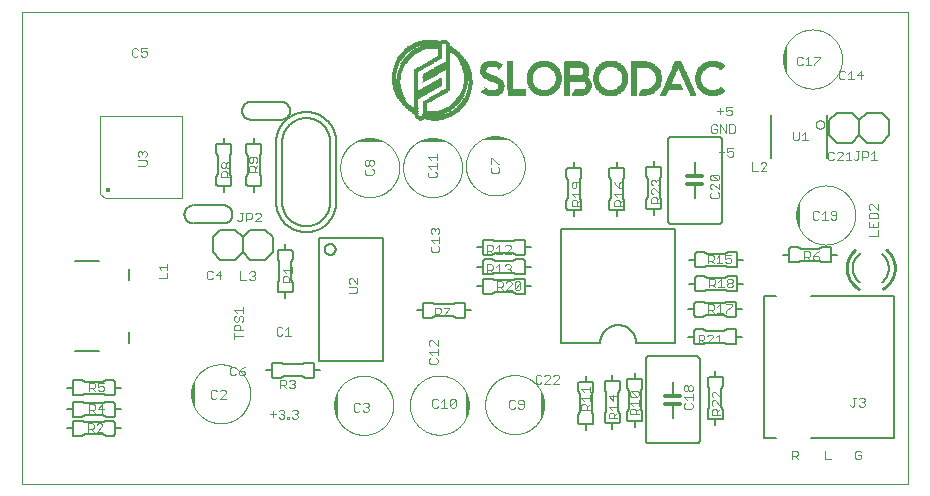
<source format=gto>
G75*
%MOIN*%
%OFA0B0*%
%FSLAX25Y25*%
%IPPOS*%
%LPD*%
%AMOC8*
5,1,8,0,0,1.08239X$1,22.5*
%
%ADD10C,0.00039*%
%ADD11R,0.01000X0.00100*%
%ADD12R,0.02900X0.00100*%
%ADD13R,0.01400X0.00100*%
%ADD14R,0.04000X0.00100*%
%ADD15R,0.01800X0.00100*%
%ADD16R,0.04900X0.00100*%
%ADD17R,0.02000X0.00100*%
%ADD18R,0.05700X0.00100*%
%ADD19R,0.09400X0.00100*%
%ADD20R,0.09800X0.00100*%
%ADD21R,0.10000X0.00100*%
%ADD22R,0.10400X0.00100*%
%ADD23R,0.11000X0.00100*%
%ADD24R,0.11200X0.00100*%
%ADD25R,0.11500X0.00100*%
%ADD26R,0.11600X0.00100*%
%ADD27R,0.01500X0.00100*%
%ADD28R,0.09900X0.00100*%
%ADD29R,0.01300X0.00100*%
%ADD30R,0.01200X0.00100*%
%ADD31R,0.04600X0.00100*%
%ADD32R,0.05200X0.00100*%
%ADD33R,0.03800X0.00100*%
%ADD34R,0.05800X0.00100*%
%ADD35R,0.03700X0.00100*%
%ADD36R,0.06100X0.00100*%
%ADD37R,0.03500X0.00100*%
%ADD38R,0.06300X0.00100*%
%ADD39R,0.03400X0.00100*%
%ADD40R,0.06500X0.00100*%
%ADD41R,0.03100X0.00100*%
%ADD42R,0.01700X0.00100*%
%ADD43R,0.06900X0.00100*%
%ADD44R,0.07200X0.00100*%
%ADD45R,0.03000X0.00100*%
%ADD46R,0.01900X0.00100*%
%ADD47R,0.07300X0.00100*%
%ADD48R,0.07600X0.00100*%
%ADD49R,0.02700X0.00100*%
%ADD50R,0.02200X0.00100*%
%ADD51R,0.07900X0.00100*%
%ADD52R,0.02800X0.00100*%
%ADD53R,0.02300X0.00100*%
%ADD54R,0.08100X0.00100*%
%ADD55R,0.02400X0.00100*%
%ADD56R,0.08200X0.00100*%
%ADD57R,0.02600X0.00100*%
%ADD58R,0.04200X0.00100*%
%ADD59R,0.02500X0.00100*%
%ADD60R,0.03600X0.00100*%
%ADD61R,0.03200X0.00100*%
%ADD62R,0.03300X0.00100*%
%ADD63R,0.02100X0.00100*%
%ADD64R,0.01600X0.00100*%
%ADD65R,0.04100X0.00100*%
%ADD66R,0.04700X0.00100*%
%ADD67R,0.04400X0.00100*%
%ADD68R,0.05000X0.00100*%
%ADD69R,0.05100X0.00100*%
%ADD70R,0.05300X0.00100*%
%ADD71R,0.05500X0.00100*%
%ADD72R,0.04500X0.00100*%
%ADD73R,0.06000X0.00100*%
%ADD74R,0.06600X0.00100*%
%ADD75R,0.04800X0.00100*%
%ADD76R,0.06400X0.00100*%
%ADD77R,0.06800X0.00100*%
%ADD78R,0.06700X0.00100*%
%ADD79R,0.07000X0.00100*%
%ADD80R,0.07100X0.00100*%
%ADD81R,0.07400X0.00100*%
%ADD82R,0.07500X0.00100*%
%ADD83R,0.07800X0.00100*%
%ADD84R,0.08000X0.00100*%
%ADD85R,0.08300X0.00100*%
%ADD86R,0.05400X0.00100*%
%ADD87R,0.08400X0.00100*%
%ADD88R,0.08500X0.00100*%
%ADD89R,0.08600X0.00100*%
%ADD90R,0.01100X0.00100*%
%ADD91R,0.00700X0.00100*%
%ADD92R,0.00500X0.00100*%
%ADD93R,0.00300X0.00100*%
%ADD94R,0.00200X0.00100*%
%ADD95R,0.06200X0.00100*%
%ADD96R,0.00800X0.00100*%
%ADD97R,0.00400X0.00100*%
%ADD98R,0.05900X0.00100*%
%ADD99R,0.05600X0.00100*%
%ADD100R,0.00100X0.00100*%
%ADD101R,0.03900X0.00100*%
%ADD102R,0.08800X0.00100*%
%ADD103R,0.00900X0.00100*%
%ADD104R,0.08700X0.00100*%
%ADD105R,0.00600X0.00100*%
%ADD106R,0.08900X0.00100*%
%ADD107R,0.07700X0.00100*%
%ADD108R,0.04300X0.00100*%
%ADD109R,0.09700X0.00100*%
%ADD110R,0.11900X0.00100*%
%ADD111R,0.11400X0.00100*%
%ADD112R,0.10800X0.00100*%
%ADD113R,0.10700X0.00100*%
%ADD114R,0.10300X0.00100*%
%ADD115R,0.10100X0.00100*%
%ADD116R,0.09300X0.00100*%
%ADD117C,0.00300*%
%ADD118C,0.00197*%
%ADD119C,0.00500*%
%ADD120C,0.01200*%
%ADD121C,0.00600*%
%ADD122C,0.00800*%
%ADD123C,0.01000*%
%ADD124C,0.00200*%
%ADD125C,0.00400*%
%ADD126C,0.01575*%
D10*
X0030978Y0001256D02*
X0030978Y0158736D01*
X0326339Y0158736D01*
X0326339Y0001256D01*
X0030978Y0001256D01*
D11*
X0163762Y0122442D03*
X0263862Y0133042D03*
X0263862Y0139442D03*
D12*
X0258012Y0132742D03*
X0249612Y0141042D03*
X0201812Y0132742D03*
X0185912Y0132242D03*
X0179712Y0135742D03*
X0185412Y0137642D03*
X0173812Y0146042D03*
X0162612Y0145542D03*
X0161312Y0146942D03*
X0163212Y0130442D03*
X0161512Y0125542D03*
X0168412Y0122442D03*
X0173012Y0126142D03*
D13*
X0179762Y0131242D03*
X0179862Y0131542D03*
X0179962Y0131742D03*
X0180062Y0132342D03*
X0180062Y0132442D03*
X0180162Y0132642D03*
X0180162Y0132742D03*
X0180162Y0132842D03*
X0180262Y0133042D03*
X0180262Y0133142D03*
X0180262Y0133242D03*
X0180262Y0133342D03*
X0180262Y0133442D03*
X0180362Y0133542D03*
X0180362Y0133642D03*
X0180362Y0133742D03*
X0180362Y0133842D03*
X0180362Y0133942D03*
X0180362Y0134042D03*
X0180362Y0134142D03*
X0180362Y0134242D03*
X0180362Y0134342D03*
X0178862Y0134942D03*
X0178862Y0135042D03*
X0178862Y0135142D03*
X0178862Y0135242D03*
X0178862Y0135342D03*
X0178862Y0135442D03*
X0178862Y0135542D03*
X0178862Y0135642D03*
X0178662Y0133842D03*
X0178662Y0133742D03*
X0178662Y0133642D03*
X0178562Y0133442D03*
X0178462Y0133142D03*
X0172862Y0132842D03*
X0162462Y0138642D03*
X0157062Y0138942D03*
X0156862Y0138442D03*
X0156762Y0138142D03*
X0156662Y0137542D03*
X0156662Y0137442D03*
X0156662Y0137342D03*
X0156562Y0137142D03*
X0156562Y0137042D03*
X0156562Y0136942D03*
X0156562Y0136842D03*
X0156562Y0136742D03*
X0156462Y0136642D03*
X0156462Y0136542D03*
X0156462Y0136442D03*
X0156462Y0136342D03*
X0156462Y0136242D03*
X0156462Y0136142D03*
X0156462Y0136042D03*
X0154962Y0136042D03*
X0154962Y0136142D03*
X0154962Y0136242D03*
X0154962Y0136342D03*
X0154962Y0136442D03*
X0154962Y0136542D03*
X0154962Y0136642D03*
X0154962Y0136742D03*
X0154962Y0136842D03*
X0154962Y0136942D03*
X0154962Y0137042D03*
X0154962Y0137142D03*
X0154962Y0137242D03*
X0155062Y0137542D03*
X0155062Y0137642D03*
X0155062Y0137742D03*
X0155062Y0137842D03*
X0155062Y0137942D03*
X0155062Y0138042D03*
X0155062Y0138142D03*
X0155162Y0138742D03*
X0155162Y0138842D03*
X0155162Y0138942D03*
X0155262Y0139142D03*
X0155262Y0139242D03*
X0155362Y0139442D03*
X0155362Y0139542D03*
X0155462Y0139742D03*
X0155662Y0140542D03*
X0172762Y0147842D03*
X0173062Y0147142D03*
X0189762Y0140042D03*
X0162262Y0124442D03*
X0162562Y0123742D03*
X0163762Y0122542D03*
X0263762Y0132842D03*
D14*
X0249662Y0139742D03*
X0238762Y0131142D03*
X0216462Y0130842D03*
X0187562Y0141742D03*
X0171562Y0140442D03*
X0166562Y0137242D03*
X0168762Y0134342D03*
X0163762Y0131042D03*
X0171162Y0125342D03*
X0168362Y0122542D03*
D15*
X0163762Y0122642D03*
X0162062Y0124642D03*
X0165462Y0128142D03*
X0172662Y0132642D03*
X0176662Y0129442D03*
X0176562Y0129242D03*
X0176462Y0129142D03*
X0176362Y0129042D03*
X0175862Y0128442D03*
X0176962Y0129842D03*
X0178462Y0128642D03*
X0178262Y0128342D03*
X0178262Y0128242D03*
X0178162Y0128142D03*
X0178062Y0128042D03*
X0177962Y0127942D03*
X0177862Y0127742D03*
X0177762Y0127642D03*
X0177362Y0127242D03*
X0185562Y0132442D03*
X0169862Y0143342D03*
X0162662Y0138942D03*
X0158562Y0141942D03*
X0158462Y0141842D03*
X0158862Y0142342D03*
X0158962Y0142542D03*
X0159062Y0142642D03*
X0159162Y0142742D03*
X0159262Y0142842D03*
X0157662Y0143942D03*
X0157562Y0143842D03*
X0157362Y0143642D03*
X0157262Y0143442D03*
X0156962Y0143042D03*
X0157762Y0144142D03*
D16*
X0164812Y0146342D03*
X0168512Y0147642D03*
X0166912Y0148942D03*
X0171112Y0139942D03*
X0187012Y0136742D03*
X0187312Y0136542D03*
X0188112Y0136042D03*
X0188212Y0135942D03*
X0204912Y0130942D03*
X0217112Y0131442D03*
X0227112Y0130942D03*
X0239512Y0131742D03*
X0227112Y0141642D03*
X0204912Y0141642D03*
X0168412Y0122642D03*
X0166812Y0123942D03*
X0164212Y0131642D03*
X0261112Y0130942D03*
X0261112Y0141642D03*
D17*
X0263762Y0139842D03*
X0256662Y0138142D03*
X0256462Y0137742D03*
X0256462Y0137642D03*
X0256462Y0137542D03*
X0256362Y0137442D03*
X0256362Y0137342D03*
X0256362Y0135242D03*
X0256362Y0135142D03*
X0256462Y0135042D03*
X0256462Y0134942D03*
X0256462Y0134842D03*
X0256662Y0134442D03*
X0253562Y0133242D03*
X0253462Y0133442D03*
X0253162Y0134142D03*
X0253062Y0134342D03*
X0252762Y0135042D03*
X0252662Y0135242D03*
X0252362Y0135942D03*
X0252262Y0136142D03*
X0251962Y0136842D03*
X0251862Y0136942D03*
X0251562Y0137742D03*
X0251162Y0138542D03*
X0248362Y0138942D03*
X0248262Y0138842D03*
X0247962Y0138142D03*
X0247862Y0137942D03*
X0247562Y0137242D03*
X0247462Y0137042D03*
X0247162Y0136342D03*
X0247062Y0136142D03*
X0246762Y0135442D03*
X0246662Y0135242D03*
X0246362Y0134542D03*
X0243062Y0134942D03*
X0243062Y0135042D03*
X0242962Y0134742D03*
X0243162Y0135642D03*
X0243162Y0135742D03*
X0243162Y0136842D03*
X0243162Y0136942D03*
X0243062Y0137442D03*
X0243062Y0137542D03*
X0243062Y0137642D03*
X0242962Y0137842D03*
X0245062Y0131642D03*
X0244662Y0130842D03*
X0253862Y0132542D03*
X0253962Y0132442D03*
X0254262Y0131642D03*
X0254362Y0131542D03*
X0254662Y0130842D03*
X0231762Y0134742D03*
X0231762Y0134842D03*
X0231862Y0135342D03*
X0231862Y0135442D03*
X0231962Y0136042D03*
X0231862Y0137142D03*
X0231862Y0137242D03*
X0231762Y0137742D03*
X0231762Y0137842D03*
X0222662Y0138142D03*
X0222562Y0138042D03*
X0222562Y0137942D03*
X0222462Y0137742D03*
X0222462Y0137642D03*
X0222462Y0137542D03*
X0222362Y0137442D03*
X0222362Y0137342D03*
X0222262Y0136942D03*
X0222262Y0135642D03*
X0222362Y0135242D03*
X0222362Y0135142D03*
X0222462Y0135042D03*
X0222462Y0134942D03*
X0222462Y0134842D03*
X0222562Y0134642D03*
X0222562Y0134542D03*
X0222662Y0134442D03*
X0219762Y0134542D03*
X0219762Y0134642D03*
X0219762Y0133442D03*
X0219762Y0133342D03*
X0219762Y0133242D03*
X0218962Y0137942D03*
X0218962Y0138042D03*
X0218962Y0139242D03*
X0218962Y0139342D03*
X0209762Y0137242D03*
X0209762Y0137142D03*
X0209662Y0137442D03*
X0209662Y0137542D03*
X0209662Y0137642D03*
X0209562Y0137742D03*
X0209562Y0137842D03*
X0209462Y0138142D03*
X0209762Y0135442D03*
X0209762Y0135342D03*
X0209662Y0135142D03*
X0209662Y0135042D03*
X0209662Y0134942D03*
X0209562Y0134842D03*
X0209562Y0134742D03*
X0209462Y0134442D03*
X0200262Y0134842D03*
X0200262Y0134942D03*
X0200262Y0135042D03*
X0200162Y0135642D03*
X0200162Y0136942D03*
X0200262Y0137542D03*
X0200262Y0137642D03*
X0200262Y0137742D03*
X0190662Y0134142D03*
X0190762Y0133842D03*
X0190762Y0133742D03*
X0190762Y0133642D03*
X0190662Y0133242D03*
X0190662Y0133142D03*
X0190662Y0133042D03*
X0190562Y0132842D03*
X0184662Y0138642D03*
X0184662Y0138742D03*
X0184662Y0138842D03*
X0184662Y0138942D03*
X0184662Y0139042D03*
X0184662Y0139142D03*
X0184662Y0139242D03*
X0184662Y0139342D03*
X0184762Y0139442D03*
X0172562Y0141642D03*
X0169762Y0143242D03*
X0173362Y0146742D03*
X0160562Y0144142D03*
X0159862Y0143542D03*
X0159762Y0143442D03*
X0158362Y0144742D03*
X0158262Y0144642D03*
X0158062Y0144442D03*
X0157962Y0144342D03*
X0158962Y0145342D03*
X0169762Y0135442D03*
X0172562Y0132542D03*
X0175662Y0128142D03*
X0175362Y0127942D03*
X0175262Y0127842D03*
X0175062Y0127642D03*
X0176662Y0126442D03*
X0176862Y0126642D03*
X0177162Y0126942D03*
X0177262Y0127042D03*
X0163762Y0122742D03*
X0161962Y0124842D03*
D18*
X0168412Y0122742D03*
X0164612Y0132042D03*
X0170712Y0139442D03*
X0227112Y0141342D03*
X0227112Y0131242D03*
X0247812Y0133642D03*
X0247812Y0133742D03*
D19*
X0167162Y0122842D03*
D20*
X0167262Y0122942D03*
D21*
X0167362Y0123042D03*
X0166062Y0147742D03*
D22*
X0167462Y0123142D03*
D23*
X0167562Y0123242D03*
D24*
X0167662Y0123342D03*
D25*
X0167712Y0123442D03*
D26*
X0167762Y0123542D03*
X0167562Y0148042D03*
D27*
X0173112Y0147042D03*
X0170012Y0143542D03*
X0172812Y0141942D03*
X0170012Y0135742D03*
X0178712Y0134342D03*
X0178712Y0134242D03*
X0178712Y0134142D03*
X0178712Y0134042D03*
X0178712Y0133942D03*
X0178612Y0133542D03*
X0178512Y0133342D03*
X0178512Y0133242D03*
X0178412Y0133042D03*
X0178412Y0132942D03*
X0178412Y0132842D03*
X0178312Y0132542D03*
X0178312Y0132442D03*
X0178212Y0132342D03*
X0178212Y0132242D03*
X0178112Y0132042D03*
X0178012Y0131942D03*
X0178012Y0131842D03*
X0177912Y0131542D03*
X0177512Y0130842D03*
X0179312Y0130142D03*
X0179412Y0130342D03*
X0179512Y0130542D03*
X0179612Y0130742D03*
X0179612Y0130842D03*
X0179612Y0130942D03*
X0179712Y0131142D03*
X0179812Y0131342D03*
X0179812Y0131442D03*
X0179912Y0131642D03*
X0180012Y0131842D03*
X0180012Y0131942D03*
X0180012Y0132042D03*
X0180012Y0132142D03*
X0180012Y0132242D03*
X0180112Y0132542D03*
X0180212Y0132942D03*
X0180412Y0134442D03*
X0180412Y0134542D03*
X0180412Y0134642D03*
X0180412Y0134742D03*
X0180412Y0134842D03*
X0180412Y0134942D03*
X0180412Y0135042D03*
X0180412Y0135142D03*
X0180412Y0135242D03*
X0180412Y0135342D03*
X0180412Y0135442D03*
X0180412Y0135542D03*
X0180412Y0135642D03*
X0178812Y0134842D03*
X0178812Y0134742D03*
X0178812Y0134642D03*
X0178812Y0134542D03*
X0178812Y0134442D03*
X0179112Y0129642D03*
X0165312Y0128042D03*
X0162512Y0129642D03*
X0162712Y0123642D03*
X0156612Y0137242D03*
X0156712Y0137642D03*
X0156712Y0137742D03*
X0156712Y0137842D03*
X0156712Y0137942D03*
X0156712Y0138042D03*
X0156812Y0138242D03*
X0156812Y0138342D03*
X0156912Y0138542D03*
X0156912Y0138642D03*
X0157012Y0138742D03*
X0157012Y0138842D03*
X0157112Y0139042D03*
X0157112Y0139142D03*
X0157112Y0139242D03*
X0157112Y0139342D03*
X0157212Y0139442D03*
X0157212Y0139542D03*
X0157312Y0139742D03*
X0157412Y0139842D03*
X0157512Y0140142D03*
X0157712Y0140542D03*
X0157912Y0140942D03*
X0156212Y0141742D03*
X0156312Y0141942D03*
X0155912Y0141242D03*
X0155912Y0141142D03*
X0155912Y0141042D03*
X0155812Y0140842D03*
X0155712Y0140642D03*
X0155612Y0140442D03*
X0155612Y0140342D03*
X0155512Y0140242D03*
X0155512Y0140142D03*
X0155512Y0140042D03*
X0155512Y0139942D03*
X0155512Y0139842D03*
X0155412Y0139642D03*
X0155312Y0139342D03*
X0155212Y0139042D03*
X0155112Y0138642D03*
X0155112Y0138542D03*
X0155112Y0138442D03*
X0155112Y0138342D03*
X0155112Y0138242D03*
X0263812Y0139742D03*
D28*
X0169312Y0123842D03*
X0169212Y0123742D03*
X0169012Y0123642D03*
D29*
X0165212Y0127842D03*
X0165212Y0127942D03*
X0162412Y0129542D03*
X0162312Y0124342D03*
X0162412Y0124042D03*
X0162512Y0123842D03*
X0165212Y0135742D03*
X0170112Y0135842D03*
X0172912Y0142042D03*
X0170112Y0143642D03*
X0173012Y0147242D03*
X0172812Y0147742D03*
X0155012Y0137442D03*
X0155012Y0137342D03*
X0185512Y0132642D03*
D30*
X0189762Y0139942D03*
X0172962Y0139342D03*
X0172962Y0139242D03*
X0172962Y0139142D03*
X0172962Y0139042D03*
X0172962Y0138942D03*
X0172962Y0138842D03*
X0172962Y0138742D03*
X0172962Y0138642D03*
X0172962Y0138542D03*
X0172962Y0138442D03*
X0172962Y0138342D03*
X0172962Y0138242D03*
X0172962Y0138142D03*
X0172962Y0138042D03*
X0172962Y0137942D03*
X0172962Y0137842D03*
X0172962Y0137742D03*
X0172962Y0137642D03*
X0172962Y0137542D03*
X0172962Y0137442D03*
X0172962Y0137342D03*
X0172962Y0137242D03*
X0172962Y0137142D03*
X0172962Y0137042D03*
X0172962Y0136942D03*
X0172962Y0136842D03*
X0172962Y0136742D03*
X0172962Y0136642D03*
X0172962Y0136542D03*
X0172962Y0136442D03*
X0172962Y0136342D03*
X0172962Y0136242D03*
X0172962Y0136142D03*
X0172962Y0136042D03*
X0172962Y0135942D03*
X0172962Y0135842D03*
X0172962Y0135742D03*
X0172962Y0135642D03*
X0172962Y0135542D03*
X0172962Y0135442D03*
X0172962Y0135342D03*
X0172962Y0135242D03*
X0172962Y0135142D03*
X0172962Y0135042D03*
X0172962Y0134942D03*
X0172962Y0134842D03*
X0172962Y0134742D03*
X0172962Y0134642D03*
X0172962Y0134542D03*
X0172962Y0134442D03*
X0172962Y0134342D03*
X0172962Y0134242D03*
X0172962Y0134142D03*
X0172962Y0134042D03*
X0172962Y0133942D03*
X0172962Y0133842D03*
X0172962Y0133742D03*
X0172962Y0133642D03*
X0172962Y0133542D03*
X0172962Y0133442D03*
X0172962Y0133342D03*
X0172962Y0133242D03*
X0172962Y0133142D03*
X0172962Y0133042D03*
X0172962Y0132942D03*
X0170162Y0135942D03*
X0165162Y0135642D03*
X0162362Y0135642D03*
X0162362Y0135742D03*
X0162362Y0135842D03*
X0162362Y0135942D03*
X0162362Y0136042D03*
X0162362Y0136142D03*
X0162362Y0136242D03*
X0162362Y0136342D03*
X0162362Y0136442D03*
X0162362Y0136542D03*
X0162362Y0136642D03*
X0162362Y0136742D03*
X0162362Y0136842D03*
X0162362Y0136942D03*
X0162362Y0137042D03*
X0162362Y0137142D03*
X0162362Y0137242D03*
X0162362Y0137342D03*
X0162362Y0137442D03*
X0162362Y0137542D03*
X0162362Y0137642D03*
X0162362Y0137742D03*
X0162362Y0137842D03*
X0162362Y0137942D03*
X0162362Y0138042D03*
X0162362Y0138142D03*
X0162362Y0138242D03*
X0162362Y0138342D03*
X0162362Y0138442D03*
X0162362Y0138542D03*
X0162362Y0135542D03*
X0162362Y0135442D03*
X0162362Y0135342D03*
X0162362Y0135242D03*
X0162362Y0135142D03*
X0162362Y0135042D03*
X0162362Y0134942D03*
X0162362Y0134842D03*
X0162362Y0134742D03*
X0162362Y0134642D03*
X0162362Y0134542D03*
X0162362Y0134442D03*
X0162362Y0134342D03*
X0162362Y0134242D03*
X0162362Y0134142D03*
X0162362Y0134042D03*
X0162362Y0133942D03*
X0162362Y0133842D03*
X0162362Y0133742D03*
X0162362Y0133642D03*
X0162362Y0133542D03*
X0162362Y0133442D03*
X0162362Y0133342D03*
X0162362Y0133242D03*
X0162362Y0133142D03*
X0162362Y0133042D03*
X0162362Y0132942D03*
X0162362Y0132842D03*
X0162362Y0132742D03*
X0162362Y0132642D03*
X0162362Y0132542D03*
X0162362Y0132442D03*
X0162362Y0132342D03*
X0162362Y0132242D03*
X0162362Y0132142D03*
X0162362Y0129442D03*
X0162362Y0129342D03*
X0162362Y0129242D03*
X0162362Y0129142D03*
X0162362Y0129042D03*
X0162362Y0128942D03*
X0162362Y0128842D03*
X0162362Y0128742D03*
X0162362Y0128642D03*
X0162362Y0128542D03*
X0162362Y0128442D03*
X0162362Y0128342D03*
X0162362Y0128242D03*
X0162362Y0128142D03*
X0162362Y0128042D03*
X0162362Y0127942D03*
X0162362Y0127842D03*
X0162362Y0127742D03*
X0162362Y0127642D03*
X0162362Y0127542D03*
X0162362Y0127442D03*
X0162362Y0127342D03*
X0162362Y0127242D03*
X0162362Y0127142D03*
X0162362Y0127042D03*
X0162362Y0126942D03*
X0162362Y0126842D03*
X0162362Y0126742D03*
X0162362Y0126642D03*
X0162362Y0126542D03*
X0162362Y0126442D03*
X0162362Y0124242D03*
X0162362Y0124142D03*
X0162462Y0123942D03*
X0165162Y0125242D03*
X0165162Y0125342D03*
X0165162Y0125442D03*
X0165162Y0125542D03*
X0165162Y0125642D03*
X0165162Y0125742D03*
X0165162Y0125842D03*
X0165162Y0125942D03*
X0165162Y0126042D03*
X0165162Y0126142D03*
X0165162Y0126242D03*
X0165162Y0126342D03*
X0165162Y0126442D03*
X0165162Y0126542D03*
X0165162Y0126642D03*
X0165162Y0126742D03*
X0165162Y0126842D03*
X0165162Y0126942D03*
X0165162Y0127042D03*
X0165162Y0127142D03*
X0165162Y0127242D03*
X0165162Y0127342D03*
X0165162Y0127442D03*
X0165162Y0127542D03*
X0165162Y0127642D03*
X0165162Y0127742D03*
X0172962Y0142142D03*
X0172962Y0142242D03*
X0172962Y0142342D03*
X0172962Y0142442D03*
X0172962Y0142542D03*
X0172962Y0142642D03*
X0172962Y0142742D03*
X0172962Y0142842D03*
X0172962Y0142942D03*
X0172962Y0143042D03*
X0172962Y0143142D03*
X0172962Y0143242D03*
X0172962Y0143342D03*
X0172962Y0143442D03*
X0172962Y0143542D03*
X0172962Y0143642D03*
X0172962Y0143742D03*
X0172962Y0143842D03*
X0172962Y0143942D03*
X0172962Y0144042D03*
X0172962Y0144142D03*
X0172962Y0144242D03*
X0172962Y0144342D03*
X0172962Y0144442D03*
X0172962Y0144542D03*
X0172962Y0144642D03*
X0172962Y0144742D03*
X0172962Y0144842D03*
X0172962Y0144942D03*
X0172962Y0145042D03*
X0170162Y0145042D03*
X0170162Y0145142D03*
X0170162Y0145242D03*
X0170162Y0145342D03*
X0170162Y0145442D03*
X0170162Y0145542D03*
X0170162Y0145642D03*
X0170162Y0145742D03*
X0170162Y0145842D03*
X0170162Y0145942D03*
X0170162Y0146042D03*
X0170162Y0146142D03*
X0170162Y0146242D03*
X0170162Y0146342D03*
X0170162Y0144942D03*
X0170162Y0144842D03*
X0170162Y0144742D03*
X0170162Y0144642D03*
X0170162Y0144542D03*
X0170162Y0144442D03*
X0170162Y0144342D03*
X0170162Y0144242D03*
X0170162Y0144142D03*
X0170162Y0144042D03*
X0170162Y0143942D03*
X0170162Y0143842D03*
X0170162Y0143742D03*
X0172962Y0147342D03*
X0172962Y0147442D03*
X0172862Y0147642D03*
X0263862Y0139642D03*
X0263862Y0132942D03*
D31*
X0216762Y0131042D03*
X0188762Y0135642D03*
X0169562Y0139142D03*
X0169462Y0139042D03*
X0169062Y0138842D03*
X0168862Y0138742D03*
X0168162Y0138342D03*
X0168062Y0138242D03*
X0167362Y0137842D03*
X0166962Y0137642D03*
X0168362Y0133942D03*
X0168262Y0133842D03*
X0168162Y0133742D03*
X0167562Y0133442D03*
X0167462Y0133342D03*
X0167062Y0133142D03*
X0166862Y0133042D03*
X0166762Y0132942D03*
X0166062Y0132542D03*
X0165662Y0132342D03*
X0165362Y0132142D03*
X0164062Y0131442D03*
X0172162Y0123942D03*
X0163262Y0147642D03*
D32*
X0168262Y0147542D03*
X0170962Y0139742D03*
X0164362Y0131742D03*
X0167062Y0124042D03*
X0204962Y0131042D03*
X0217362Y0131742D03*
X0217462Y0131942D03*
X0227062Y0131042D03*
X0239862Y0132142D03*
X0239862Y0132242D03*
X0227062Y0141542D03*
X0204962Y0141542D03*
D33*
X0174262Y0145242D03*
X0171662Y0140542D03*
X0166462Y0137142D03*
X0163662Y0130942D03*
X0161062Y0126342D03*
X0171462Y0125442D03*
X0172662Y0124042D03*
X0238662Y0131042D03*
X0240962Y0132642D03*
X0240962Y0139942D03*
X0249662Y0140042D03*
D34*
X0261162Y0141342D03*
X0261162Y0131242D03*
X0236862Y0141742D03*
X0204962Y0141342D03*
X0204962Y0131242D03*
X0167362Y0124142D03*
D35*
X0173012Y0124142D03*
X0161112Y0126242D03*
X0168912Y0134442D03*
X0166412Y0137042D03*
X0164012Y0146142D03*
X0187912Y0130742D03*
X0216212Y0130742D03*
X0227112Y0130742D03*
X0238512Y0130942D03*
X0249612Y0140142D03*
X0227112Y0141842D03*
D36*
X0247812Y0133442D03*
X0247812Y0133342D03*
X0247812Y0133242D03*
X0167612Y0124242D03*
D37*
X0173212Y0124242D03*
X0174112Y0145442D03*
X0174112Y0145542D03*
X0163512Y0145942D03*
D38*
X0166912Y0148742D03*
X0167612Y0147242D03*
X0195912Y0132542D03*
X0195912Y0132442D03*
X0195912Y0132342D03*
X0195912Y0132242D03*
X0195912Y0132142D03*
X0195912Y0132042D03*
X0195912Y0131942D03*
X0195912Y0131842D03*
X0195912Y0131742D03*
X0195912Y0131642D03*
X0195912Y0131542D03*
X0195912Y0131442D03*
X0195912Y0131342D03*
X0195912Y0131242D03*
X0195912Y0131142D03*
X0195912Y0131042D03*
X0195912Y0130942D03*
X0195912Y0130842D03*
X0195912Y0130742D03*
X0187712Y0131442D03*
X0204912Y0131342D03*
X0204912Y0141242D03*
X0227112Y0141242D03*
X0227112Y0131342D03*
X0261112Y0131342D03*
X0261112Y0141242D03*
X0167712Y0124342D03*
D39*
X0173362Y0124342D03*
X0161262Y0125942D03*
X0161262Y0126042D03*
X0163462Y0130742D03*
X0169062Y0134642D03*
X0166262Y0136942D03*
X0171862Y0140842D03*
X0174062Y0145642D03*
X0163262Y0145842D03*
X0161962Y0147242D03*
X0161762Y0147142D03*
X0185762Y0137442D03*
X0189662Y0135142D03*
X0202262Y0132442D03*
X0202262Y0140142D03*
X0207562Y0140142D03*
X0224262Y0140042D03*
X0224462Y0140142D03*
X0229762Y0140142D03*
X0224262Y0132542D03*
X0224462Y0132442D03*
X0229762Y0132442D03*
X0241162Y0132742D03*
X0241162Y0139842D03*
X0249662Y0140442D03*
X0258262Y0140042D03*
X0258462Y0140142D03*
X0258262Y0132542D03*
X0258462Y0132442D03*
D40*
X0247812Y0132842D03*
X0227112Y0131442D03*
X0227112Y0141142D03*
X0187712Y0140942D03*
X0167512Y0147142D03*
X0167812Y0124442D03*
D41*
X0172412Y0125842D03*
X0172612Y0125942D03*
X0173712Y0124442D03*
X0173912Y0124542D03*
X0163312Y0130542D03*
X0172012Y0140942D03*
X0173912Y0145742D03*
X0173912Y0145842D03*
X0162712Y0145642D03*
X0185612Y0140342D03*
X0187512Y0141942D03*
X0185612Y0137542D03*
X0188012Y0130642D03*
X0202012Y0132642D03*
X0204912Y0130642D03*
X0208012Y0132642D03*
X0208012Y0139942D03*
X0204912Y0141942D03*
X0202012Y0139942D03*
X0224012Y0139842D03*
X0224112Y0139942D03*
X0227112Y0141942D03*
X0230112Y0139942D03*
X0230112Y0132642D03*
X0227112Y0130642D03*
X0224112Y0132642D03*
X0238212Y0130842D03*
X0249712Y0140742D03*
X0249712Y0140842D03*
X0258112Y0139942D03*
X0258112Y0132642D03*
D42*
X0189712Y0140142D03*
X0172712Y0141742D03*
X0162612Y0138842D03*
X0158112Y0141242D03*
X0158012Y0141142D03*
X0158212Y0141442D03*
X0158312Y0141642D03*
X0158412Y0141742D03*
X0158612Y0142042D03*
X0158812Y0142242D03*
X0157012Y0143142D03*
X0156912Y0142942D03*
X0156812Y0142842D03*
X0156612Y0142442D03*
X0156512Y0142342D03*
X0157412Y0143742D03*
X0171612Y0148942D03*
X0169912Y0135642D03*
X0165412Y0135842D03*
X0165412Y0135942D03*
X0162612Y0129742D03*
X0162112Y0124542D03*
X0176212Y0128842D03*
X0176612Y0129342D03*
X0176712Y0129542D03*
X0176812Y0129642D03*
X0176912Y0129742D03*
X0177012Y0129942D03*
X0177212Y0130242D03*
X0177212Y0130342D03*
X0177412Y0130542D03*
X0179012Y0129542D03*
X0178912Y0129342D03*
X0178712Y0128942D03*
X0178612Y0128842D03*
X0178512Y0128742D03*
X0178412Y0128542D03*
X0177912Y0127842D03*
D43*
X0168012Y0124542D03*
X0187712Y0140742D03*
X0167312Y0146942D03*
X0215112Y0141342D03*
D44*
X0215262Y0141142D03*
X0168162Y0124642D03*
D45*
X0174062Y0124642D03*
X0174262Y0124742D03*
X0161462Y0125642D03*
X0169262Y0134842D03*
X0166062Y0136642D03*
X0172062Y0141042D03*
X0173862Y0145942D03*
X0162962Y0145742D03*
X0161062Y0146842D03*
X0189962Y0134942D03*
X0189862Y0132242D03*
X0201862Y0139842D03*
X0208062Y0139842D03*
X0208062Y0132742D03*
X0223962Y0132742D03*
X0230262Y0132742D03*
X0230262Y0139842D03*
X0241462Y0139742D03*
X0241662Y0139642D03*
X0249662Y0140942D03*
X0258062Y0139842D03*
X0241662Y0132942D03*
X0241462Y0132842D03*
D46*
X0243112Y0135142D03*
X0243112Y0135242D03*
X0243112Y0135342D03*
X0243112Y0135442D03*
X0243112Y0135542D03*
X0243212Y0135842D03*
X0243212Y0135942D03*
X0243212Y0136042D03*
X0243212Y0136142D03*
X0243212Y0136242D03*
X0243212Y0136342D03*
X0243212Y0136442D03*
X0243212Y0136542D03*
X0243212Y0136642D03*
X0243212Y0136742D03*
X0243112Y0137042D03*
X0243112Y0137142D03*
X0243112Y0137242D03*
X0243112Y0137342D03*
X0234912Y0137342D03*
X0234912Y0137442D03*
X0234912Y0137542D03*
X0234912Y0137642D03*
X0234912Y0137742D03*
X0234912Y0137842D03*
X0234912Y0137942D03*
X0234912Y0138042D03*
X0234912Y0138142D03*
X0234912Y0138242D03*
X0234912Y0138342D03*
X0234912Y0138442D03*
X0234912Y0138542D03*
X0234912Y0138642D03*
X0234912Y0138742D03*
X0234912Y0138842D03*
X0234912Y0138942D03*
X0234912Y0139042D03*
X0234912Y0139142D03*
X0234912Y0139242D03*
X0234912Y0139342D03*
X0234912Y0139442D03*
X0234912Y0139542D03*
X0234912Y0139642D03*
X0234912Y0139742D03*
X0234912Y0139842D03*
X0234912Y0139942D03*
X0234912Y0137242D03*
X0234912Y0137142D03*
X0234912Y0137042D03*
X0234912Y0136942D03*
X0234912Y0136842D03*
X0234912Y0136742D03*
X0234912Y0136642D03*
X0234912Y0136542D03*
X0234912Y0136442D03*
X0234912Y0136342D03*
X0234912Y0136242D03*
X0234912Y0136142D03*
X0234912Y0136042D03*
X0234912Y0135942D03*
X0234912Y0135842D03*
X0234912Y0135742D03*
X0234912Y0135642D03*
X0234912Y0135542D03*
X0234912Y0135442D03*
X0234912Y0135342D03*
X0234912Y0135242D03*
X0234912Y0135142D03*
X0234912Y0135042D03*
X0234912Y0134942D03*
X0234912Y0134842D03*
X0234912Y0134742D03*
X0234912Y0134642D03*
X0234912Y0134542D03*
X0234912Y0134442D03*
X0234912Y0134342D03*
X0234912Y0134242D03*
X0234912Y0134142D03*
X0234912Y0134042D03*
X0234912Y0133942D03*
X0234912Y0133842D03*
X0234912Y0133742D03*
X0234912Y0133642D03*
X0234912Y0133542D03*
X0234912Y0133442D03*
X0234912Y0133342D03*
X0234912Y0133242D03*
X0234912Y0133142D03*
X0234912Y0133042D03*
X0234912Y0132942D03*
X0234912Y0132842D03*
X0234912Y0132742D03*
X0234912Y0132642D03*
X0234912Y0132542D03*
X0234912Y0132442D03*
X0234912Y0132342D03*
X0234912Y0132242D03*
X0234912Y0132142D03*
X0234912Y0132042D03*
X0234912Y0131942D03*
X0234912Y0131842D03*
X0234912Y0131742D03*
X0234912Y0131642D03*
X0234912Y0131542D03*
X0234912Y0131442D03*
X0234912Y0131342D03*
X0234912Y0131242D03*
X0234912Y0131142D03*
X0234912Y0131042D03*
X0234912Y0130942D03*
X0234912Y0130842D03*
X0234912Y0130742D03*
X0231812Y0134942D03*
X0231812Y0135042D03*
X0231812Y0135142D03*
X0231812Y0135242D03*
X0231912Y0135542D03*
X0231912Y0135642D03*
X0231912Y0135742D03*
X0231912Y0135842D03*
X0231912Y0135942D03*
X0232012Y0136142D03*
X0232012Y0136242D03*
X0232012Y0136342D03*
X0232012Y0136442D03*
X0232012Y0136542D03*
X0231912Y0136642D03*
X0231912Y0136742D03*
X0231912Y0136842D03*
X0231912Y0136942D03*
X0231912Y0137042D03*
X0231812Y0137342D03*
X0231812Y0137442D03*
X0231812Y0137542D03*
X0231812Y0137642D03*
X0222312Y0137242D03*
X0222312Y0137142D03*
X0222312Y0137042D03*
X0222212Y0136842D03*
X0222212Y0136742D03*
X0222212Y0136642D03*
X0222212Y0136542D03*
X0222212Y0136442D03*
X0222212Y0136342D03*
X0222212Y0136242D03*
X0222212Y0136142D03*
X0222212Y0136042D03*
X0222212Y0135942D03*
X0222212Y0135842D03*
X0222212Y0135742D03*
X0222312Y0135542D03*
X0222312Y0135442D03*
X0222312Y0135342D03*
X0219812Y0134442D03*
X0219812Y0134342D03*
X0219812Y0134242D03*
X0219812Y0134142D03*
X0219812Y0134042D03*
X0219812Y0133942D03*
X0219812Y0133842D03*
X0219812Y0133742D03*
X0219812Y0133642D03*
X0219812Y0133542D03*
X0212612Y0133542D03*
X0212612Y0133642D03*
X0212612Y0133742D03*
X0212612Y0133842D03*
X0212612Y0133942D03*
X0212612Y0134042D03*
X0212612Y0134142D03*
X0212612Y0134242D03*
X0212612Y0134342D03*
X0212612Y0134442D03*
X0212612Y0134542D03*
X0212612Y0134642D03*
X0212612Y0134742D03*
X0212612Y0134842D03*
X0212612Y0134942D03*
X0212612Y0135042D03*
X0212612Y0135142D03*
X0212612Y0135242D03*
X0212612Y0133442D03*
X0212612Y0133342D03*
X0212612Y0133242D03*
X0212612Y0133142D03*
X0212612Y0133042D03*
X0212612Y0132942D03*
X0212612Y0132842D03*
X0212612Y0132742D03*
X0212612Y0132642D03*
X0212612Y0132542D03*
X0212612Y0132442D03*
X0212612Y0132342D03*
X0212612Y0132242D03*
X0212612Y0132142D03*
X0212612Y0132042D03*
X0212612Y0131942D03*
X0212612Y0131842D03*
X0212612Y0131742D03*
X0212612Y0131642D03*
X0212612Y0131542D03*
X0212612Y0131442D03*
X0212612Y0131342D03*
X0212612Y0131242D03*
X0212612Y0131142D03*
X0212612Y0131042D03*
X0212612Y0130942D03*
X0212612Y0130842D03*
X0212612Y0130742D03*
X0209712Y0135242D03*
X0209812Y0135542D03*
X0209812Y0135642D03*
X0209812Y0135742D03*
X0209812Y0135842D03*
X0209812Y0135942D03*
X0209812Y0136042D03*
X0209812Y0136142D03*
X0209812Y0136242D03*
X0209812Y0136342D03*
X0209812Y0136442D03*
X0209812Y0136542D03*
X0209812Y0136642D03*
X0209812Y0136742D03*
X0209812Y0136842D03*
X0209812Y0136942D03*
X0209812Y0137042D03*
X0209712Y0137342D03*
X0212612Y0137342D03*
X0212612Y0137442D03*
X0212612Y0137542D03*
X0212612Y0137642D03*
X0212612Y0137742D03*
X0212612Y0137842D03*
X0212612Y0137942D03*
X0212612Y0138042D03*
X0212612Y0138142D03*
X0212612Y0138242D03*
X0212612Y0138342D03*
X0212612Y0138442D03*
X0212612Y0138542D03*
X0212612Y0138642D03*
X0212612Y0138742D03*
X0212612Y0138842D03*
X0212612Y0138942D03*
X0212612Y0139042D03*
X0212612Y0139142D03*
X0212612Y0139242D03*
X0212612Y0139342D03*
X0212612Y0139442D03*
X0212612Y0139542D03*
X0212612Y0139642D03*
X0212612Y0139742D03*
X0212612Y0139842D03*
X0212612Y0139942D03*
X0219012Y0139142D03*
X0219012Y0139042D03*
X0219012Y0138942D03*
X0219012Y0138842D03*
X0219012Y0138742D03*
X0219012Y0138642D03*
X0219012Y0138542D03*
X0219012Y0138442D03*
X0219012Y0138342D03*
X0219012Y0138242D03*
X0219012Y0138142D03*
X0200212Y0137442D03*
X0200212Y0137342D03*
X0200212Y0137242D03*
X0200212Y0137142D03*
X0200212Y0137042D03*
X0200112Y0136842D03*
X0200112Y0136742D03*
X0200112Y0136642D03*
X0200112Y0136542D03*
X0200112Y0136442D03*
X0200112Y0136342D03*
X0200112Y0136242D03*
X0200112Y0136142D03*
X0200112Y0136042D03*
X0200112Y0135942D03*
X0200112Y0135842D03*
X0200112Y0135742D03*
X0200212Y0135542D03*
X0200212Y0135442D03*
X0200212Y0135342D03*
X0200212Y0135242D03*
X0200212Y0135142D03*
X0193712Y0135142D03*
X0193712Y0135242D03*
X0193712Y0135342D03*
X0193712Y0135442D03*
X0193712Y0135542D03*
X0193712Y0135642D03*
X0193712Y0135742D03*
X0193712Y0135842D03*
X0193712Y0135942D03*
X0193712Y0136042D03*
X0193712Y0136142D03*
X0193712Y0136242D03*
X0193712Y0136342D03*
X0193712Y0136442D03*
X0193712Y0136542D03*
X0193712Y0136642D03*
X0193712Y0136742D03*
X0193712Y0136842D03*
X0193712Y0136942D03*
X0193712Y0137042D03*
X0193712Y0137142D03*
X0193712Y0137242D03*
X0193712Y0137342D03*
X0193712Y0137442D03*
X0193712Y0137542D03*
X0193712Y0137642D03*
X0193712Y0137742D03*
X0193712Y0137842D03*
X0193712Y0137942D03*
X0193712Y0138042D03*
X0193712Y0138142D03*
X0193712Y0138242D03*
X0193712Y0138342D03*
X0193712Y0138442D03*
X0193712Y0138542D03*
X0193712Y0138642D03*
X0193712Y0138742D03*
X0193712Y0138842D03*
X0193712Y0138942D03*
X0193712Y0139042D03*
X0193712Y0139142D03*
X0193712Y0139242D03*
X0193712Y0139342D03*
X0193712Y0139442D03*
X0193712Y0139542D03*
X0193712Y0139642D03*
X0193712Y0139742D03*
X0193712Y0139842D03*
X0193712Y0139942D03*
X0193712Y0140042D03*
X0193712Y0140142D03*
X0193712Y0140242D03*
X0193712Y0140342D03*
X0193712Y0140442D03*
X0193712Y0140542D03*
X0193712Y0140642D03*
X0193712Y0140742D03*
X0193712Y0140842D03*
X0193712Y0140942D03*
X0193712Y0141042D03*
X0193712Y0141142D03*
X0193712Y0141242D03*
X0193712Y0141342D03*
X0193712Y0141442D03*
X0193712Y0141542D03*
X0193712Y0141642D03*
X0193712Y0141742D03*
X0193712Y0141842D03*
X0193712Y0135042D03*
X0193712Y0134942D03*
X0193712Y0134842D03*
X0193712Y0134742D03*
X0193712Y0134642D03*
X0193712Y0134542D03*
X0193712Y0134442D03*
X0193712Y0134342D03*
X0193712Y0134242D03*
X0193712Y0134142D03*
X0193712Y0134042D03*
X0193712Y0133942D03*
X0193712Y0133842D03*
X0193712Y0133742D03*
X0193712Y0133642D03*
X0193712Y0133542D03*
X0193712Y0133442D03*
X0193712Y0133342D03*
X0193712Y0133242D03*
X0193712Y0133142D03*
X0193712Y0133042D03*
X0193712Y0132942D03*
X0193712Y0132842D03*
X0193712Y0132742D03*
X0193712Y0132642D03*
X0190712Y0133342D03*
X0190712Y0133442D03*
X0190712Y0133542D03*
X0177712Y0127542D03*
X0177612Y0127442D03*
X0177512Y0127342D03*
X0177312Y0127142D03*
X0177012Y0126842D03*
X0176912Y0126742D03*
X0175512Y0128042D03*
X0175712Y0128242D03*
X0175712Y0128342D03*
X0176012Y0128542D03*
X0176112Y0128642D03*
X0176112Y0128742D03*
X0176312Y0128942D03*
X0169812Y0135542D03*
X0165512Y0136042D03*
X0162712Y0129842D03*
X0165512Y0128242D03*
X0162012Y0124742D03*
X0158912Y0142442D03*
X0159312Y0142942D03*
X0159412Y0143042D03*
X0159512Y0143142D03*
X0159612Y0143242D03*
X0159712Y0143342D03*
X0160112Y0143742D03*
X0158512Y0144942D03*
X0158112Y0144542D03*
X0157912Y0144242D03*
X0157712Y0144042D03*
X0157312Y0143542D03*
X0173312Y0146842D03*
X0256312Y0137242D03*
X0256312Y0137142D03*
X0256312Y0137042D03*
X0256312Y0136942D03*
X0256312Y0136842D03*
X0256312Y0136742D03*
X0256312Y0136642D03*
X0256312Y0136542D03*
X0256312Y0136442D03*
X0256312Y0136342D03*
X0256312Y0136242D03*
X0256312Y0136142D03*
X0256312Y0136042D03*
X0256312Y0135942D03*
X0256312Y0135842D03*
X0256312Y0135742D03*
X0256312Y0135642D03*
X0256312Y0135542D03*
X0256312Y0135442D03*
X0256312Y0135342D03*
X0263712Y0132742D03*
D47*
X0237612Y0141242D03*
X0215312Y0141042D03*
X0168212Y0124742D03*
X0167112Y0146842D03*
D48*
X0168362Y0124842D03*
X0204962Y0131842D03*
X0204962Y0140742D03*
X0215462Y0140742D03*
X0215462Y0140642D03*
X0227062Y0140742D03*
X0237762Y0141042D03*
X0227062Y0131842D03*
D49*
X0223812Y0132842D03*
X0223712Y0132942D03*
X0219212Y0132642D03*
X0223612Y0139542D03*
X0223712Y0139642D03*
X0223812Y0139742D03*
X0218412Y0139942D03*
X0208512Y0139542D03*
X0208212Y0139742D03*
X0201512Y0139642D03*
X0201412Y0139542D03*
X0201412Y0133042D03*
X0201512Y0132942D03*
X0208212Y0132842D03*
X0208412Y0132942D03*
X0208512Y0133042D03*
X0190212Y0134842D03*
X0189412Y0140342D03*
X0185412Y0140242D03*
X0179412Y0138342D03*
X0179412Y0138242D03*
X0179412Y0138142D03*
X0179412Y0138042D03*
X0179412Y0137942D03*
X0179512Y0137642D03*
X0179512Y0137542D03*
X0179512Y0137442D03*
X0179512Y0137342D03*
X0179612Y0137042D03*
X0179612Y0136942D03*
X0179612Y0136842D03*
X0179312Y0138542D03*
X0179312Y0138642D03*
X0172212Y0141242D03*
X0165912Y0136542D03*
X0169412Y0135042D03*
X0163112Y0130342D03*
X0161612Y0125342D03*
X0173212Y0126242D03*
X0173312Y0126342D03*
X0174512Y0124842D03*
X0174812Y0125042D03*
X0174912Y0125142D03*
X0156112Y0132542D03*
X0156112Y0132642D03*
X0155912Y0133442D03*
X0155912Y0133542D03*
X0155812Y0133742D03*
X0155812Y0133842D03*
X0155812Y0133942D03*
X0155812Y0134042D03*
X0155812Y0134142D03*
X0155712Y0134342D03*
X0155712Y0134442D03*
X0155712Y0134542D03*
X0155712Y0134642D03*
X0155712Y0134742D03*
X0155712Y0134842D03*
X0155712Y0134942D03*
X0155712Y0135042D03*
X0155712Y0135142D03*
X0155712Y0135242D03*
X0155712Y0135342D03*
X0155712Y0135442D03*
X0162212Y0145342D03*
X0166912Y0149042D03*
X0173712Y0146242D03*
X0173712Y0146142D03*
X0230412Y0139742D03*
X0230612Y0139542D03*
X0230612Y0133042D03*
X0230612Y0132942D03*
X0230412Y0132842D03*
X0237912Y0130742D03*
X0257512Y0133142D03*
X0257612Y0133042D03*
X0257712Y0132942D03*
X0257512Y0139442D03*
X0257612Y0139542D03*
X0257712Y0139642D03*
D50*
X0256962Y0138742D03*
X0256862Y0138542D03*
X0252162Y0136442D03*
X0252162Y0136342D03*
X0252562Y0135542D03*
X0252562Y0135442D03*
X0252962Y0134642D03*
X0252962Y0134542D03*
X0253262Y0133942D03*
X0253262Y0133842D03*
X0253362Y0133742D03*
X0253662Y0133042D03*
X0253662Y0132942D03*
X0253762Y0132842D03*
X0254062Y0132142D03*
X0254162Y0131942D03*
X0254462Y0131242D03*
X0254562Y0131042D03*
X0256962Y0133842D03*
X0256862Y0134042D03*
X0251662Y0137442D03*
X0251262Y0138342D03*
X0250962Y0139042D03*
X0250862Y0139242D03*
X0248562Y0139442D03*
X0248462Y0139242D03*
X0248162Y0138542D03*
X0248062Y0138442D03*
X0248062Y0138342D03*
X0247762Y0137642D03*
X0247662Y0137542D03*
X0247662Y0137442D03*
X0247362Y0136842D03*
X0247362Y0136742D03*
X0247262Y0136642D03*
X0246962Y0135942D03*
X0246962Y0135842D03*
X0246562Y0135042D03*
X0246562Y0134942D03*
X0242762Y0134342D03*
X0242662Y0134142D03*
X0245362Y0132342D03*
X0245262Y0132142D03*
X0244962Y0131442D03*
X0242762Y0138242D03*
X0242662Y0138442D03*
X0249662Y0141742D03*
X0249662Y0141842D03*
X0263662Y0132642D03*
X0231562Y0134342D03*
X0231362Y0133942D03*
X0231262Y0133842D03*
X0231562Y0138242D03*
X0231362Y0138642D03*
X0231262Y0138742D03*
X0222962Y0138742D03*
X0222862Y0138642D03*
X0222862Y0138542D03*
X0222762Y0138442D03*
X0218862Y0137742D03*
X0218762Y0137642D03*
X0218862Y0139442D03*
X0218762Y0139642D03*
X0219562Y0134942D03*
X0219662Y0133142D03*
X0219562Y0133042D03*
X0219562Y0132942D03*
X0219462Y0132842D03*
X0222762Y0134142D03*
X0222862Y0134042D03*
X0222862Y0133942D03*
X0222962Y0133842D03*
X0209262Y0134042D03*
X0209162Y0133842D03*
X0209262Y0138542D03*
X0209162Y0138742D03*
X0200762Y0138642D03*
X0200762Y0133942D03*
X0190562Y0134442D03*
X0190462Y0132742D03*
X0184862Y0138142D03*
X0184762Y0138342D03*
X0184862Y0139742D03*
X0184962Y0139842D03*
X0177862Y0142142D03*
X0177362Y0142842D03*
X0177262Y0142942D03*
X0177162Y0143042D03*
X0177062Y0143242D03*
X0176962Y0143342D03*
X0176862Y0143442D03*
X0176762Y0143542D03*
X0176362Y0144042D03*
X0176062Y0144242D03*
X0175962Y0144342D03*
X0175762Y0144542D03*
X0173462Y0146542D03*
X0169662Y0143142D03*
X0169462Y0142942D03*
X0167362Y0141742D03*
X0166662Y0141342D03*
X0165262Y0140542D03*
X0164562Y0140142D03*
X0163162Y0139342D03*
X0162862Y0139142D03*
X0160762Y0144342D03*
X0160862Y0144442D03*
X0161062Y0144542D03*
X0159462Y0145742D03*
X0159262Y0145642D03*
X0159162Y0145542D03*
X0158762Y0145142D03*
X0169862Y0130842D03*
X0170462Y0131242D03*
X0171162Y0131642D03*
X0168362Y0130042D03*
X0167762Y0129642D03*
X0167062Y0129242D03*
X0165662Y0128442D03*
X0161862Y0124942D03*
X0159062Y0127442D03*
X0158962Y0127542D03*
X0158662Y0127842D03*
X0158662Y0127942D03*
X0158362Y0128142D03*
X0158162Y0128442D03*
X0158062Y0128542D03*
X0157562Y0129242D03*
X0174462Y0127142D03*
X0174762Y0127342D03*
X0176062Y0125942D03*
X0176362Y0126142D03*
D51*
X0168512Y0124942D03*
X0166812Y0146542D03*
X0215612Y0140342D03*
X0215612Y0140242D03*
X0215612Y0140142D03*
X0215612Y0137042D03*
X0215612Y0136942D03*
X0215612Y0136842D03*
X0215612Y0136542D03*
D52*
X0208362Y0139642D03*
X0201662Y0139742D03*
X0201662Y0132842D03*
X0190062Y0132342D03*
X0179662Y0135842D03*
X0179662Y0135942D03*
X0179662Y0136042D03*
X0179662Y0136142D03*
X0179662Y0136242D03*
X0179662Y0136342D03*
X0179662Y0136442D03*
X0179662Y0136542D03*
X0179662Y0136642D03*
X0179662Y0136742D03*
X0179562Y0137142D03*
X0179562Y0137242D03*
X0172162Y0141142D03*
X0169362Y0134942D03*
X0155762Y0134242D03*
X0155662Y0135542D03*
X0155662Y0135642D03*
X0155662Y0135742D03*
X0155662Y0135842D03*
X0155662Y0135942D03*
X0161562Y0125442D03*
X0172862Y0126042D03*
X0174662Y0124942D03*
X0162462Y0145442D03*
X0160962Y0146742D03*
X0160862Y0146642D03*
X0230562Y0139642D03*
X0241762Y0139542D03*
X0241862Y0139442D03*
X0249662Y0141142D03*
X0249662Y0141242D03*
X0257862Y0139742D03*
X0263562Y0140142D03*
X0257862Y0132842D03*
X0263562Y0132442D03*
X0241862Y0133142D03*
X0241762Y0133042D03*
D53*
X0242512Y0133942D03*
X0242512Y0138642D03*
X0231212Y0138842D03*
X0231212Y0138942D03*
X0231212Y0133742D03*
X0231212Y0133642D03*
X0223212Y0133542D03*
X0223212Y0133442D03*
X0223112Y0133642D03*
X0223012Y0133742D03*
X0219512Y0135042D03*
X0219412Y0135142D03*
X0218712Y0137542D03*
X0218812Y0139542D03*
X0218712Y0139742D03*
X0223012Y0138842D03*
X0223112Y0138942D03*
X0223212Y0139042D03*
X0209212Y0138642D03*
X0209112Y0138842D03*
X0209012Y0138942D03*
X0200912Y0138942D03*
X0200812Y0138842D03*
X0200812Y0138742D03*
X0200812Y0133842D03*
X0200812Y0133742D03*
X0200912Y0133642D03*
X0201012Y0133542D03*
X0209012Y0133642D03*
X0209112Y0133742D03*
X0209212Y0133942D03*
X0190412Y0134542D03*
X0190412Y0132642D03*
X0184812Y0138242D03*
X0185012Y0139942D03*
X0189612Y0140242D03*
X0178312Y0141342D03*
X0178012Y0141742D03*
X0177912Y0142042D03*
X0177712Y0142242D03*
X0177712Y0142342D03*
X0177612Y0142442D03*
X0177512Y0142642D03*
X0177412Y0142742D03*
X0177112Y0143142D03*
X0176712Y0143642D03*
X0175912Y0144442D03*
X0172412Y0141442D03*
X0169112Y0142742D03*
X0168712Y0142542D03*
X0168512Y0142442D03*
X0168012Y0142142D03*
X0167512Y0141842D03*
X0167112Y0141642D03*
X0167012Y0141542D03*
X0166412Y0141242D03*
X0166312Y0141142D03*
X0165912Y0140942D03*
X0165512Y0140642D03*
X0164912Y0140342D03*
X0164312Y0140042D03*
X0163912Y0139742D03*
X0163512Y0139542D03*
X0163412Y0139442D03*
X0165712Y0136242D03*
X0169612Y0135242D03*
X0171512Y0131842D03*
X0171912Y0132042D03*
X0171012Y0131542D03*
X0170712Y0131342D03*
X0170312Y0131142D03*
X0169512Y0130642D03*
X0169112Y0130442D03*
X0168912Y0130342D03*
X0167912Y0129742D03*
X0167512Y0129542D03*
X0167412Y0129442D03*
X0166812Y0129142D03*
X0166712Y0129042D03*
X0166312Y0128842D03*
X0161812Y0125042D03*
X0159812Y0126842D03*
X0159612Y0126942D03*
X0159512Y0127042D03*
X0159412Y0127142D03*
X0159112Y0127342D03*
X0158712Y0127742D03*
X0158312Y0128242D03*
X0158312Y0128342D03*
X0158012Y0128642D03*
X0157912Y0128742D03*
X0157912Y0128842D03*
X0157812Y0128942D03*
X0157712Y0129042D03*
X0157712Y0129142D03*
X0157512Y0129342D03*
X0157512Y0129442D03*
X0157412Y0129642D03*
X0157212Y0129842D03*
X0157112Y0130042D03*
X0157112Y0130142D03*
X0156712Y0130842D03*
X0174112Y0126842D03*
X0174312Y0126942D03*
X0174312Y0127042D03*
X0175512Y0125542D03*
X0175712Y0125642D03*
X0175912Y0125742D03*
X0175912Y0125842D03*
X0160712Y0144242D03*
X0159112Y0145442D03*
X0171612Y0148742D03*
X0256912Y0138642D03*
X0257012Y0138842D03*
X0257112Y0138942D03*
X0263712Y0139942D03*
X0256912Y0133942D03*
X0257012Y0133742D03*
X0257112Y0133642D03*
X0257212Y0133542D03*
D54*
X0238012Y0140642D03*
X0238012Y0140742D03*
X0215712Y0136442D03*
X0168612Y0125042D03*
D55*
X0173962Y0126742D03*
X0175162Y0125242D03*
X0169362Y0130542D03*
X0169562Y0130742D03*
X0169962Y0130942D03*
X0170162Y0131042D03*
X0170862Y0131442D03*
X0171462Y0131742D03*
X0171662Y0131942D03*
X0172062Y0132142D03*
X0172262Y0132242D03*
X0172362Y0132342D03*
X0168762Y0130242D03*
X0168662Y0130142D03*
X0168262Y0129942D03*
X0168062Y0129842D03*
X0167262Y0129342D03*
X0166562Y0128942D03*
X0166162Y0128742D03*
X0165962Y0128642D03*
X0165862Y0128542D03*
X0161762Y0125142D03*
X0160362Y0126442D03*
X0159962Y0126742D03*
X0157462Y0129542D03*
X0157262Y0129742D03*
X0157162Y0129942D03*
X0157062Y0130242D03*
X0156962Y0130342D03*
X0156962Y0130442D03*
X0156862Y0130542D03*
X0156762Y0130742D03*
X0156662Y0130942D03*
X0156662Y0131042D03*
X0156362Y0131842D03*
X0156262Y0132042D03*
X0162962Y0139242D03*
X0163662Y0139642D03*
X0164062Y0139842D03*
X0164262Y0139942D03*
X0164762Y0140242D03*
X0165062Y0140442D03*
X0165562Y0140742D03*
X0165762Y0140842D03*
X0166162Y0141042D03*
X0166862Y0141442D03*
X0167662Y0141942D03*
X0167862Y0142042D03*
X0168262Y0142242D03*
X0168362Y0142342D03*
X0168962Y0142642D03*
X0169162Y0142842D03*
X0169562Y0143042D03*
X0172362Y0141342D03*
X0175162Y0144942D03*
X0175462Y0144742D03*
X0175562Y0144642D03*
X0173562Y0146442D03*
X0177562Y0142542D03*
X0177962Y0141942D03*
X0177962Y0141842D03*
X0178162Y0141642D03*
X0178162Y0141542D03*
X0178262Y0141442D03*
X0178362Y0141242D03*
X0178362Y0141142D03*
X0178362Y0141042D03*
X0178462Y0140942D03*
X0178562Y0140842D03*
X0178662Y0140542D03*
X0178762Y0140442D03*
X0178762Y0140342D03*
X0178762Y0140242D03*
X0185062Y0140042D03*
X0185162Y0140142D03*
X0184962Y0138042D03*
X0190362Y0134642D03*
X0190362Y0132542D03*
X0190262Y0132442D03*
X0187962Y0130542D03*
X0201062Y0133442D03*
X0201162Y0133342D03*
X0201262Y0133242D03*
X0208762Y0133342D03*
X0208862Y0133442D03*
X0208862Y0133542D03*
X0208862Y0139042D03*
X0208862Y0139142D03*
X0208762Y0139242D03*
X0201262Y0139342D03*
X0201162Y0139242D03*
X0201062Y0139042D03*
X0218662Y0137442D03*
X0223262Y0139142D03*
X0230862Y0139342D03*
X0231062Y0139042D03*
X0231062Y0133542D03*
X0230862Y0133242D03*
X0223262Y0133342D03*
X0242362Y0133642D03*
X0242462Y0133742D03*
X0242462Y0133842D03*
X0242462Y0138742D03*
X0242462Y0138842D03*
X0242362Y0138942D03*
X0249662Y0141442D03*
X0249662Y0141542D03*
X0249662Y0141642D03*
X0257262Y0139142D03*
X0257262Y0139042D03*
X0257362Y0139242D03*
X0257262Y0133442D03*
X0257362Y0133342D03*
X0161562Y0144942D03*
X0161162Y0144642D03*
X0159862Y0146042D03*
X0159962Y0146142D03*
X0159662Y0145942D03*
X0159562Y0145842D03*
D56*
X0166662Y0146442D03*
X0168662Y0125142D03*
X0215762Y0136342D03*
X0238062Y0140542D03*
D57*
X0241962Y0139342D03*
X0249662Y0141342D03*
X0241962Y0133242D03*
X0230662Y0139442D03*
X0223462Y0139442D03*
X0223462Y0133142D03*
X0223562Y0133042D03*
X0208562Y0133142D03*
X0201362Y0133142D03*
X0201362Y0139442D03*
X0208562Y0139442D03*
X0190262Y0134742D03*
X0185262Y0137742D03*
X0179462Y0137742D03*
X0179462Y0137842D03*
X0179362Y0138442D03*
X0179262Y0138742D03*
X0179262Y0138842D03*
X0179062Y0139442D03*
X0179062Y0139542D03*
X0179062Y0139642D03*
X0178862Y0140042D03*
X0174962Y0145042D03*
X0165862Y0136442D03*
X0169462Y0135142D03*
X0156062Y0133042D03*
X0156062Y0132942D03*
X0156062Y0132842D03*
X0156062Y0132742D03*
X0156162Y0132442D03*
X0156162Y0132342D03*
X0155962Y0133142D03*
X0155962Y0133242D03*
X0155962Y0133342D03*
X0155862Y0133642D03*
X0160062Y0126642D03*
X0160162Y0126542D03*
X0161662Y0125242D03*
X0173662Y0126542D03*
X0161762Y0145042D03*
X0161862Y0145142D03*
X0162062Y0145242D03*
X0160562Y0146542D03*
X0160462Y0146442D03*
X0160262Y0146342D03*
X0160162Y0146242D03*
D58*
X0171462Y0140342D03*
X0168662Y0134142D03*
X0163862Y0131242D03*
X0170862Y0125242D03*
X0189062Y0135442D03*
X0186362Y0137142D03*
X0249662Y0139542D03*
X0249662Y0139642D03*
X0261162Y0141742D03*
X0261162Y0130842D03*
D59*
X0261112Y0130542D03*
X0263612Y0132542D03*
X0257412Y0133242D03*
X0257412Y0139342D03*
X0261112Y0142042D03*
X0263612Y0140042D03*
X0242212Y0139042D03*
X0242112Y0139142D03*
X0242112Y0139242D03*
X0242212Y0133542D03*
X0242112Y0133442D03*
X0242112Y0133342D03*
X0231012Y0133442D03*
X0230912Y0133342D03*
X0230712Y0133142D03*
X0227112Y0130542D03*
X0223412Y0133242D03*
X0219312Y0132742D03*
X0219312Y0135242D03*
X0218512Y0137342D03*
X0223312Y0139242D03*
X0223412Y0139342D03*
X0218512Y0139842D03*
X0227112Y0142042D03*
X0230912Y0139242D03*
X0231012Y0139142D03*
X0208712Y0139342D03*
X0204912Y0142042D03*
X0201112Y0139142D03*
X0208712Y0133242D03*
X0204912Y0130542D03*
X0185712Y0132342D03*
X0185112Y0137842D03*
X0185012Y0137942D03*
X0179212Y0138942D03*
X0179212Y0139042D03*
X0179212Y0139142D03*
X0179112Y0139242D03*
X0179112Y0139342D03*
X0179012Y0139742D03*
X0178912Y0139842D03*
X0178912Y0139942D03*
X0178812Y0140142D03*
X0178612Y0140642D03*
X0178612Y0140742D03*
X0175412Y0144842D03*
X0173612Y0146342D03*
X0161412Y0144842D03*
X0161312Y0144742D03*
X0165812Y0136342D03*
X0156212Y0132242D03*
X0156212Y0132142D03*
X0156312Y0131942D03*
X0156412Y0131742D03*
X0156412Y0131642D03*
X0156412Y0131542D03*
X0156512Y0131442D03*
X0156512Y0131342D03*
X0156612Y0131242D03*
X0156612Y0131142D03*
X0156812Y0130642D03*
X0163012Y0130242D03*
X0163012Y0130142D03*
X0173512Y0126442D03*
X0173812Y0126642D03*
X0175312Y0125342D03*
X0175412Y0125442D03*
X0187512Y0142042D03*
D60*
X0187462Y0141842D03*
X0185862Y0137342D03*
X0189462Y0135242D03*
X0204962Y0130742D03*
X0204962Y0141842D03*
X0174162Y0145342D03*
X0171762Y0140742D03*
X0171762Y0140642D03*
X0168962Y0134542D03*
X0163562Y0130842D03*
X0161162Y0126142D03*
X0171662Y0125542D03*
X0163662Y0146042D03*
X0162462Y0147442D03*
X0162162Y0147342D03*
X0249662Y0140342D03*
X0249662Y0140242D03*
X0261162Y0141842D03*
X0261162Y0130742D03*
D61*
X0261162Y0130642D03*
X0249662Y0140542D03*
X0249662Y0140642D03*
X0261162Y0141942D03*
X0229962Y0140042D03*
X0229962Y0132542D03*
X0189862Y0135042D03*
X0172262Y0125742D03*
X0171962Y0125642D03*
X0161362Y0125742D03*
X0169162Y0134742D03*
X0166162Y0136742D03*
X0161562Y0147042D03*
D62*
X0166212Y0136842D03*
X0163412Y0130642D03*
X0161312Y0125842D03*
X0202112Y0132542D03*
X0207612Y0132442D03*
X0207812Y0132542D03*
X0207812Y0140042D03*
X0202112Y0140042D03*
D63*
X0200712Y0138542D03*
X0200612Y0138442D03*
X0200512Y0138342D03*
X0200512Y0138242D03*
X0200512Y0138142D03*
X0200412Y0138042D03*
X0200412Y0137942D03*
X0200312Y0137842D03*
X0200312Y0134742D03*
X0200412Y0134642D03*
X0200412Y0134542D03*
X0200512Y0134442D03*
X0200512Y0134342D03*
X0200512Y0134242D03*
X0200612Y0134142D03*
X0200712Y0134042D03*
X0209312Y0134142D03*
X0209312Y0134242D03*
X0209412Y0134342D03*
X0209512Y0134542D03*
X0209512Y0134642D03*
X0209512Y0137942D03*
X0209512Y0138042D03*
X0209412Y0138242D03*
X0209312Y0138342D03*
X0209312Y0138442D03*
X0218912Y0137842D03*
X0219612Y0134842D03*
X0219712Y0134742D03*
X0222512Y0134742D03*
X0222712Y0134342D03*
X0222712Y0134242D03*
X0222512Y0137842D03*
X0222712Y0138242D03*
X0222712Y0138342D03*
X0231412Y0138542D03*
X0231512Y0138442D03*
X0231512Y0138342D03*
X0231612Y0138142D03*
X0231712Y0138042D03*
X0231712Y0137942D03*
X0231712Y0134642D03*
X0231712Y0134542D03*
X0231612Y0134442D03*
X0231512Y0134242D03*
X0231512Y0134142D03*
X0231412Y0134042D03*
X0242612Y0134042D03*
X0242712Y0134242D03*
X0242812Y0134442D03*
X0242912Y0134542D03*
X0242912Y0134642D03*
X0243012Y0134842D03*
X0243012Y0137742D03*
X0242912Y0137942D03*
X0242912Y0138042D03*
X0242812Y0138142D03*
X0242712Y0138342D03*
X0242612Y0138542D03*
X0247212Y0136542D03*
X0247212Y0136442D03*
X0247112Y0136242D03*
X0247012Y0136042D03*
X0246912Y0135742D03*
X0246812Y0135642D03*
X0246812Y0135542D03*
X0246712Y0135342D03*
X0246612Y0135142D03*
X0246512Y0134842D03*
X0246412Y0134742D03*
X0246412Y0134642D03*
X0245412Y0132542D03*
X0245412Y0132442D03*
X0245312Y0132242D03*
X0245212Y0132042D03*
X0245212Y0131942D03*
X0245112Y0131842D03*
X0245112Y0131742D03*
X0245012Y0131542D03*
X0244912Y0131342D03*
X0244812Y0131242D03*
X0244812Y0131142D03*
X0244812Y0131042D03*
X0244712Y0130942D03*
X0244612Y0130742D03*
X0252812Y0134842D03*
X0252812Y0134942D03*
X0252712Y0135142D03*
X0252612Y0135342D03*
X0252512Y0135642D03*
X0252412Y0135742D03*
X0252412Y0135842D03*
X0252312Y0136042D03*
X0252212Y0136242D03*
X0252112Y0136542D03*
X0252012Y0136642D03*
X0252012Y0136742D03*
X0251812Y0137042D03*
X0251812Y0137142D03*
X0251812Y0137242D03*
X0251712Y0137342D03*
X0251612Y0137542D03*
X0251612Y0137642D03*
X0251512Y0137842D03*
X0251412Y0137942D03*
X0251412Y0138042D03*
X0251412Y0138142D03*
X0251312Y0138242D03*
X0251212Y0138442D03*
X0251112Y0138642D03*
X0251112Y0138742D03*
X0251012Y0138842D03*
X0251012Y0138942D03*
X0250912Y0139142D03*
X0250812Y0139342D03*
X0250812Y0139442D03*
X0248512Y0139342D03*
X0248412Y0139142D03*
X0248412Y0139042D03*
X0248212Y0138742D03*
X0248212Y0138642D03*
X0248012Y0138242D03*
X0247912Y0138042D03*
X0247812Y0137842D03*
X0247812Y0137742D03*
X0247612Y0137342D03*
X0247512Y0137142D03*
X0247412Y0136942D03*
X0252912Y0134742D03*
X0253012Y0134442D03*
X0253112Y0134242D03*
X0253212Y0134042D03*
X0253412Y0133642D03*
X0253412Y0133542D03*
X0253512Y0133342D03*
X0253612Y0133142D03*
X0253812Y0132742D03*
X0253812Y0132642D03*
X0254012Y0132342D03*
X0254012Y0132242D03*
X0254112Y0132042D03*
X0254212Y0131842D03*
X0254212Y0131742D03*
X0254412Y0131442D03*
X0254412Y0131342D03*
X0254512Y0131142D03*
X0254612Y0130942D03*
X0254712Y0130742D03*
X0256812Y0134142D03*
X0256712Y0134242D03*
X0256712Y0134342D03*
X0256612Y0134542D03*
X0256612Y0134642D03*
X0256512Y0134742D03*
X0256512Y0137842D03*
X0256612Y0137942D03*
X0256612Y0138042D03*
X0256712Y0138242D03*
X0256712Y0138342D03*
X0256812Y0138442D03*
X0190712Y0134042D03*
X0190712Y0133942D03*
X0190612Y0134242D03*
X0190612Y0134342D03*
X0190612Y0132942D03*
X0184712Y0138442D03*
X0184712Y0138542D03*
X0184812Y0139542D03*
X0184812Y0139642D03*
X0176612Y0143742D03*
X0176512Y0143842D03*
X0176412Y0143942D03*
X0176212Y0144142D03*
X0173412Y0146642D03*
X0171612Y0148842D03*
X0160412Y0144042D03*
X0160312Y0143942D03*
X0160212Y0143842D03*
X0160012Y0143642D03*
X0158612Y0145042D03*
X0158812Y0145242D03*
X0158412Y0144842D03*
X0162812Y0139042D03*
X0165612Y0136142D03*
X0169712Y0135342D03*
X0172512Y0132442D03*
X0175212Y0127742D03*
X0174912Y0127542D03*
X0174812Y0127442D03*
X0174612Y0127242D03*
X0176212Y0126042D03*
X0176412Y0126242D03*
X0176512Y0126342D03*
X0176812Y0126542D03*
X0165612Y0128342D03*
X0162812Y0129942D03*
X0162812Y0130042D03*
X0159212Y0127242D03*
X0158812Y0127642D03*
X0158512Y0128042D03*
X0172512Y0141542D03*
D64*
X0172762Y0141842D03*
X0169962Y0143442D03*
X0173162Y0146942D03*
X0162562Y0138742D03*
X0157862Y0140742D03*
X0157862Y0140842D03*
X0157962Y0141042D03*
X0158162Y0141342D03*
X0158262Y0141542D03*
X0158662Y0142142D03*
X0157762Y0140642D03*
X0157662Y0140442D03*
X0157562Y0140342D03*
X0157562Y0140242D03*
X0157462Y0140042D03*
X0157462Y0139942D03*
X0157262Y0139642D03*
X0155762Y0140742D03*
X0155862Y0140942D03*
X0155962Y0141342D03*
X0156062Y0141442D03*
X0156062Y0141542D03*
X0156162Y0141642D03*
X0156262Y0141842D03*
X0156362Y0142042D03*
X0156362Y0142142D03*
X0156462Y0142242D03*
X0156662Y0142542D03*
X0156662Y0142642D03*
X0156762Y0142742D03*
X0157062Y0143242D03*
X0157162Y0143342D03*
X0172762Y0132742D03*
X0177062Y0130042D03*
X0177162Y0130142D03*
X0177362Y0130442D03*
X0177462Y0130642D03*
X0177462Y0130742D03*
X0177562Y0130942D03*
X0177662Y0131042D03*
X0177662Y0131142D03*
X0177762Y0131242D03*
X0177862Y0131342D03*
X0177862Y0131442D03*
X0177962Y0131642D03*
X0177962Y0131742D03*
X0178162Y0132142D03*
X0178362Y0132642D03*
X0178362Y0132742D03*
X0179662Y0131042D03*
X0179562Y0130642D03*
X0179462Y0130442D03*
X0179362Y0130242D03*
X0179262Y0130042D03*
X0179162Y0129942D03*
X0179162Y0129842D03*
X0179162Y0129742D03*
X0178962Y0129442D03*
X0178862Y0129242D03*
X0178762Y0129142D03*
X0178762Y0129042D03*
X0178362Y0128442D03*
X0185562Y0132542D03*
D65*
X0187912Y0130842D03*
X0186212Y0137242D03*
X0168712Y0134242D03*
X0166612Y0137342D03*
X0163812Y0131142D03*
X0204912Y0130842D03*
X0204912Y0141742D03*
X0227112Y0141742D03*
X0227112Y0130842D03*
X0238912Y0131242D03*
D66*
X0239212Y0131542D03*
X0239312Y0131642D03*
X0216912Y0131242D03*
X0216812Y0131142D03*
X0187912Y0130942D03*
X0187612Y0141642D03*
X0168712Y0138642D03*
X0168312Y0138442D03*
X0167512Y0137942D03*
X0166312Y0132742D03*
X0165512Y0132242D03*
D67*
X0166562Y0132842D03*
X0167262Y0133242D03*
X0168562Y0134042D03*
X0166762Y0137442D03*
X0168562Y0138542D03*
X0171362Y0140242D03*
X0186562Y0137042D03*
X0186662Y0136942D03*
X0188962Y0135542D03*
X0216662Y0130942D03*
X0239062Y0131342D03*
D68*
X0239562Y0131842D03*
X0239562Y0131942D03*
X0239662Y0132042D03*
X0217062Y0131342D03*
X0187862Y0131042D03*
X0187762Y0136242D03*
X0187662Y0136342D03*
X0187462Y0136442D03*
X0187562Y0141542D03*
D69*
X0171012Y0139842D03*
X0217212Y0131542D03*
X0217312Y0131642D03*
X0217412Y0131842D03*
X0247812Y0134442D03*
X0261112Y0131042D03*
X0261112Y0141542D03*
D70*
X0247812Y0134342D03*
X0247812Y0134242D03*
X0247812Y0134142D03*
X0239912Y0132342D03*
X0236612Y0141842D03*
X0217712Y0132442D03*
X0217512Y0132042D03*
X0187812Y0131142D03*
X0187612Y0141442D03*
X0164412Y0131842D03*
D71*
X0164512Y0131942D03*
X0170812Y0139642D03*
X0168112Y0147442D03*
X0187612Y0141342D03*
X0187812Y0131242D03*
X0204912Y0131142D03*
X0204912Y0141442D03*
X0227112Y0141442D03*
X0240112Y0132542D03*
X0227112Y0131142D03*
X0261112Y0131142D03*
X0261112Y0141442D03*
D72*
X0239112Y0131442D03*
X0188612Y0135742D03*
X0171312Y0140142D03*
X0169912Y0139342D03*
X0169712Y0139242D03*
X0169212Y0138942D03*
X0167812Y0138142D03*
X0167612Y0138042D03*
X0167112Y0137742D03*
X0166812Y0137542D03*
X0167912Y0133642D03*
X0167712Y0133542D03*
X0166212Y0132642D03*
X0165812Y0132442D03*
X0164012Y0131342D03*
D73*
X0187762Y0131342D03*
X0187662Y0141242D03*
X0167762Y0147342D03*
X0214662Y0141742D03*
D74*
X0214962Y0141542D03*
X0204962Y0141142D03*
X0204962Y0131442D03*
X0187662Y0131642D03*
X0237262Y0141542D03*
X0261162Y0141142D03*
X0261162Y0131442D03*
D75*
X0188362Y0135842D03*
X0187962Y0136142D03*
X0187162Y0136642D03*
X0186862Y0136842D03*
X0171162Y0140042D03*
X0164162Y0131542D03*
D76*
X0187662Y0131542D03*
X0187662Y0141042D03*
X0214862Y0141642D03*
X0237162Y0141642D03*
X0247762Y0133042D03*
X0247762Y0132942D03*
D77*
X0237362Y0141442D03*
X0227062Y0141042D03*
X0227062Y0131542D03*
X0204962Y0131542D03*
X0204962Y0141042D03*
X0187762Y0140842D03*
X0187562Y0140542D03*
X0187462Y0140442D03*
X0167362Y0147042D03*
D78*
X0215012Y0141442D03*
X0247812Y0132742D03*
X0247812Y0132642D03*
X0261112Y0131542D03*
X0261112Y0141042D03*
D79*
X0261162Y0140942D03*
X0261162Y0131642D03*
X0237462Y0141342D03*
X0227162Y0140942D03*
X0227162Y0131642D03*
X0204962Y0131642D03*
X0204962Y0140942D03*
X0187662Y0140642D03*
X0187862Y0132142D03*
X0187762Y0132042D03*
D80*
X0187612Y0131942D03*
X0187612Y0131842D03*
X0187612Y0131742D03*
X0215212Y0141242D03*
D81*
X0215362Y0140942D03*
X0204962Y0140842D03*
X0204962Y0131742D03*
X0227062Y0131742D03*
X0227062Y0140842D03*
X0237662Y0141142D03*
D82*
X0215412Y0140842D03*
X0261112Y0140842D03*
X0261112Y0140742D03*
X0261112Y0131842D03*
X0261112Y0131742D03*
X0167012Y0146742D03*
D83*
X0204962Y0140642D03*
X0215562Y0140442D03*
X0215562Y0136742D03*
X0215562Y0136642D03*
X0204962Y0131942D03*
X0227162Y0131942D03*
X0227162Y0140642D03*
X0261162Y0140642D03*
X0261162Y0131942D03*
D84*
X0261162Y0132042D03*
X0261162Y0140542D03*
X0237962Y0140842D03*
X0227162Y0140542D03*
X0215662Y0140042D03*
X0215662Y0137242D03*
X0215662Y0137142D03*
X0204962Y0140542D03*
X0204962Y0132042D03*
X0227162Y0132042D03*
D85*
X0227112Y0132142D03*
X0215812Y0136142D03*
X0215812Y0136242D03*
X0205012Y0132142D03*
X0205012Y0140442D03*
X0227112Y0140442D03*
X0261012Y0140242D03*
X0261112Y0140342D03*
X0261112Y0140442D03*
X0261012Y0132342D03*
X0261112Y0132242D03*
X0261112Y0132142D03*
D86*
X0247762Y0134042D03*
X0239962Y0132442D03*
X0217762Y0132542D03*
X0217662Y0132342D03*
X0217662Y0132242D03*
X0217562Y0132142D03*
D87*
X0215862Y0136042D03*
X0204962Y0132242D03*
X0204962Y0140342D03*
D88*
X0215912Y0135942D03*
X0227112Y0132242D03*
X0227112Y0140342D03*
X0238212Y0140342D03*
X0238212Y0140442D03*
D89*
X0238262Y0140242D03*
X0227162Y0140242D03*
X0215962Y0135842D03*
X0215962Y0135742D03*
X0204962Y0132342D03*
X0204962Y0140242D03*
X0227162Y0132342D03*
D90*
X0263912Y0139542D03*
X0189812Y0139842D03*
X0185412Y0132742D03*
X0170212Y0136042D03*
X0165112Y0135542D03*
X0172912Y0147542D03*
D91*
X0185412Y0132842D03*
D92*
X0185412Y0132942D03*
X0170512Y0136342D03*
X0164812Y0135242D03*
X0263912Y0139342D03*
D93*
X0263912Y0139242D03*
X0263912Y0139142D03*
X0263912Y0133342D03*
X0189812Y0139542D03*
X0185412Y0133042D03*
D94*
X0185362Y0133142D03*
X0189862Y0139442D03*
X0164662Y0135042D03*
X0263862Y0133442D03*
D95*
X0247762Y0133142D03*
X0187662Y0141142D03*
D96*
X0171562Y0149042D03*
X0170362Y0136142D03*
X0164962Y0135342D03*
X0263862Y0133142D03*
D97*
X0263862Y0133242D03*
X0189862Y0139642D03*
X0170562Y0136442D03*
X0164762Y0135142D03*
D98*
X0247812Y0133542D03*
D99*
X0247762Y0133842D03*
X0247762Y0133942D03*
X0214462Y0141842D03*
X0170762Y0139542D03*
X0166962Y0148842D03*
D100*
X0164612Y0134942D03*
D101*
X0174312Y0145142D03*
X0189212Y0135342D03*
X0249712Y0139842D03*
X0249712Y0139942D03*
D102*
X0216062Y0135442D03*
X0216062Y0135342D03*
D103*
X0165012Y0135442D03*
D104*
X0216012Y0135542D03*
X0216012Y0135642D03*
X0238312Y0140142D03*
D105*
X0189862Y0139742D03*
X0170462Y0136242D03*
D106*
X0238412Y0140042D03*
D107*
X0237812Y0140942D03*
X0215512Y0140542D03*
X0166912Y0146642D03*
D108*
X0164512Y0146242D03*
X0162912Y0147542D03*
D109*
X0166212Y0147842D03*
D110*
X0167512Y0147942D03*
D111*
X0167662Y0148142D03*
D112*
X0167762Y0148242D03*
D113*
X0167812Y0148342D03*
D114*
X0167912Y0148442D03*
D115*
X0168012Y0148542D03*
D116*
X0168212Y0148642D03*
D117*
X0169123Y0111293D02*
X0169123Y0109358D01*
X0169123Y0110325D02*
X0166220Y0110325D01*
X0167188Y0109358D01*
X0169123Y0108346D02*
X0169123Y0106411D01*
X0169123Y0107379D02*
X0166220Y0107379D01*
X0167188Y0106411D01*
X0166704Y0105400D02*
X0166220Y0104916D01*
X0166220Y0103949D01*
X0166704Y0103465D01*
X0168639Y0103465D01*
X0169123Y0103949D01*
X0169123Y0104916D01*
X0168639Y0105400D01*
X0187118Y0105512D02*
X0187602Y0105028D01*
X0189537Y0105028D01*
X0190020Y0105512D01*
X0190020Y0106479D01*
X0189537Y0106963D01*
X0189537Y0107974D02*
X0190020Y0107974D01*
X0189537Y0107974D02*
X0187602Y0109909D01*
X0187118Y0109909D01*
X0187118Y0107974D01*
X0187602Y0106963D02*
X0187118Y0106479D01*
X0187118Y0105512D01*
X0214125Y0101399D02*
X0214125Y0100431D01*
X0214609Y0099948D01*
X0215093Y0099948D01*
X0215576Y0100431D01*
X0215576Y0101883D01*
X0214609Y0101883D02*
X0214125Y0101399D01*
X0214609Y0101883D02*
X0216544Y0101883D01*
X0217028Y0101399D01*
X0217028Y0100431D01*
X0216544Y0099948D01*
X0217028Y0098936D02*
X0217028Y0097001D01*
X0217028Y0097969D02*
X0214125Y0097969D01*
X0215093Y0097001D01*
X0215576Y0095990D02*
X0216060Y0095506D01*
X0216060Y0094055D01*
X0216060Y0095022D02*
X0217028Y0095990D01*
X0215576Y0095990D02*
X0214609Y0095990D01*
X0214125Y0095506D01*
X0214125Y0094055D01*
X0217028Y0094055D01*
X0228334Y0093984D02*
X0228334Y0095435D01*
X0228817Y0095919D01*
X0229785Y0095919D01*
X0230269Y0095435D01*
X0230269Y0093984D01*
X0230269Y0094951D02*
X0231236Y0095919D01*
X0231236Y0096930D02*
X0231236Y0098865D01*
X0231236Y0097898D02*
X0228334Y0097898D01*
X0229301Y0096930D01*
X0229785Y0099877D02*
X0229785Y0101328D01*
X0230269Y0101812D01*
X0230752Y0101812D01*
X0231236Y0101328D01*
X0231236Y0100360D01*
X0230752Y0099877D01*
X0229785Y0099877D01*
X0228817Y0100844D01*
X0228334Y0101812D01*
X0240649Y0101341D02*
X0240649Y0102308D01*
X0241132Y0102792D01*
X0241616Y0102792D01*
X0242100Y0102308D01*
X0242584Y0102792D01*
X0243067Y0102792D01*
X0243551Y0102308D01*
X0243551Y0101341D01*
X0243067Y0100857D01*
X0243551Y0099845D02*
X0243551Y0097911D01*
X0241616Y0099845D01*
X0241132Y0099845D01*
X0240649Y0099362D01*
X0240649Y0098394D01*
X0241132Y0097911D01*
X0241132Y0096899D02*
X0242100Y0096899D01*
X0242584Y0096415D01*
X0242584Y0094964D01*
X0243551Y0094964D02*
X0240649Y0094964D01*
X0240649Y0096415D01*
X0241132Y0096899D01*
X0242584Y0095931D02*
X0243551Y0096899D01*
X0241132Y0100857D02*
X0240649Y0101341D01*
X0242100Y0101825D02*
X0242100Y0102308D01*
X0231236Y0093984D02*
X0228334Y0093984D01*
X0260342Y0097063D02*
X0260826Y0096579D01*
X0262761Y0096579D01*
X0263245Y0097063D01*
X0263245Y0098030D01*
X0262761Y0098514D01*
X0263245Y0099526D02*
X0261310Y0101461D01*
X0260826Y0101461D01*
X0260342Y0100977D01*
X0260342Y0100009D01*
X0260826Y0099526D01*
X0260826Y0098514D02*
X0260342Y0098030D01*
X0260342Y0097063D01*
X0263245Y0099526D02*
X0263245Y0101461D01*
X0262761Y0102472D02*
X0260826Y0102472D01*
X0260342Y0102956D01*
X0260342Y0103923D01*
X0260826Y0104407D01*
X0262761Y0102472D01*
X0263245Y0102956D01*
X0263245Y0103923D01*
X0262761Y0104407D01*
X0260826Y0104407D01*
X0266539Y0110411D02*
X0266055Y0110894D01*
X0266539Y0110411D02*
X0267506Y0110411D01*
X0267990Y0110894D01*
X0267990Y0111862D01*
X0267506Y0112346D01*
X0267023Y0112346D01*
X0266055Y0111862D01*
X0266055Y0113313D01*
X0267990Y0113313D01*
X0265044Y0111862D02*
X0263109Y0111862D01*
X0274160Y0108580D02*
X0274160Y0105677D01*
X0276095Y0105677D01*
X0277106Y0105677D02*
X0279041Y0107612D01*
X0279041Y0108096D01*
X0278558Y0108580D01*
X0277590Y0108580D01*
X0277106Y0108096D01*
X0277106Y0105677D02*
X0279041Y0105677D01*
X0288382Y0115860D02*
X0289350Y0115860D01*
X0289833Y0116344D01*
X0289833Y0118763D01*
X0290845Y0117795D02*
X0291812Y0118763D01*
X0291812Y0115860D01*
X0290845Y0115860D02*
X0292780Y0115860D01*
X0288382Y0115860D02*
X0287898Y0116344D01*
X0287898Y0118763D01*
X0299549Y0111640D02*
X0299549Y0109705D01*
X0300032Y0109221D01*
X0301000Y0109221D01*
X0301484Y0109705D01*
X0302495Y0109221D02*
X0304430Y0111156D01*
X0304430Y0111640D01*
X0303946Y0112124D01*
X0302979Y0112124D01*
X0302495Y0111640D01*
X0301484Y0111640D02*
X0301000Y0112124D01*
X0300032Y0112124D01*
X0299549Y0111640D01*
X0302495Y0109221D02*
X0304430Y0109221D01*
X0305442Y0109221D02*
X0307377Y0109221D01*
X0308071Y0109735D02*
X0308555Y0109252D01*
X0309039Y0109252D01*
X0309523Y0109735D01*
X0309523Y0112154D01*
X0310006Y0112154D02*
X0309039Y0112154D01*
X0311018Y0112154D02*
X0312469Y0112154D01*
X0312953Y0111670D01*
X0312953Y0110703D01*
X0312469Y0110219D01*
X0311018Y0110219D01*
X0311018Y0109252D02*
X0311018Y0112154D01*
X0313965Y0111187D02*
X0314932Y0112154D01*
X0314932Y0109252D01*
X0313965Y0109252D02*
X0315899Y0109252D01*
X0306409Y0109221D02*
X0306409Y0112124D01*
X0305442Y0111156D01*
X0313696Y0094688D02*
X0313212Y0094205D01*
X0313212Y0093237D01*
X0313696Y0092753D01*
X0313696Y0091742D02*
X0313212Y0091258D01*
X0313212Y0089807D01*
X0316115Y0089807D01*
X0316115Y0091258D01*
X0315631Y0091742D01*
X0313696Y0091742D01*
X0316115Y0092753D02*
X0314180Y0094688D01*
X0313696Y0094688D01*
X0316115Y0094688D02*
X0316115Y0092753D01*
X0316115Y0088795D02*
X0316115Y0086860D01*
X0313212Y0086860D01*
X0313212Y0088795D01*
X0314664Y0087828D02*
X0314664Y0086860D01*
X0316115Y0085849D02*
X0316115Y0083914D01*
X0313212Y0083914D01*
X0302395Y0089872D02*
X0302395Y0091807D01*
X0301911Y0092291D01*
X0300944Y0092291D01*
X0300460Y0091807D01*
X0300460Y0091324D01*
X0300944Y0090840D01*
X0302395Y0090840D01*
X0302395Y0089872D02*
X0301911Y0089389D01*
X0300944Y0089389D01*
X0300460Y0089872D01*
X0299448Y0089389D02*
X0297513Y0089389D01*
X0298481Y0089389D02*
X0298481Y0092291D01*
X0297513Y0091324D01*
X0296502Y0091807D02*
X0296018Y0092291D01*
X0295050Y0092291D01*
X0294567Y0091807D01*
X0294567Y0089872D01*
X0295050Y0089389D01*
X0296018Y0089389D01*
X0296502Y0089872D01*
X0296588Y0078867D02*
X0295620Y0078384D01*
X0294653Y0077416D01*
X0296104Y0077416D01*
X0296588Y0076932D01*
X0296588Y0076449D01*
X0296104Y0075965D01*
X0295137Y0075965D01*
X0294653Y0076449D01*
X0294653Y0077416D01*
X0293641Y0077416D02*
X0293641Y0078384D01*
X0293158Y0078867D01*
X0291706Y0078867D01*
X0291706Y0075965D01*
X0291706Y0076932D02*
X0293158Y0076932D01*
X0293641Y0077416D01*
X0292674Y0076932D02*
X0293641Y0075965D01*
X0267790Y0069242D02*
X0267790Y0068758D01*
X0267306Y0068274D01*
X0266339Y0068274D01*
X0265855Y0068758D01*
X0265855Y0069242D01*
X0266339Y0069726D01*
X0267306Y0069726D01*
X0267790Y0069242D01*
X0267306Y0068274D02*
X0267790Y0067791D01*
X0267790Y0067307D01*
X0267306Y0066823D01*
X0266339Y0066823D01*
X0265855Y0067307D01*
X0265855Y0067791D01*
X0266339Y0068274D01*
X0264844Y0066823D02*
X0262909Y0066823D01*
X0263876Y0066823D02*
X0263876Y0069726D01*
X0262909Y0068758D01*
X0261897Y0068274D02*
X0261413Y0067791D01*
X0259962Y0067791D01*
X0260930Y0067791D02*
X0261897Y0066823D01*
X0261897Y0068274D02*
X0261897Y0069242D01*
X0261413Y0069726D01*
X0259962Y0069726D01*
X0259962Y0066823D01*
X0259651Y0061238D02*
X0261102Y0061238D01*
X0261586Y0060754D01*
X0261586Y0059786D01*
X0261102Y0059303D01*
X0259651Y0059303D01*
X0260619Y0059303D02*
X0261586Y0058335D01*
X0262598Y0058335D02*
X0264533Y0058335D01*
X0263565Y0058335D02*
X0263565Y0061238D01*
X0262598Y0060270D01*
X0265544Y0061238D02*
X0267479Y0061238D01*
X0267479Y0060754D01*
X0265544Y0058819D01*
X0265544Y0058335D01*
X0259651Y0058335D02*
X0259651Y0061238D01*
X0259844Y0051124D02*
X0259361Y0050640D01*
X0259844Y0051124D02*
X0260812Y0051124D01*
X0261295Y0050640D01*
X0261295Y0050157D01*
X0259361Y0048222D01*
X0261295Y0048222D01*
X0262307Y0048222D02*
X0264242Y0048222D01*
X0263275Y0048222D02*
X0263275Y0051124D01*
X0262307Y0050157D01*
X0258349Y0050640D02*
X0257865Y0051124D01*
X0256414Y0051124D01*
X0256414Y0048222D01*
X0256414Y0049189D02*
X0257865Y0049189D01*
X0258349Y0049673D01*
X0258349Y0050640D01*
X0257381Y0049189D02*
X0258349Y0048222D01*
X0253977Y0034170D02*
X0254461Y0033686D01*
X0254461Y0032719D01*
X0253977Y0032235D01*
X0253493Y0032235D01*
X0253009Y0032719D01*
X0253009Y0033686D01*
X0253493Y0034170D01*
X0253977Y0034170D01*
X0253009Y0033686D02*
X0252526Y0034170D01*
X0252042Y0034170D01*
X0251558Y0033686D01*
X0251558Y0032719D01*
X0252042Y0032235D01*
X0252526Y0032235D01*
X0253009Y0032719D01*
X0254461Y0031223D02*
X0254461Y0029288D01*
X0254461Y0030256D02*
X0251558Y0030256D01*
X0252526Y0029288D01*
X0252042Y0028277D02*
X0251558Y0027793D01*
X0251558Y0026826D01*
X0252042Y0026342D01*
X0253977Y0026342D01*
X0254461Y0026826D01*
X0254461Y0027793D01*
X0253977Y0028277D01*
X0260794Y0028692D02*
X0260794Y0027725D01*
X0261278Y0027241D01*
X0261278Y0026230D02*
X0260794Y0025746D01*
X0260794Y0024295D01*
X0263697Y0024295D01*
X0262729Y0024295D02*
X0262729Y0025746D01*
X0262246Y0026230D01*
X0261278Y0026230D01*
X0262729Y0025262D02*
X0263697Y0026230D01*
X0263697Y0027241D02*
X0261762Y0029176D01*
X0261278Y0029176D01*
X0260794Y0028692D01*
X0261278Y0030188D02*
X0260794Y0030671D01*
X0260794Y0031639D01*
X0261278Y0032123D01*
X0261762Y0032123D01*
X0263697Y0030188D01*
X0263697Y0032123D01*
X0263697Y0029176D02*
X0263697Y0027241D01*
X0236410Y0027447D02*
X0236410Y0029382D01*
X0236410Y0028414D02*
X0233508Y0028414D01*
X0234475Y0027447D01*
X0233992Y0026435D02*
X0234959Y0026435D01*
X0235443Y0025952D01*
X0235443Y0024500D01*
X0236410Y0024500D02*
X0233508Y0024500D01*
X0233508Y0025952D01*
X0233992Y0026435D01*
X0235443Y0025468D02*
X0236410Y0026435D01*
X0235927Y0030393D02*
X0233992Y0030393D01*
X0233508Y0030877D01*
X0233508Y0031845D01*
X0233992Y0032328D01*
X0235927Y0030393D01*
X0236410Y0030877D01*
X0236410Y0031845D01*
X0235927Y0032328D01*
X0233992Y0032328D01*
X0229366Y0030481D02*
X0226464Y0030481D01*
X0227915Y0029030D01*
X0227915Y0030965D01*
X0229366Y0028019D02*
X0229366Y0026084D01*
X0229366Y0027051D02*
X0226464Y0027051D01*
X0227431Y0026084D01*
X0226947Y0025072D02*
X0227915Y0025072D01*
X0228399Y0024588D01*
X0228399Y0023137D01*
X0229366Y0023137D02*
X0226464Y0023137D01*
X0226464Y0024588D01*
X0226947Y0025072D01*
X0228399Y0024105D02*
X0229366Y0025072D01*
X0220091Y0025961D02*
X0217189Y0025961D01*
X0217189Y0027412D01*
X0217673Y0027896D01*
X0218640Y0027896D01*
X0219124Y0027412D01*
X0219124Y0025961D01*
X0219124Y0026929D02*
X0220091Y0027896D01*
X0220091Y0028908D02*
X0220091Y0030843D01*
X0220091Y0029875D02*
X0217189Y0029875D01*
X0218156Y0028908D01*
X0218156Y0031854D02*
X0217189Y0032822D01*
X0220091Y0032822D01*
X0220091Y0033789D02*
X0220091Y0031854D01*
X0209907Y0034735D02*
X0207972Y0034735D01*
X0209907Y0036670D01*
X0209907Y0037154D01*
X0209424Y0037638D01*
X0208456Y0037638D01*
X0207972Y0037154D01*
X0206961Y0037154D02*
X0206477Y0037638D01*
X0205510Y0037638D01*
X0205026Y0037154D01*
X0204014Y0037154D02*
X0203531Y0037638D01*
X0202563Y0037638D01*
X0202079Y0037154D01*
X0202079Y0035219D01*
X0202563Y0034735D01*
X0203531Y0034735D01*
X0204014Y0035219D01*
X0205026Y0034735D02*
X0206961Y0036670D01*
X0206961Y0037154D01*
X0206961Y0034735D02*
X0205026Y0034735D01*
X0198182Y0028848D02*
X0197699Y0029332D01*
X0196731Y0029332D01*
X0196247Y0028848D01*
X0196247Y0028365D01*
X0196731Y0027881D01*
X0198182Y0027881D01*
X0198182Y0028848D02*
X0198182Y0026913D01*
X0197699Y0026430D01*
X0196731Y0026430D01*
X0196247Y0026913D01*
X0195236Y0026913D02*
X0194752Y0026430D01*
X0193785Y0026430D01*
X0193301Y0026913D01*
X0193301Y0028848D01*
X0193785Y0029332D01*
X0194752Y0029332D01*
X0195236Y0028848D01*
X0175546Y0029171D02*
X0175546Y0027236D01*
X0175062Y0026752D01*
X0174095Y0026752D01*
X0173611Y0027236D01*
X0175546Y0029171D01*
X0175062Y0029655D01*
X0174095Y0029655D01*
X0173611Y0029171D01*
X0173611Y0027236D01*
X0172600Y0026752D02*
X0170665Y0026752D01*
X0171632Y0026752D02*
X0171632Y0029655D01*
X0170665Y0028687D01*
X0169653Y0029171D02*
X0169169Y0029655D01*
X0168202Y0029655D01*
X0167718Y0029171D01*
X0167718Y0027236D01*
X0168202Y0026752D01*
X0169169Y0026752D01*
X0169653Y0027236D01*
X0168925Y0041339D02*
X0166990Y0041339D01*
X0166506Y0041823D01*
X0166506Y0042790D01*
X0166990Y0043274D01*
X0167473Y0044285D02*
X0166506Y0045253D01*
X0169408Y0045253D01*
X0169408Y0046220D02*
X0169408Y0044285D01*
X0168925Y0043274D02*
X0169408Y0042790D01*
X0169408Y0041823D01*
X0168925Y0041339D01*
X0169408Y0047232D02*
X0167473Y0049167D01*
X0166990Y0049167D01*
X0166506Y0048683D01*
X0166506Y0047716D01*
X0166990Y0047232D01*
X0169408Y0047232D02*
X0169408Y0049167D01*
X0168498Y0057139D02*
X0168498Y0060041D01*
X0169950Y0060041D01*
X0170433Y0059558D01*
X0170433Y0058590D01*
X0169950Y0058106D01*
X0168498Y0058106D01*
X0169466Y0058106D02*
X0170433Y0057139D01*
X0171445Y0057139D02*
X0171445Y0057623D01*
X0173380Y0059558D01*
X0173380Y0060041D01*
X0171445Y0060041D01*
X0189191Y0065906D02*
X0189191Y0068808D01*
X0190642Y0068808D01*
X0191126Y0068325D01*
X0191126Y0067357D01*
X0190642Y0066873D01*
X0189191Y0066873D01*
X0190158Y0066873D02*
X0191126Y0065906D01*
X0192137Y0065906D02*
X0194072Y0067841D01*
X0194072Y0068325D01*
X0193588Y0068808D01*
X0192621Y0068808D01*
X0192137Y0068325D01*
X0192137Y0065906D02*
X0194072Y0065906D01*
X0195084Y0066390D02*
X0197019Y0068325D01*
X0197019Y0066390D01*
X0196535Y0065906D01*
X0195567Y0065906D01*
X0195084Y0066390D01*
X0195084Y0068325D01*
X0195567Y0068808D01*
X0196535Y0068808D01*
X0197019Y0068325D01*
X0193282Y0071604D02*
X0192314Y0071604D01*
X0191831Y0072087D01*
X0190819Y0071604D02*
X0188884Y0071604D01*
X0189852Y0071604D02*
X0189852Y0074506D01*
X0188884Y0073539D01*
X0187873Y0074022D02*
X0187873Y0073055D01*
X0187389Y0072571D01*
X0185938Y0072571D01*
X0186905Y0072571D02*
X0187873Y0071604D01*
X0185938Y0071604D02*
X0185938Y0074506D01*
X0187389Y0074506D01*
X0187873Y0074022D01*
X0191831Y0074022D02*
X0192314Y0074506D01*
X0193282Y0074506D01*
X0193766Y0074022D01*
X0193766Y0073539D01*
X0193282Y0073055D01*
X0193766Y0072571D01*
X0193766Y0072087D01*
X0193282Y0071604D01*
X0193282Y0073055D02*
X0192798Y0073055D01*
X0191831Y0078119D02*
X0193766Y0080054D01*
X0193766Y0080538D01*
X0193282Y0081022D01*
X0192314Y0081022D01*
X0191831Y0080538D01*
X0189852Y0081022D02*
X0189852Y0078119D01*
X0190819Y0078119D02*
X0188884Y0078119D01*
X0187873Y0078119D02*
X0186905Y0079087D01*
X0187389Y0079087D02*
X0185938Y0079087D01*
X0185938Y0078119D02*
X0185938Y0081022D01*
X0187389Y0081022D01*
X0187873Y0080538D01*
X0187873Y0079571D01*
X0187389Y0079087D01*
X0188884Y0080054D02*
X0189852Y0081022D01*
X0191831Y0078119D02*
X0193766Y0078119D01*
X0170058Y0079264D02*
X0170058Y0080231D01*
X0169574Y0080715D01*
X0170058Y0081726D02*
X0170058Y0083661D01*
X0170058Y0082694D02*
X0167155Y0082694D01*
X0168123Y0081726D01*
X0167639Y0080715D02*
X0167155Y0080231D01*
X0167155Y0079264D01*
X0167639Y0078780D01*
X0169574Y0078780D01*
X0170058Y0079264D01*
X0169574Y0084673D02*
X0170058Y0085157D01*
X0170058Y0086124D01*
X0169574Y0086608D01*
X0169090Y0086608D01*
X0168607Y0086124D01*
X0168607Y0085640D01*
X0168607Y0086124D02*
X0168123Y0086608D01*
X0167639Y0086608D01*
X0167155Y0086124D01*
X0167155Y0085157D01*
X0167639Y0084673D01*
X0142673Y0069930D02*
X0142673Y0067995D01*
X0140738Y0069930D01*
X0140255Y0069930D01*
X0139771Y0069446D01*
X0139771Y0068479D01*
X0140255Y0067995D01*
X0139771Y0066983D02*
X0142189Y0066983D01*
X0142673Y0066500D01*
X0142673Y0065532D01*
X0142189Y0065048D01*
X0139771Y0065048D01*
X0120744Y0068651D02*
X0117842Y0068651D01*
X0117842Y0070102D01*
X0118325Y0070586D01*
X0119293Y0070586D01*
X0119777Y0070102D01*
X0119777Y0068651D01*
X0119777Y0069618D02*
X0120744Y0070586D01*
X0120744Y0071597D02*
X0120744Y0073532D01*
X0120744Y0072565D02*
X0117842Y0072565D01*
X0118809Y0071597D01*
X0108588Y0071686D02*
X0108588Y0071202D01*
X0108105Y0070718D01*
X0108588Y0070234D01*
X0108588Y0069751D01*
X0108105Y0069267D01*
X0107137Y0069267D01*
X0106653Y0069751D01*
X0105642Y0069267D02*
X0103707Y0069267D01*
X0103707Y0072169D01*
X0106653Y0071686D02*
X0107137Y0072169D01*
X0108105Y0072169D01*
X0108588Y0071686D01*
X0108105Y0070718D02*
X0107621Y0070718D01*
X0097376Y0070947D02*
X0095441Y0070947D01*
X0096892Y0072398D01*
X0096892Y0069495D01*
X0094429Y0069979D02*
X0093946Y0069495D01*
X0092978Y0069495D01*
X0092494Y0069979D01*
X0092494Y0071914D01*
X0092978Y0072398D01*
X0093946Y0072398D01*
X0094429Y0071914D01*
X0079333Y0071767D02*
X0079333Y0069832D01*
X0076431Y0069832D01*
X0077398Y0072778D02*
X0076431Y0073746D01*
X0079333Y0073746D01*
X0079333Y0074713D02*
X0079333Y0072778D01*
X0101697Y0059355D02*
X0104599Y0059355D01*
X0104599Y0060322D02*
X0104599Y0058387D01*
X0104115Y0057376D02*
X0103632Y0057376D01*
X0103148Y0056892D01*
X0103148Y0055924D01*
X0102664Y0055441D01*
X0102180Y0055441D01*
X0101697Y0055924D01*
X0101697Y0056892D01*
X0102180Y0057376D01*
X0102664Y0058387D02*
X0101697Y0059355D01*
X0104115Y0057376D02*
X0104599Y0056892D01*
X0104599Y0055924D01*
X0104115Y0055441D01*
X0103148Y0054429D02*
X0103632Y0053945D01*
X0103632Y0052494D01*
X0104599Y0052494D02*
X0101697Y0052494D01*
X0101697Y0053945D01*
X0102180Y0054429D01*
X0103148Y0054429D01*
X0101697Y0051483D02*
X0101697Y0049548D01*
X0101697Y0050515D02*
X0104599Y0050515D01*
X0115765Y0051270D02*
X0116249Y0050786D01*
X0117217Y0050786D01*
X0117700Y0051270D01*
X0118712Y0050786D02*
X0120647Y0050786D01*
X0119679Y0050786D02*
X0119679Y0053688D01*
X0118712Y0052721D01*
X0117700Y0053205D02*
X0117217Y0053688D01*
X0116249Y0053688D01*
X0115765Y0053205D01*
X0115765Y0051270D01*
X0105155Y0040398D02*
X0104188Y0039914D01*
X0103220Y0038947D01*
X0104672Y0038947D01*
X0105155Y0038463D01*
X0105155Y0037979D01*
X0104672Y0037495D01*
X0103704Y0037495D01*
X0103220Y0037979D01*
X0103220Y0038947D01*
X0102209Y0039914D02*
X0101725Y0040398D01*
X0100758Y0040398D01*
X0100274Y0039914D01*
X0100274Y0037979D01*
X0100758Y0037495D01*
X0101725Y0037495D01*
X0102209Y0037979D01*
X0098254Y0032683D02*
X0097287Y0032683D01*
X0096803Y0032199D01*
X0095792Y0032199D02*
X0095308Y0032683D01*
X0094340Y0032683D01*
X0093857Y0032199D01*
X0093857Y0030264D01*
X0094340Y0029781D01*
X0095308Y0029781D01*
X0095792Y0030264D01*
X0096803Y0029781D02*
X0098738Y0031716D01*
X0098738Y0032199D01*
X0098254Y0032683D01*
X0098738Y0029781D02*
X0096803Y0029781D01*
X0113490Y0024511D02*
X0115425Y0024511D01*
X0114457Y0025478D02*
X0114457Y0023543D01*
X0116436Y0023543D02*
X0116920Y0023059D01*
X0117888Y0023059D01*
X0118371Y0023543D01*
X0118371Y0024027D01*
X0117888Y0024511D01*
X0117404Y0024511D01*
X0117888Y0024511D02*
X0118371Y0024994D01*
X0118371Y0025478D01*
X0117888Y0025962D01*
X0116920Y0025962D01*
X0116436Y0025478D01*
X0119383Y0023543D02*
X0119867Y0023543D01*
X0119867Y0023059D01*
X0119383Y0023059D01*
X0119383Y0023543D01*
X0120856Y0023543D02*
X0121340Y0023059D01*
X0122307Y0023059D01*
X0122791Y0023543D01*
X0122791Y0024027D01*
X0122307Y0024511D01*
X0121824Y0024511D01*
X0122307Y0024511D02*
X0122791Y0024994D01*
X0122791Y0025478D01*
X0122307Y0025962D01*
X0121340Y0025962D01*
X0120856Y0025478D01*
X0120413Y0033194D02*
X0119929Y0033678D01*
X0120413Y0033194D02*
X0121380Y0033194D01*
X0121864Y0033678D01*
X0121864Y0034162D01*
X0121380Y0034645D01*
X0120897Y0034645D01*
X0121380Y0034645D02*
X0121864Y0035129D01*
X0121864Y0035613D01*
X0121380Y0036097D01*
X0120413Y0036097D01*
X0119929Y0035613D01*
X0118918Y0035613D02*
X0118918Y0034645D01*
X0118434Y0034162D01*
X0116983Y0034162D01*
X0117950Y0034162D02*
X0118918Y0033194D01*
X0116983Y0033194D02*
X0116983Y0036097D01*
X0118434Y0036097D01*
X0118918Y0035613D01*
X0141530Y0027881D02*
X0141530Y0025946D01*
X0142014Y0025462D01*
X0142981Y0025462D01*
X0143465Y0025946D01*
X0144476Y0025946D02*
X0144960Y0025462D01*
X0145928Y0025462D01*
X0146411Y0025946D01*
X0146411Y0026429D01*
X0145928Y0026913D01*
X0145444Y0026913D01*
X0145928Y0026913D02*
X0146411Y0027397D01*
X0146411Y0027881D01*
X0145928Y0028364D01*
X0144960Y0028364D01*
X0144476Y0027881D01*
X0143465Y0027881D02*
X0142981Y0028364D01*
X0142014Y0028364D01*
X0141530Y0027881D01*
X0058206Y0026359D02*
X0056271Y0026359D01*
X0057722Y0027810D01*
X0057722Y0024907D01*
X0055259Y0024907D02*
X0054292Y0025875D01*
X0054776Y0025875D02*
X0053324Y0025875D01*
X0053324Y0024907D02*
X0053324Y0027810D01*
X0054776Y0027810D01*
X0055259Y0027326D01*
X0055259Y0026359D01*
X0054776Y0025875D01*
X0054284Y0021530D02*
X0052832Y0021530D01*
X0052832Y0018628D01*
X0052832Y0019595D02*
X0054284Y0019595D01*
X0054767Y0020079D01*
X0054767Y0021047D01*
X0054284Y0021530D01*
X0055779Y0021047D02*
X0056263Y0021530D01*
X0057230Y0021530D01*
X0057714Y0021047D01*
X0057714Y0020563D01*
X0055779Y0018628D01*
X0057714Y0018628D01*
X0054767Y0018628D02*
X0053800Y0019595D01*
X0053324Y0032171D02*
X0053324Y0035074D01*
X0054776Y0035074D01*
X0055259Y0034590D01*
X0055259Y0033622D01*
X0054776Y0033139D01*
X0053324Y0033139D01*
X0054292Y0033139D02*
X0055259Y0032171D01*
X0056271Y0032655D02*
X0056755Y0032171D01*
X0057722Y0032171D01*
X0058206Y0032655D01*
X0058206Y0033622D01*
X0057722Y0034106D01*
X0057238Y0034106D01*
X0056271Y0033622D01*
X0056271Y0035074D01*
X0058206Y0035074D01*
X0103181Y0088822D02*
X0103665Y0088822D01*
X0104149Y0089306D01*
X0104149Y0091725D01*
X0103665Y0091725D02*
X0104633Y0091725D01*
X0105644Y0091725D02*
X0107095Y0091725D01*
X0107579Y0091241D01*
X0107579Y0090274D01*
X0107095Y0089790D01*
X0105644Y0089790D01*
X0105644Y0088822D02*
X0105644Y0091725D01*
X0108591Y0091241D02*
X0109074Y0091725D01*
X0110042Y0091725D01*
X0110526Y0091241D01*
X0110526Y0090757D01*
X0108591Y0088822D01*
X0110526Y0088822D01*
X0103181Y0088822D02*
X0102698Y0089306D01*
X0100252Y0103619D02*
X0097349Y0103619D01*
X0097349Y0105070D01*
X0097833Y0105554D01*
X0098801Y0105554D01*
X0099284Y0105070D01*
X0099284Y0103619D01*
X0099284Y0104587D02*
X0100252Y0105554D01*
X0099768Y0106566D02*
X0099284Y0106566D01*
X0098801Y0107049D01*
X0098801Y0108017D01*
X0099284Y0108501D01*
X0099768Y0108501D01*
X0100252Y0108017D01*
X0100252Y0107049D01*
X0099768Y0106566D01*
X0098801Y0107049D02*
X0098317Y0106566D01*
X0097833Y0106566D01*
X0097349Y0107049D01*
X0097349Y0108017D01*
X0097833Y0108501D01*
X0098317Y0108501D01*
X0098801Y0108017D01*
X0106484Y0108816D02*
X0106968Y0108333D01*
X0107452Y0108333D01*
X0107935Y0108816D01*
X0107935Y0110268D01*
X0106968Y0110268D02*
X0108903Y0110268D01*
X0109387Y0109784D01*
X0109387Y0108816D01*
X0108903Y0108333D01*
X0109387Y0107321D02*
X0108419Y0106354D01*
X0108419Y0106837D02*
X0108419Y0105386D01*
X0109387Y0105386D02*
X0106484Y0105386D01*
X0106484Y0106837D01*
X0106968Y0107321D01*
X0107935Y0107321D01*
X0108419Y0106837D01*
X0106484Y0108816D02*
X0106484Y0109784D01*
X0106968Y0110268D01*
X0072473Y0110809D02*
X0071989Y0110325D01*
X0072473Y0110809D02*
X0072473Y0111776D01*
X0071989Y0112260D01*
X0071506Y0112260D01*
X0071022Y0111776D01*
X0071022Y0111292D01*
X0071022Y0111776D02*
X0070538Y0112260D01*
X0070055Y0112260D01*
X0069571Y0111776D01*
X0069571Y0110809D01*
X0070055Y0110325D01*
X0069571Y0109313D02*
X0071989Y0109313D01*
X0072473Y0108830D01*
X0072473Y0107862D01*
X0071989Y0107378D01*
X0069571Y0107378D01*
X0069043Y0143691D02*
X0069527Y0144175D01*
X0069043Y0143691D02*
X0068076Y0143691D01*
X0067592Y0144175D01*
X0067592Y0146110D01*
X0068076Y0146594D01*
X0069043Y0146594D01*
X0069527Y0146110D01*
X0070539Y0146594D02*
X0070539Y0145143D01*
X0071506Y0145626D01*
X0071990Y0145626D01*
X0072474Y0145143D01*
X0072474Y0144175D01*
X0071990Y0143691D01*
X0071022Y0143691D01*
X0070539Y0144175D01*
X0070539Y0146594D02*
X0072474Y0146594D01*
X0145236Y0108831D02*
X0145720Y0109315D01*
X0146204Y0109315D01*
X0146687Y0108831D01*
X0146687Y0107864D01*
X0146204Y0107380D01*
X0145720Y0107380D01*
X0145236Y0107864D01*
X0145236Y0108831D01*
X0146687Y0108831D02*
X0147171Y0109315D01*
X0147655Y0109315D01*
X0148139Y0108831D01*
X0148139Y0107864D01*
X0147655Y0107380D01*
X0147171Y0107380D01*
X0146687Y0107864D01*
X0145720Y0106368D02*
X0145236Y0105885D01*
X0145236Y0104917D01*
X0145720Y0104433D01*
X0147655Y0104433D01*
X0148139Y0104917D01*
X0148139Y0105885D01*
X0147655Y0106368D01*
X0260654Y0118768D02*
X0261138Y0118285D01*
X0262105Y0118285D01*
X0262589Y0118768D01*
X0262589Y0119736D01*
X0261622Y0119736D01*
X0262589Y0120703D02*
X0262105Y0121187D01*
X0261138Y0121187D01*
X0260654Y0120703D01*
X0260654Y0118768D01*
X0263601Y0118285D02*
X0263601Y0121187D01*
X0265536Y0118285D01*
X0265536Y0121187D01*
X0266547Y0121187D02*
X0267998Y0121187D01*
X0268482Y0120703D01*
X0268482Y0118768D01*
X0267998Y0118285D01*
X0266547Y0118285D01*
X0266547Y0121187D01*
X0267014Y0124190D02*
X0266047Y0124190D01*
X0265563Y0124674D01*
X0265563Y0125641D02*
X0266530Y0126125D01*
X0267014Y0126125D01*
X0267498Y0125641D01*
X0267498Y0124674D01*
X0267014Y0124190D01*
X0265563Y0125641D02*
X0265563Y0127093D01*
X0267498Y0127093D01*
X0264551Y0125641D02*
X0262616Y0125641D01*
X0263584Y0126609D02*
X0263584Y0124674D01*
X0289153Y0141376D02*
X0289637Y0140893D01*
X0290605Y0140893D01*
X0291088Y0141376D01*
X0292100Y0140893D02*
X0294035Y0140893D01*
X0293067Y0140893D02*
X0293067Y0143795D01*
X0292100Y0142827D01*
X0291088Y0143311D02*
X0290605Y0143795D01*
X0289637Y0143795D01*
X0289153Y0143311D01*
X0289153Y0141376D01*
X0295046Y0141376D02*
X0295046Y0140893D01*
X0295046Y0141376D02*
X0296981Y0143311D01*
X0296981Y0143795D01*
X0295046Y0143795D01*
X0303390Y0138597D02*
X0303390Y0136662D01*
X0303873Y0136179D01*
X0304841Y0136179D01*
X0305325Y0136662D01*
X0306336Y0136179D02*
X0308271Y0136179D01*
X0307304Y0136179D02*
X0307304Y0139081D01*
X0306336Y0138114D01*
X0305325Y0138597D02*
X0304841Y0139081D01*
X0303873Y0139081D01*
X0303390Y0138597D01*
X0309283Y0137630D02*
X0311218Y0137630D01*
X0310734Y0139081D02*
X0309283Y0137630D01*
X0310734Y0136179D02*
X0310734Y0139081D01*
X0267298Y0077722D02*
X0265363Y0077722D01*
X0265363Y0076271D01*
X0266331Y0076754D01*
X0266814Y0076754D01*
X0267298Y0076271D01*
X0267298Y0075303D01*
X0266814Y0074819D01*
X0265847Y0074819D01*
X0265363Y0075303D01*
X0264352Y0074819D02*
X0262417Y0074819D01*
X0263384Y0074819D02*
X0263384Y0077722D01*
X0262417Y0076754D01*
X0261405Y0076271D02*
X0260921Y0075787D01*
X0259470Y0075787D01*
X0260438Y0075787D02*
X0261405Y0074819D01*
X0261405Y0076271D02*
X0261405Y0077238D01*
X0260921Y0077722D01*
X0259470Y0077722D01*
X0259470Y0074819D01*
X0307919Y0030030D02*
X0308886Y0030030D01*
X0308402Y0030030D02*
X0308402Y0027611D01*
X0307919Y0027127D01*
X0307435Y0027127D01*
X0306951Y0027611D01*
X0309898Y0027611D02*
X0310381Y0027127D01*
X0311349Y0027127D01*
X0311833Y0027611D01*
X0311833Y0028095D01*
X0311349Y0028578D01*
X0310865Y0028578D01*
X0311349Y0028578D02*
X0311833Y0029062D01*
X0311833Y0029546D01*
X0311349Y0030030D01*
X0310381Y0030030D01*
X0309898Y0029546D01*
X0310146Y0012434D02*
X0309178Y0012434D01*
X0308694Y0011951D01*
X0308694Y0010016D01*
X0309178Y0009532D01*
X0310146Y0009532D01*
X0310629Y0010016D01*
X0310629Y0010983D01*
X0309662Y0010983D01*
X0310629Y0011951D02*
X0310146Y0012434D01*
X0300551Y0009532D02*
X0298616Y0009532D01*
X0298616Y0012434D01*
X0289464Y0011951D02*
X0289464Y0010983D01*
X0288980Y0010499D01*
X0287529Y0010499D01*
X0287529Y0009532D02*
X0287529Y0012434D01*
X0288980Y0012434D01*
X0289464Y0011951D01*
X0288497Y0010499D02*
X0289464Y0009532D01*
D118*
X0204962Y0026772D02*
X0204962Y0028740D01*
X0203978Y0031693D01*
X0203978Y0023819D01*
X0204962Y0026772D01*
X0204962Y0026779D02*
X0203978Y0026779D01*
X0203978Y0026584D02*
X0204899Y0026584D01*
X0204834Y0026389D02*
X0203978Y0026389D01*
X0203978Y0026193D02*
X0204769Y0026193D01*
X0204704Y0025998D02*
X0203978Y0025998D01*
X0203978Y0025803D02*
X0204639Y0025803D01*
X0204574Y0025607D02*
X0203978Y0025607D01*
X0203978Y0025412D02*
X0204509Y0025412D01*
X0204443Y0025216D02*
X0203978Y0025216D01*
X0203978Y0025021D02*
X0204378Y0025021D01*
X0204313Y0024826D02*
X0203978Y0024826D01*
X0203978Y0024630D02*
X0204248Y0024630D01*
X0204183Y0024435D02*
X0203978Y0024435D01*
X0203978Y0024240D02*
X0204118Y0024240D01*
X0204053Y0024044D02*
X0203978Y0024044D01*
X0203978Y0023849D02*
X0203988Y0023849D01*
X0203978Y0026975D02*
X0204962Y0026975D01*
X0204962Y0027170D02*
X0203978Y0027170D01*
X0203978Y0027365D02*
X0204962Y0027365D01*
X0204962Y0027561D02*
X0203978Y0027561D01*
X0203978Y0027756D02*
X0204962Y0027756D01*
X0204962Y0027952D02*
X0203978Y0027952D01*
X0203978Y0028147D02*
X0204962Y0028147D01*
X0204962Y0028342D02*
X0203978Y0028342D01*
X0203978Y0028538D02*
X0204962Y0028538D01*
X0204962Y0028733D02*
X0203978Y0028733D01*
X0203978Y0028928D02*
X0204899Y0028928D01*
X0204834Y0029124D02*
X0203978Y0029124D01*
X0203978Y0029319D02*
X0204769Y0029319D01*
X0204704Y0029514D02*
X0203978Y0029514D01*
X0203978Y0029710D02*
X0204639Y0029710D01*
X0204573Y0029905D02*
X0203978Y0029905D01*
X0203978Y0030101D02*
X0204508Y0030101D01*
X0204443Y0030296D02*
X0203978Y0030296D01*
X0203978Y0030491D02*
X0204378Y0030491D01*
X0204313Y0030687D02*
X0203978Y0030687D01*
X0203978Y0030882D02*
X0204248Y0030882D01*
X0204183Y0031077D02*
X0203978Y0031077D01*
X0203978Y0031273D02*
X0204118Y0031273D01*
X0204053Y0031468D02*
X0203978Y0031468D01*
X0203978Y0031663D02*
X0203987Y0031663D01*
X0185276Y0027756D02*
X0185279Y0027998D01*
X0185288Y0028239D01*
X0185303Y0028480D01*
X0185323Y0028721D01*
X0185350Y0028961D01*
X0185383Y0029200D01*
X0185421Y0029439D01*
X0185465Y0029676D01*
X0185515Y0029913D01*
X0185571Y0030148D01*
X0185633Y0030381D01*
X0185700Y0030613D01*
X0185773Y0030844D01*
X0185851Y0031072D01*
X0185936Y0031298D01*
X0186025Y0031523D01*
X0186120Y0031745D01*
X0186221Y0031964D01*
X0186327Y0032182D01*
X0186438Y0032396D01*
X0186555Y0032608D01*
X0186676Y0032816D01*
X0186803Y0033022D01*
X0186935Y0033224D01*
X0187072Y0033424D01*
X0187213Y0033619D01*
X0187359Y0033812D01*
X0187510Y0034000D01*
X0187666Y0034185D01*
X0187826Y0034366D01*
X0187990Y0034543D01*
X0188159Y0034716D01*
X0188332Y0034885D01*
X0188509Y0035049D01*
X0188690Y0035209D01*
X0188875Y0035365D01*
X0189063Y0035516D01*
X0189256Y0035662D01*
X0189451Y0035803D01*
X0189651Y0035940D01*
X0189853Y0036072D01*
X0190059Y0036199D01*
X0190267Y0036320D01*
X0190479Y0036437D01*
X0190693Y0036548D01*
X0190911Y0036654D01*
X0191130Y0036755D01*
X0191352Y0036850D01*
X0191577Y0036939D01*
X0191803Y0037024D01*
X0192031Y0037102D01*
X0192262Y0037175D01*
X0192494Y0037242D01*
X0192727Y0037304D01*
X0192962Y0037360D01*
X0193199Y0037410D01*
X0193436Y0037454D01*
X0193675Y0037492D01*
X0193914Y0037525D01*
X0194154Y0037552D01*
X0194395Y0037572D01*
X0194636Y0037587D01*
X0194877Y0037596D01*
X0195119Y0037599D01*
X0195361Y0037596D01*
X0195602Y0037587D01*
X0195843Y0037572D01*
X0196084Y0037552D01*
X0196324Y0037525D01*
X0196563Y0037492D01*
X0196802Y0037454D01*
X0197039Y0037410D01*
X0197276Y0037360D01*
X0197511Y0037304D01*
X0197744Y0037242D01*
X0197976Y0037175D01*
X0198207Y0037102D01*
X0198435Y0037024D01*
X0198661Y0036939D01*
X0198886Y0036850D01*
X0199108Y0036755D01*
X0199327Y0036654D01*
X0199545Y0036548D01*
X0199759Y0036437D01*
X0199971Y0036320D01*
X0200179Y0036199D01*
X0200385Y0036072D01*
X0200587Y0035940D01*
X0200787Y0035803D01*
X0200982Y0035662D01*
X0201175Y0035516D01*
X0201363Y0035365D01*
X0201548Y0035209D01*
X0201729Y0035049D01*
X0201906Y0034885D01*
X0202079Y0034716D01*
X0202248Y0034543D01*
X0202412Y0034366D01*
X0202572Y0034185D01*
X0202728Y0034000D01*
X0202879Y0033812D01*
X0203025Y0033619D01*
X0203166Y0033424D01*
X0203303Y0033224D01*
X0203435Y0033022D01*
X0203562Y0032816D01*
X0203683Y0032608D01*
X0203800Y0032396D01*
X0203911Y0032182D01*
X0204017Y0031964D01*
X0204118Y0031745D01*
X0204213Y0031523D01*
X0204302Y0031298D01*
X0204387Y0031072D01*
X0204465Y0030844D01*
X0204538Y0030613D01*
X0204605Y0030381D01*
X0204667Y0030148D01*
X0204723Y0029913D01*
X0204773Y0029676D01*
X0204817Y0029439D01*
X0204855Y0029200D01*
X0204888Y0028961D01*
X0204915Y0028721D01*
X0204935Y0028480D01*
X0204950Y0028239D01*
X0204959Y0027998D01*
X0204962Y0027756D01*
X0204959Y0027514D01*
X0204950Y0027273D01*
X0204935Y0027032D01*
X0204915Y0026791D01*
X0204888Y0026551D01*
X0204855Y0026312D01*
X0204817Y0026073D01*
X0204773Y0025836D01*
X0204723Y0025599D01*
X0204667Y0025364D01*
X0204605Y0025131D01*
X0204538Y0024899D01*
X0204465Y0024668D01*
X0204387Y0024440D01*
X0204302Y0024214D01*
X0204213Y0023989D01*
X0204118Y0023767D01*
X0204017Y0023548D01*
X0203911Y0023330D01*
X0203800Y0023116D01*
X0203683Y0022904D01*
X0203562Y0022696D01*
X0203435Y0022490D01*
X0203303Y0022288D01*
X0203166Y0022088D01*
X0203025Y0021893D01*
X0202879Y0021700D01*
X0202728Y0021512D01*
X0202572Y0021327D01*
X0202412Y0021146D01*
X0202248Y0020969D01*
X0202079Y0020796D01*
X0201906Y0020627D01*
X0201729Y0020463D01*
X0201548Y0020303D01*
X0201363Y0020147D01*
X0201175Y0019996D01*
X0200982Y0019850D01*
X0200787Y0019709D01*
X0200587Y0019572D01*
X0200385Y0019440D01*
X0200179Y0019313D01*
X0199971Y0019192D01*
X0199759Y0019075D01*
X0199545Y0018964D01*
X0199327Y0018858D01*
X0199108Y0018757D01*
X0198886Y0018662D01*
X0198661Y0018573D01*
X0198435Y0018488D01*
X0198207Y0018410D01*
X0197976Y0018337D01*
X0197744Y0018270D01*
X0197511Y0018208D01*
X0197276Y0018152D01*
X0197039Y0018102D01*
X0196802Y0018058D01*
X0196563Y0018020D01*
X0196324Y0017987D01*
X0196084Y0017960D01*
X0195843Y0017940D01*
X0195602Y0017925D01*
X0195361Y0017916D01*
X0195119Y0017913D01*
X0194877Y0017916D01*
X0194636Y0017925D01*
X0194395Y0017940D01*
X0194154Y0017960D01*
X0193914Y0017987D01*
X0193675Y0018020D01*
X0193436Y0018058D01*
X0193199Y0018102D01*
X0192962Y0018152D01*
X0192727Y0018208D01*
X0192494Y0018270D01*
X0192262Y0018337D01*
X0192031Y0018410D01*
X0191803Y0018488D01*
X0191577Y0018573D01*
X0191352Y0018662D01*
X0191130Y0018757D01*
X0190911Y0018858D01*
X0190693Y0018964D01*
X0190479Y0019075D01*
X0190267Y0019192D01*
X0190059Y0019313D01*
X0189853Y0019440D01*
X0189651Y0019572D01*
X0189451Y0019709D01*
X0189256Y0019850D01*
X0189063Y0019996D01*
X0188875Y0020147D01*
X0188690Y0020303D01*
X0188509Y0020463D01*
X0188332Y0020627D01*
X0188159Y0020796D01*
X0187990Y0020969D01*
X0187826Y0021146D01*
X0187666Y0021327D01*
X0187510Y0021512D01*
X0187359Y0021700D01*
X0187213Y0021893D01*
X0187072Y0022088D01*
X0186935Y0022288D01*
X0186803Y0022490D01*
X0186676Y0022696D01*
X0186555Y0022904D01*
X0186438Y0023116D01*
X0186327Y0023330D01*
X0186221Y0023548D01*
X0186120Y0023767D01*
X0186025Y0023989D01*
X0185936Y0024214D01*
X0185851Y0024440D01*
X0185773Y0024668D01*
X0185700Y0024899D01*
X0185633Y0025131D01*
X0185571Y0025364D01*
X0185515Y0025599D01*
X0185465Y0025836D01*
X0185421Y0026073D01*
X0185383Y0026312D01*
X0185350Y0026551D01*
X0185323Y0026791D01*
X0185303Y0027032D01*
X0185288Y0027273D01*
X0185279Y0027514D01*
X0185276Y0027756D01*
X0179871Y0027756D02*
X0178887Y0027756D01*
X0178887Y0027561D02*
X0179871Y0027561D01*
X0179871Y0027365D02*
X0178887Y0027365D01*
X0178887Y0027170D02*
X0179871Y0027170D01*
X0179871Y0026975D02*
X0178887Y0026975D01*
X0178887Y0026779D02*
X0179871Y0026779D01*
X0179871Y0026602D02*
X0179871Y0028571D01*
X0178887Y0031524D01*
X0178887Y0023650D01*
X0179871Y0026602D01*
X0179865Y0026584D02*
X0178887Y0026584D01*
X0178887Y0026389D02*
X0179800Y0026389D01*
X0179735Y0026193D02*
X0178887Y0026193D01*
X0178887Y0025998D02*
X0179670Y0025998D01*
X0179605Y0025803D02*
X0178887Y0025803D01*
X0178887Y0025607D02*
X0179540Y0025607D01*
X0179474Y0025412D02*
X0178887Y0025412D01*
X0178887Y0025216D02*
X0179409Y0025216D01*
X0179344Y0025021D02*
X0178887Y0025021D01*
X0178887Y0024826D02*
X0179279Y0024826D01*
X0179214Y0024630D02*
X0178887Y0024630D01*
X0178887Y0024435D02*
X0179149Y0024435D01*
X0179084Y0024240D02*
X0178887Y0024240D01*
X0178887Y0024044D02*
X0179019Y0024044D01*
X0178953Y0023849D02*
X0178887Y0023849D01*
X0178887Y0023654D02*
X0178888Y0023654D01*
X0178887Y0027952D02*
X0179871Y0027952D01*
X0179871Y0028147D02*
X0178887Y0028147D01*
X0178887Y0028342D02*
X0179871Y0028342D01*
X0179871Y0028538D02*
X0178887Y0028538D01*
X0178887Y0028733D02*
X0179817Y0028733D01*
X0179752Y0028928D02*
X0178887Y0028928D01*
X0178887Y0029124D02*
X0179687Y0029124D01*
X0179622Y0029319D02*
X0178887Y0029319D01*
X0178887Y0029514D02*
X0179557Y0029514D01*
X0179492Y0029710D02*
X0178887Y0029710D01*
X0178887Y0029905D02*
X0179427Y0029905D01*
X0179361Y0030101D02*
X0178887Y0030101D01*
X0178887Y0030296D02*
X0179296Y0030296D01*
X0179231Y0030491D02*
X0178887Y0030491D01*
X0178887Y0030687D02*
X0179166Y0030687D01*
X0179101Y0030882D02*
X0178887Y0030882D01*
X0178887Y0031077D02*
X0179036Y0031077D01*
X0178971Y0031273D02*
X0178887Y0031273D01*
X0178887Y0031468D02*
X0178906Y0031468D01*
X0160186Y0027587D02*
X0160189Y0027829D01*
X0160198Y0028070D01*
X0160213Y0028311D01*
X0160233Y0028552D01*
X0160260Y0028792D01*
X0160293Y0029031D01*
X0160331Y0029270D01*
X0160375Y0029507D01*
X0160425Y0029744D01*
X0160481Y0029979D01*
X0160543Y0030212D01*
X0160610Y0030444D01*
X0160683Y0030675D01*
X0160761Y0030903D01*
X0160846Y0031129D01*
X0160935Y0031354D01*
X0161030Y0031576D01*
X0161131Y0031795D01*
X0161237Y0032013D01*
X0161348Y0032227D01*
X0161465Y0032439D01*
X0161586Y0032647D01*
X0161713Y0032853D01*
X0161845Y0033055D01*
X0161982Y0033255D01*
X0162123Y0033450D01*
X0162269Y0033643D01*
X0162420Y0033831D01*
X0162576Y0034016D01*
X0162736Y0034197D01*
X0162900Y0034374D01*
X0163069Y0034547D01*
X0163242Y0034716D01*
X0163419Y0034880D01*
X0163600Y0035040D01*
X0163785Y0035196D01*
X0163973Y0035347D01*
X0164166Y0035493D01*
X0164361Y0035634D01*
X0164561Y0035771D01*
X0164763Y0035903D01*
X0164969Y0036030D01*
X0165177Y0036151D01*
X0165389Y0036268D01*
X0165603Y0036379D01*
X0165821Y0036485D01*
X0166040Y0036586D01*
X0166262Y0036681D01*
X0166487Y0036770D01*
X0166713Y0036855D01*
X0166941Y0036933D01*
X0167172Y0037006D01*
X0167404Y0037073D01*
X0167637Y0037135D01*
X0167872Y0037191D01*
X0168109Y0037241D01*
X0168346Y0037285D01*
X0168585Y0037323D01*
X0168824Y0037356D01*
X0169064Y0037383D01*
X0169305Y0037403D01*
X0169546Y0037418D01*
X0169787Y0037427D01*
X0170029Y0037430D01*
X0170271Y0037427D01*
X0170512Y0037418D01*
X0170753Y0037403D01*
X0170994Y0037383D01*
X0171234Y0037356D01*
X0171473Y0037323D01*
X0171712Y0037285D01*
X0171949Y0037241D01*
X0172186Y0037191D01*
X0172421Y0037135D01*
X0172654Y0037073D01*
X0172886Y0037006D01*
X0173117Y0036933D01*
X0173345Y0036855D01*
X0173571Y0036770D01*
X0173796Y0036681D01*
X0174018Y0036586D01*
X0174237Y0036485D01*
X0174455Y0036379D01*
X0174669Y0036268D01*
X0174881Y0036151D01*
X0175089Y0036030D01*
X0175295Y0035903D01*
X0175497Y0035771D01*
X0175697Y0035634D01*
X0175892Y0035493D01*
X0176085Y0035347D01*
X0176273Y0035196D01*
X0176458Y0035040D01*
X0176639Y0034880D01*
X0176816Y0034716D01*
X0176989Y0034547D01*
X0177158Y0034374D01*
X0177322Y0034197D01*
X0177482Y0034016D01*
X0177638Y0033831D01*
X0177789Y0033643D01*
X0177935Y0033450D01*
X0178076Y0033255D01*
X0178213Y0033055D01*
X0178345Y0032853D01*
X0178472Y0032647D01*
X0178593Y0032439D01*
X0178710Y0032227D01*
X0178821Y0032013D01*
X0178927Y0031795D01*
X0179028Y0031576D01*
X0179123Y0031354D01*
X0179212Y0031129D01*
X0179297Y0030903D01*
X0179375Y0030675D01*
X0179448Y0030444D01*
X0179515Y0030212D01*
X0179577Y0029979D01*
X0179633Y0029744D01*
X0179683Y0029507D01*
X0179727Y0029270D01*
X0179765Y0029031D01*
X0179798Y0028792D01*
X0179825Y0028552D01*
X0179845Y0028311D01*
X0179860Y0028070D01*
X0179869Y0027829D01*
X0179872Y0027587D01*
X0179869Y0027345D01*
X0179860Y0027104D01*
X0179845Y0026863D01*
X0179825Y0026622D01*
X0179798Y0026382D01*
X0179765Y0026143D01*
X0179727Y0025904D01*
X0179683Y0025667D01*
X0179633Y0025430D01*
X0179577Y0025195D01*
X0179515Y0024962D01*
X0179448Y0024730D01*
X0179375Y0024499D01*
X0179297Y0024271D01*
X0179212Y0024045D01*
X0179123Y0023820D01*
X0179028Y0023598D01*
X0178927Y0023379D01*
X0178821Y0023161D01*
X0178710Y0022947D01*
X0178593Y0022735D01*
X0178472Y0022527D01*
X0178345Y0022321D01*
X0178213Y0022119D01*
X0178076Y0021919D01*
X0177935Y0021724D01*
X0177789Y0021531D01*
X0177638Y0021343D01*
X0177482Y0021158D01*
X0177322Y0020977D01*
X0177158Y0020800D01*
X0176989Y0020627D01*
X0176816Y0020458D01*
X0176639Y0020294D01*
X0176458Y0020134D01*
X0176273Y0019978D01*
X0176085Y0019827D01*
X0175892Y0019681D01*
X0175697Y0019540D01*
X0175497Y0019403D01*
X0175295Y0019271D01*
X0175089Y0019144D01*
X0174881Y0019023D01*
X0174669Y0018906D01*
X0174455Y0018795D01*
X0174237Y0018689D01*
X0174018Y0018588D01*
X0173796Y0018493D01*
X0173571Y0018404D01*
X0173345Y0018319D01*
X0173117Y0018241D01*
X0172886Y0018168D01*
X0172654Y0018101D01*
X0172421Y0018039D01*
X0172186Y0017983D01*
X0171949Y0017933D01*
X0171712Y0017889D01*
X0171473Y0017851D01*
X0171234Y0017818D01*
X0170994Y0017791D01*
X0170753Y0017771D01*
X0170512Y0017756D01*
X0170271Y0017747D01*
X0170029Y0017744D01*
X0169787Y0017747D01*
X0169546Y0017756D01*
X0169305Y0017771D01*
X0169064Y0017791D01*
X0168824Y0017818D01*
X0168585Y0017851D01*
X0168346Y0017889D01*
X0168109Y0017933D01*
X0167872Y0017983D01*
X0167637Y0018039D01*
X0167404Y0018101D01*
X0167172Y0018168D01*
X0166941Y0018241D01*
X0166713Y0018319D01*
X0166487Y0018404D01*
X0166262Y0018493D01*
X0166040Y0018588D01*
X0165821Y0018689D01*
X0165603Y0018795D01*
X0165389Y0018906D01*
X0165177Y0019023D01*
X0164969Y0019144D01*
X0164763Y0019271D01*
X0164561Y0019403D01*
X0164361Y0019540D01*
X0164166Y0019681D01*
X0163973Y0019827D01*
X0163785Y0019978D01*
X0163600Y0020134D01*
X0163419Y0020294D01*
X0163242Y0020458D01*
X0163069Y0020627D01*
X0162900Y0020800D01*
X0162736Y0020977D01*
X0162576Y0021158D01*
X0162420Y0021343D01*
X0162269Y0021531D01*
X0162123Y0021724D01*
X0161982Y0021919D01*
X0161845Y0022119D01*
X0161713Y0022321D01*
X0161586Y0022527D01*
X0161465Y0022735D01*
X0161348Y0022947D01*
X0161237Y0023161D01*
X0161131Y0023379D01*
X0161030Y0023598D01*
X0160935Y0023820D01*
X0160846Y0024045D01*
X0160761Y0024271D01*
X0160683Y0024499D01*
X0160610Y0024730D01*
X0160543Y0024962D01*
X0160481Y0025195D01*
X0160425Y0025430D01*
X0160375Y0025667D01*
X0160331Y0025904D01*
X0160293Y0026143D01*
X0160260Y0026382D01*
X0160233Y0026622D01*
X0160213Y0026863D01*
X0160198Y0027104D01*
X0160189Y0027345D01*
X0160186Y0027587D01*
X0134969Y0027528D02*
X0134972Y0027770D01*
X0134981Y0028011D01*
X0134996Y0028252D01*
X0135016Y0028493D01*
X0135043Y0028733D01*
X0135076Y0028972D01*
X0135114Y0029211D01*
X0135158Y0029448D01*
X0135208Y0029685D01*
X0135264Y0029920D01*
X0135326Y0030153D01*
X0135393Y0030385D01*
X0135466Y0030616D01*
X0135544Y0030844D01*
X0135629Y0031070D01*
X0135718Y0031295D01*
X0135813Y0031517D01*
X0135914Y0031736D01*
X0136020Y0031954D01*
X0136131Y0032168D01*
X0136248Y0032380D01*
X0136369Y0032588D01*
X0136496Y0032794D01*
X0136628Y0032996D01*
X0136765Y0033196D01*
X0136906Y0033391D01*
X0137052Y0033584D01*
X0137203Y0033772D01*
X0137359Y0033957D01*
X0137519Y0034138D01*
X0137683Y0034315D01*
X0137852Y0034488D01*
X0138025Y0034657D01*
X0138202Y0034821D01*
X0138383Y0034981D01*
X0138568Y0035137D01*
X0138756Y0035288D01*
X0138949Y0035434D01*
X0139144Y0035575D01*
X0139344Y0035712D01*
X0139546Y0035844D01*
X0139752Y0035971D01*
X0139960Y0036092D01*
X0140172Y0036209D01*
X0140386Y0036320D01*
X0140604Y0036426D01*
X0140823Y0036527D01*
X0141045Y0036622D01*
X0141270Y0036711D01*
X0141496Y0036796D01*
X0141724Y0036874D01*
X0141955Y0036947D01*
X0142187Y0037014D01*
X0142420Y0037076D01*
X0142655Y0037132D01*
X0142892Y0037182D01*
X0143129Y0037226D01*
X0143368Y0037264D01*
X0143607Y0037297D01*
X0143847Y0037324D01*
X0144088Y0037344D01*
X0144329Y0037359D01*
X0144570Y0037368D01*
X0144812Y0037371D01*
X0145054Y0037368D01*
X0145295Y0037359D01*
X0145536Y0037344D01*
X0145777Y0037324D01*
X0146017Y0037297D01*
X0146256Y0037264D01*
X0146495Y0037226D01*
X0146732Y0037182D01*
X0146969Y0037132D01*
X0147204Y0037076D01*
X0147437Y0037014D01*
X0147669Y0036947D01*
X0147900Y0036874D01*
X0148128Y0036796D01*
X0148354Y0036711D01*
X0148579Y0036622D01*
X0148801Y0036527D01*
X0149020Y0036426D01*
X0149238Y0036320D01*
X0149452Y0036209D01*
X0149664Y0036092D01*
X0149872Y0035971D01*
X0150078Y0035844D01*
X0150280Y0035712D01*
X0150480Y0035575D01*
X0150675Y0035434D01*
X0150868Y0035288D01*
X0151056Y0035137D01*
X0151241Y0034981D01*
X0151422Y0034821D01*
X0151599Y0034657D01*
X0151772Y0034488D01*
X0151941Y0034315D01*
X0152105Y0034138D01*
X0152265Y0033957D01*
X0152421Y0033772D01*
X0152572Y0033584D01*
X0152718Y0033391D01*
X0152859Y0033196D01*
X0152996Y0032996D01*
X0153128Y0032794D01*
X0153255Y0032588D01*
X0153376Y0032380D01*
X0153493Y0032168D01*
X0153604Y0031954D01*
X0153710Y0031736D01*
X0153811Y0031517D01*
X0153906Y0031295D01*
X0153995Y0031070D01*
X0154080Y0030844D01*
X0154158Y0030616D01*
X0154231Y0030385D01*
X0154298Y0030153D01*
X0154360Y0029920D01*
X0154416Y0029685D01*
X0154466Y0029448D01*
X0154510Y0029211D01*
X0154548Y0028972D01*
X0154581Y0028733D01*
X0154608Y0028493D01*
X0154628Y0028252D01*
X0154643Y0028011D01*
X0154652Y0027770D01*
X0154655Y0027528D01*
X0154652Y0027286D01*
X0154643Y0027045D01*
X0154628Y0026804D01*
X0154608Y0026563D01*
X0154581Y0026323D01*
X0154548Y0026084D01*
X0154510Y0025845D01*
X0154466Y0025608D01*
X0154416Y0025371D01*
X0154360Y0025136D01*
X0154298Y0024903D01*
X0154231Y0024671D01*
X0154158Y0024440D01*
X0154080Y0024212D01*
X0153995Y0023986D01*
X0153906Y0023761D01*
X0153811Y0023539D01*
X0153710Y0023320D01*
X0153604Y0023102D01*
X0153493Y0022888D01*
X0153376Y0022676D01*
X0153255Y0022468D01*
X0153128Y0022262D01*
X0152996Y0022060D01*
X0152859Y0021860D01*
X0152718Y0021665D01*
X0152572Y0021472D01*
X0152421Y0021284D01*
X0152265Y0021099D01*
X0152105Y0020918D01*
X0151941Y0020741D01*
X0151772Y0020568D01*
X0151599Y0020399D01*
X0151422Y0020235D01*
X0151241Y0020075D01*
X0151056Y0019919D01*
X0150868Y0019768D01*
X0150675Y0019622D01*
X0150480Y0019481D01*
X0150280Y0019344D01*
X0150078Y0019212D01*
X0149872Y0019085D01*
X0149664Y0018964D01*
X0149452Y0018847D01*
X0149238Y0018736D01*
X0149020Y0018630D01*
X0148801Y0018529D01*
X0148579Y0018434D01*
X0148354Y0018345D01*
X0148128Y0018260D01*
X0147900Y0018182D01*
X0147669Y0018109D01*
X0147437Y0018042D01*
X0147204Y0017980D01*
X0146969Y0017924D01*
X0146732Y0017874D01*
X0146495Y0017830D01*
X0146256Y0017792D01*
X0146017Y0017759D01*
X0145777Y0017732D01*
X0145536Y0017712D01*
X0145295Y0017697D01*
X0145054Y0017688D01*
X0144812Y0017685D01*
X0144570Y0017688D01*
X0144329Y0017697D01*
X0144088Y0017712D01*
X0143847Y0017732D01*
X0143607Y0017759D01*
X0143368Y0017792D01*
X0143129Y0017830D01*
X0142892Y0017874D01*
X0142655Y0017924D01*
X0142420Y0017980D01*
X0142187Y0018042D01*
X0141955Y0018109D01*
X0141724Y0018182D01*
X0141496Y0018260D01*
X0141270Y0018345D01*
X0141045Y0018434D01*
X0140823Y0018529D01*
X0140604Y0018630D01*
X0140386Y0018736D01*
X0140172Y0018847D01*
X0139960Y0018964D01*
X0139752Y0019085D01*
X0139546Y0019212D01*
X0139344Y0019344D01*
X0139144Y0019481D01*
X0138949Y0019622D01*
X0138756Y0019768D01*
X0138568Y0019919D01*
X0138383Y0020075D01*
X0138202Y0020235D01*
X0138025Y0020399D01*
X0137852Y0020568D01*
X0137683Y0020741D01*
X0137519Y0020918D01*
X0137359Y0021099D01*
X0137203Y0021284D01*
X0137052Y0021472D01*
X0136906Y0021665D01*
X0136765Y0021860D01*
X0136628Y0022060D01*
X0136496Y0022262D01*
X0136369Y0022468D01*
X0136248Y0022676D01*
X0136131Y0022888D01*
X0136020Y0023102D01*
X0135914Y0023320D01*
X0135813Y0023539D01*
X0135718Y0023761D01*
X0135629Y0023986D01*
X0135544Y0024212D01*
X0135466Y0024440D01*
X0135393Y0024671D01*
X0135326Y0024903D01*
X0135264Y0025136D01*
X0135208Y0025371D01*
X0135158Y0025608D01*
X0135114Y0025845D01*
X0135076Y0026084D01*
X0135043Y0026323D01*
X0135016Y0026563D01*
X0134996Y0026804D01*
X0134981Y0027045D01*
X0134972Y0027286D01*
X0134969Y0027528D01*
X0134970Y0027561D02*
X0135954Y0027561D01*
X0135954Y0027756D02*
X0134970Y0027756D01*
X0134970Y0027952D02*
X0135954Y0027952D01*
X0135954Y0028147D02*
X0134970Y0028147D01*
X0134970Y0028342D02*
X0135954Y0028342D01*
X0135954Y0028538D02*
X0134978Y0028538D01*
X0134970Y0028512D02*
X0134970Y0026543D01*
X0135954Y0023591D01*
X0135954Y0031465D01*
X0134970Y0028512D01*
X0135043Y0028733D02*
X0135954Y0028733D01*
X0135954Y0028928D02*
X0135109Y0028928D01*
X0135174Y0029124D02*
X0135954Y0029124D01*
X0135954Y0029319D02*
X0135239Y0029319D01*
X0135304Y0029514D02*
X0135954Y0029514D01*
X0135954Y0029710D02*
X0135369Y0029710D01*
X0135434Y0029905D02*
X0135954Y0029905D01*
X0135954Y0030101D02*
X0135499Y0030101D01*
X0135564Y0030296D02*
X0135954Y0030296D01*
X0135954Y0030491D02*
X0135629Y0030491D01*
X0135695Y0030687D02*
X0135954Y0030687D01*
X0135954Y0030882D02*
X0135760Y0030882D01*
X0135825Y0031077D02*
X0135954Y0031077D01*
X0135954Y0031273D02*
X0135890Y0031273D01*
X0135954Y0027365D02*
X0134970Y0027365D01*
X0134970Y0027170D02*
X0135954Y0027170D01*
X0135954Y0026975D02*
X0134970Y0026975D01*
X0134970Y0026779D02*
X0135954Y0026779D01*
X0135954Y0026584D02*
X0134970Y0026584D01*
X0135021Y0026389D02*
X0135954Y0026389D01*
X0135954Y0026193D02*
X0135086Y0026193D01*
X0135151Y0025998D02*
X0135954Y0025998D01*
X0135954Y0025803D02*
X0135217Y0025803D01*
X0135282Y0025607D02*
X0135954Y0025607D01*
X0135954Y0025412D02*
X0135347Y0025412D01*
X0135412Y0025216D02*
X0135954Y0025216D01*
X0135954Y0025021D02*
X0135477Y0025021D01*
X0135542Y0024826D02*
X0135954Y0024826D01*
X0135954Y0024630D02*
X0135607Y0024630D01*
X0135672Y0024435D02*
X0135954Y0024435D01*
X0135954Y0024240D02*
X0135738Y0024240D01*
X0135803Y0024044D02*
X0135954Y0024044D01*
X0135954Y0023849D02*
X0135868Y0023849D01*
X0135933Y0023654D02*
X0135954Y0023654D01*
X0087296Y0031354D02*
X0087299Y0031596D01*
X0087308Y0031837D01*
X0087323Y0032078D01*
X0087343Y0032319D01*
X0087370Y0032559D01*
X0087403Y0032798D01*
X0087441Y0033037D01*
X0087485Y0033274D01*
X0087535Y0033511D01*
X0087591Y0033746D01*
X0087653Y0033979D01*
X0087720Y0034211D01*
X0087793Y0034442D01*
X0087871Y0034670D01*
X0087956Y0034896D01*
X0088045Y0035121D01*
X0088140Y0035343D01*
X0088241Y0035562D01*
X0088347Y0035780D01*
X0088458Y0035994D01*
X0088575Y0036206D01*
X0088696Y0036414D01*
X0088823Y0036620D01*
X0088955Y0036822D01*
X0089092Y0037022D01*
X0089233Y0037217D01*
X0089379Y0037410D01*
X0089530Y0037598D01*
X0089686Y0037783D01*
X0089846Y0037964D01*
X0090010Y0038141D01*
X0090179Y0038314D01*
X0090352Y0038483D01*
X0090529Y0038647D01*
X0090710Y0038807D01*
X0090895Y0038963D01*
X0091083Y0039114D01*
X0091276Y0039260D01*
X0091471Y0039401D01*
X0091671Y0039538D01*
X0091873Y0039670D01*
X0092079Y0039797D01*
X0092287Y0039918D01*
X0092499Y0040035D01*
X0092713Y0040146D01*
X0092931Y0040252D01*
X0093150Y0040353D01*
X0093372Y0040448D01*
X0093597Y0040537D01*
X0093823Y0040622D01*
X0094051Y0040700D01*
X0094282Y0040773D01*
X0094514Y0040840D01*
X0094747Y0040902D01*
X0094982Y0040958D01*
X0095219Y0041008D01*
X0095456Y0041052D01*
X0095695Y0041090D01*
X0095934Y0041123D01*
X0096174Y0041150D01*
X0096415Y0041170D01*
X0096656Y0041185D01*
X0096897Y0041194D01*
X0097139Y0041197D01*
X0097381Y0041194D01*
X0097622Y0041185D01*
X0097863Y0041170D01*
X0098104Y0041150D01*
X0098344Y0041123D01*
X0098583Y0041090D01*
X0098822Y0041052D01*
X0099059Y0041008D01*
X0099296Y0040958D01*
X0099531Y0040902D01*
X0099764Y0040840D01*
X0099996Y0040773D01*
X0100227Y0040700D01*
X0100455Y0040622D01*
X0100681Y0040537D01*
X0100906Y0040448D01*
X0101128Y0040353D01*
X0101347Y0040252D01*
X0101565Y0040146D01*
X0101779Y0040035D01*
X0101991Y0039918D01*
X0102199Y0039797D01*
X0102405Y0039670D01*
X0102607Y0039538D01*
X0102807Y0039401D01*
X0103002Y0039260D01*
X0103195Y0039114D01*
X0103383Y0038963D01*
X0103568Y0038807D01*
X0103749Y0038647D01*
X0103926Y0038483D01*
X0104099Y0038314D01*
X0104268Y0038141D01*
X0104432Y0037964D01*
X0104592Y0037783D01*
X0104748Y0037598D01*
X0104899Y0037410D01*
X0105045Y0037217D01*
X0105186Y0037022D01*
X0105323Y0036822D01*
X0105455Y0036620D01*
X0105582Y0036414D01*
X0105703Y0036206D01*
X0105820Y0035994D01*
X0105931Y0035780D01*
X0106037Y0035562D01*
X0106138Y0035343D01*
X0106233Y0035121D01*
X0106322Y0034896D01*
X0106407Y0034670D01*
X0106485Y0034442D01*
X0106558Y0034211D01*
X0106625Y0033979D01*
X0106687Y0033746D01*
X0106743Y0033511D01*
X0106793Y0033274D01*
X0106837Y0033037D01*
X0106875Y0032798D01*
X0106908Y0032559D01*
X0106935Y0032319D01*
X0106955Y0032078D01*
X0106970Y0031837D01*
X0106979Y0031596D01*
X0106982Y0031354D01*
X0106979Y0031112D01*
X0106970Y0030871D01*
X0106955Y0030630D01*
X0106935Y0030389D01*
X0106908Y0030149D01*
X0106875Y0029910D01*
X0106837Y0029671D01*
X0106793Y0029434D01*
X0106743Y0029197D01*
X0106687Y0028962D01*
X0106625Y0028729D01*
X0106558Y0028497D01*
X0106485Y0028266D01*
X0106407Y0028038D01*
X0106322Y0027812D01*
X0106233Y0027587D01*
X0106138Y0027365D01*
X0106037Y0027146D01*
X0105931Y0026928D01*
X0105820Y0026714D01*
X0105703Y0026502D01*
X0105582Y0026294D01*
X0105455Y0026088D01*
X0105323Y0025886D01*
X0105186Y0025686D01*
X0105045Y0025491D01*
X0104899Y0025298D01*
X0104748Y0025110D01*
X0104592Y0024925D01*
X0104432Y0024744D01*
X0104268Y0024567D01*
X0104099Y0024394D01*
X0103926Y0024225D01*
X0103749Y0024061D01*
X0103568Y0023901D01*
X0103383Y0023745D01*
X0103195Y0023594D01*
X0103002Y0023448D01*
X0102807Y0023307D01*
X0102607Y0023170D01*
X0102405Y0023038D01*
X0102199Y0022911D01*
X0101991Y0022790D01*
X0101779Y0022673D01*
X0101565Y0022562D01*
X0101347Y0022456D01*
X0101128Y0022355D01*
X0100906Y0022260D01*
X0100681Y0022171D01*
X0100455Y0022086D01*
X0100227Y0022008D01*
X0099996Y0021935D01*
X0099764Y0021868D01*
X0099531Y0021806D01*
X0099296Y0021750D01*
X0099059Y0021700D01*
X0098822Y0021656D01*
X0098583Y0021618D01*
X0098344Y0021585D01*
X0098104Y0021558D01*
X0097863Y0021538D01*
X0097622Y0021523D01*
X0097381Y0021514D01*
X0097139Y0021511D01*
X0096897Y0021514D01*
X0096656Y0021523D01*
X0096415Y0021538D01*
X0096174Y0021558D01*
X0095934Y0021585D01*
X0095695Y0021618D01*
X0095456Y0021656D01*
X0095219Y0021700D01*
X0094982Y0021750D01*
X0094747Y0021806D01*
X0094514Y0021868D01*
X0094282Y0021935D01*
X0094051Y0022008D01*
X0093823Y0022086D01*
X0093597Y0022171D01*
X0093372Y0022260D01*
X0093150Y0022355D01*
X0092931Y0022456D01*
X0092713Y0022562D01*
X0092499Y0022673D01*
X0092287Y0022790D01*
X0092079Y0022911D01*
X0091873Y0023038D01*
X0091671Y0023170D01*
X0091471Y0023307D01*
X0091276Y0023448D01*
X0091083Y0023594D01*
X0090895Y0023745D01*
X0090710Y0023901D01*
X0090529Y0024061D01*
X0090352Y0024225D01*
X0090179Y0024394D01*
X0090010Y0024567D01*
X0089846Y0024744D01*
X0089686Y0024925D01*
X0089530Y0025110D01*
X0089379Y0025298D01*
X0089233Y0025491D01*
X0089092Y0025686D01*
X0088955Y0025886D01*
X0088823Y0026088D01*
X0088696Y0026294D01*
X0088575Y0026502D01*
X0088458Y0026714D01*
X0088347Y0026928D01*
X0088241Y0027146D01*
X0088140Y0027365D01*
X0088045Y0027587D01*
X0087956Y0027812D01*
X0087871Y0028038D01*
X0087793Y0028266D01*
X0087720Y0028497D01*
X0087653Y0028729D01*
X0087591Y0028962D01*
X0087535Y0029197D01*
X0087485Y0029434D01*
X0087441Y0029671D01*
X0087403Y0029910D01*
X0087370Y0030149D01*
X0087343Y0030389D01*
X0087323Y0030630D01*
X0087308Y0030871D01*
X0087299Y0031112D01*
X0087296Y0031354D01*
X0087296Y0031273D02*
X0088281Y0031273D01*
X0088281Y0031468D02*
X0087296Y0031468D01*
X0087296Y0031663D02*
X0088281Y0031663D01*
X0088281Y0031859D02*
X0087296Y0031859D01*
X0087296Y0032054D02*
X0088281Y0032054D01*
X0088281Y0032249D02*
X0087296Y0032249D01*
X0087296Y0032339D02*
X0087296Y0030370D01*
X0088281Y0027417D01*
X0088281Y0035291D01*
X0087296Y0032339D01*
X0087332Y0032445D02*
X0088281Y0032445D01*
X0088281Y0032640D02*
X0087397Y0032640D01*
X0087462Y0032836D02*
X0088281Y0032836D01*
X0088281Y0033031D02*
X0087527Y0033031D01*
X0087592Y0033226D02*
X0088281Y0033226D01*
X0088281Y0033422D02*
X0087657Y0033422D01*
X0087723Y0033617D02*
X0088281Y0033617D01*
X0088281Y0033812D02*
X0087788Y0033812D01*
X0087853Y0034008D02*
X0088281Y0034008D01*
X0088281Y0034203D02*
X0087918Y0034203D01*
X0087983Y0034398D02*
X0088281Y0034398D01*
X0088281Y0034594D02*
X0088048Y0034594D01*
X0088113Y0034789D02*
X0088281Y0034789D01*
X0088281Y0034985D02*
X0088178Y0034985D01*
X0088244Y0035180D02*
X0088281Y0035180D01*
X0088281Y0031077D02*
X0087296Y0031077D01*
X0087296Y0030882D02*
X0088281Y0030882D01*
X0088281Y0030687D02*
X0087296Y0030687D01*
X0087296Y0030491D02*
X0088281Y0030491D01*
X0088281Y0030296D02*
X0087321Y0030296D01*
X0087386Y0030101D02*
X0088281Y0030101D01*
X0088281Y0029905D02*
X0087451Y0029905D01*
X0087517Y0029710D02*
X0088281Y0029710D01*
X0088281Y0029514D02*
X0087582Y0029514D01*
X0087647Y0029319D02*
X0088281Y0029319D01*
X0088281Y0029124D02*
X0087712Y0029124D01*
X0087777Y0028928D02*
X0088281Y0028928D01*
X0088281Y0028733D02*
X0087842Y0028733D01*
X0087907Y0028538D02*
X0088281Y0028538D01*
X0088281Y0028342D02*
X0087972Y0028342D01*
X0088038Y0028147D02*
X0088281Y0028147D01*
X0088281Y0027952D02*
X0088103Y0027952D01*
X0088168Y0027756D02*
X0088281Y0027756D01*
X0088281Y0027561D02*
X0088233Y0027561D01*
X0136969Y0106744D02*
X0136972Y0106986D01*
X0136981Y0107227D01*
X0136996Y0107468D01*
X0137016Y0107709D01*
X0137043Y0107949D01*
X0137076Y0108188D01*
X0137114Y0108427D01*
X0137158Y0108664D01*
X0137208Y0108901D01*
X0137264Y0109136D01*
X0137326Y0109369D01*
X0137393Y0109601D01*
X0137466Y0109832D01*
X0137544Y0110060D01*
X0137629Y0110286D01*
X0137718Y0110511D01*
X0137813Y0110733D01*
X0137914Y0110952D01*
X0138020Y0111170D01*
X0138131Y0111384D01*
X0138248Y0111596D01*
X0138369Y0111804D01*
X0138496Y0112010D01*
X0138628Y0112212D01*
X0138765Y0112412D01*
X0138906Y0112607D01*
X0139052Y0112800D01*
X0139203Y0112988D01*
X0139359Y0113173D01*
X0139519Y0113354D01*
X0139683Y0113531D01*
X0139852Y0113704D01*
X0140025Y0113873D01*
X0140202Y0114037D01*
X0140383Y0114197D01*
X0140568Y0114353D01*
X0140756Y0114504D01*
X0140949Y0114650D01*
X0141144Y0114791D01*
X0141344Y0114928D01*
X0141546Y0115060D01*
X0141752Y0115187D01*
X0141960Y0115308D01*
X0142172Y0115425D01*
X0142386Y0115536D01*
X0142604Y0115642D01*
X0142823Y0115743D01*
X0143045Y0115838D01*
X0143270Y0115927D01*
X0143496Y0116012D01*
X0143724Y0116090D01*
X0143955Y0116163D01*
X0144187Y0116230D01*
X0144420Y0116292D01*
X0144655Y0116348D01*
X0144892Y0116398D01*
X0145129Y0116442D01*
X0145368Y0116480D01*
X0145607Y0116513D01*
X0145847Y0116540D01*
X0146088Y0116560D01*
X0146329Y0116575D01*
X0146570Y0116584D01*
X0146812Y0116587D01*
X0147054Y0116584D01*
X0147295Y0116575D01*
X0147536Y0116560D01*
X0147777Y0116540D01*
X0148017Y0116513D01*
X0148256Y0116480D01*
X0148495Y0116442D01*
X0148732Y0116398D01*
X0148969Y0116348D01*
X0149204Y0116292D01*
X0149437Y0116230D01*
X0149669Y0116163D01*
X0149900Y0116090D01*
X0150128Y0116012D01*
X0150354Y0115927D01*
X0150579Y0115838D01*
X0150801Y0115743D01*
X0151020Y0115642D01*
X0151238Y0115536D01*
X0151452Y0115425D01*
X0151664Y0115308D01*
X0151872Y0115187D01*
X0152078Y0115060D01*
X0152280Y0114928D01*
X0152480Y0114791D01*
X0152675Y0114650D01*
X0152868Y0114504D01*
X0153056Y0114353D01*
X0153241Y0114197D01*
X0153422Y0114037D01*
X0153599Y0113873D01*
X0153772Y0113704D01*
X0153941Y0113531D01*
X0154105Y0113354D01*
X0154265Y0113173D01*
X0154421Y0112988D01*
X0154572Y0112800D01*
X0154718Y0112607D01*
X0154859Y0112412D01*
X0154996Y0112212D01*
X0155128Y0112010D01*
X0155255Y0111804D01*
X0155376Y0111596D01*
X0155493Y0111384D01*
X0155604Y0111170D01*
X0155710Y0110952D01*
X0155811Y0110733D01*
X0155906Y0110511D01*
X0155995Y0110286D01*
X0156080Y0110060D01*
X0156158Y0109832D01*
X0156231Y0109601D01*
X0156298Y0109369D01*
X0156360Y0109136D01*
X0156416Y0108901D01*
X0156466Y0108664D01*
X0156510Y0108427D01*
X0156548Y0108188D01*
X0156581Y0107949D01*
X0156608Y0107709D01*
X0156628Y0107468D01*
X0156643Y0107227D01*
X0156652Y0106986D01*
X0156655Y0106744D01*
X0156652Y0106502D01*
X0156643Y0106261D01*
X0156628Y0106020D01*
X0156608Y0105779D01*
X0156581Y0105539D01*
X0156548Y0105300D01*
X0156510Y0105061D01*
X0156466Y0104824D01*
X0156416Y0104587D01*
X0156360Y0104352D01*
X0156298Y0104119D01*
X0156231Y0103887D01*
X0156158Y0103656D01*
X0156080Y0103428D01*
X0155995Y0103202D01*
X0155906Y0102977D01*
X0155811Y0102755D01*
X0155710Y0102536D01*
X0155604Y0102318D01*
X0155493Y0102104D01*
X0155376Y0101892D01*
X0155255Y0101684D01*
X0155128Y0101478D01*
X0154996Y0101276D01*
X0154859Y0101076D01*
X0154718Y0100881D01*
X0154572Y0100688D01*
X0154421Y0100500D01*
X0154265Y0100315D01*
X0154105Y0100134D01*
X0153941Y0099957D01*
X0153772Y0099784D01*
X0153599Y0099615D01*
X0153422Y0099451D01*
X0153241Y0099291D01*
X0153056Y0099135D01*
X0152868Y0098984D01*
X0152675Y0098838D01*
X0152480Y0098697D01*
X0152280Y0098560D01*
X0152078Y0098428D01*
X0151872Y0098301D01*
X0151664Y0098180D01*
X0151452Y0098063D01*
X0151238Y0097952D01*
X0151020Y0097846D01*
X0150801Y0097745D01*
X0150579Y0097650D01*
X0150354Y0097561D01*
X0150128Y0097476D01*
X0149900Y0097398D01*
X0149669Y0097325D01*
X0149437Y0097258D01*
X0149204Y0097196D01*
X0148969Y0097140D01*
X0148732Y0097090D01*
X0148495Y0097046D01*
X0148256Y0097008D01*
X0148017Y0096975D01*
X0147777Y0096948D01*
X0147536Y0096928D01*
X0147295Y0096913D01*
X0147054Y0096904D01*
X0146812Y0096901D01*
X0146570Y0096904D01*
X0146329Y0096913D01*
X0146088Y0096928D01*
X0145847Y0096948D01*
X0145607Y0096975D01*
X0145368Y0097008D01*
X0145129Y0097046D01*
X0144892Y0097090D01*
X0144655Y0097140D01*
X0144420Y0097196D01*
X0144187Y0097258D01*
X0143955Y0097325D01*
X0143724Y0097398D01*
X0143496Y0097476D01*
X0143270Y0097561D01*
X0143045Y0097650D01*
X0142823Y0097745D01*
X0142604Y0097846D01*
X0142386Y0097952D01*
X0142172Y0098063D01*
X0141960Y0098180D01*
X0141752Y0098301D01*
X0141546Y0098428D01*
X0141344Y0098560D01*
X0141144Y0098697D01*
X0140949Y0098838D01*
X0140756Y0098984D01*
X0140568Y0099135D01*
X0140383Y0099291D01*
X0140202Y0099451D01*
X0140025Y0099615D01*
X0139852Y0099784D01*
X0139683Y0099957D01*
X0139519Y0100134D01*
X0139359Y0100315D01*
X0139203Y0100500D01*
X0139052Y0100688D01*
X0138906Y0100881D01*
X0138765Y0101076D01*
X0138628Y0101276D01*
X0138496Y0101478D01*
X0138369Y0101684D01*
X0138248Y0101892D01*
X0138131Y0102104D01*
X0138020Y0102318D01*
X0137914Y0102536D01*
X0137813Y0102755D01*
X0137718Y0102977D01*
X0137629Y0103202D01*
X0137544Y0103428D01*
X0137466Y0103656D01*
X0137393Y0103887D01*
X0137326Y0104119D01*
X0137264Y0104352D01*
X0137208Y0104587D01*
X0137158Y0104824D01*
X0137114Y0105061D01*
X0137076Y0105300D01*
X0137043Y0105539D01*
X0137016Y0105779D01*
X0136996Y0106020D01*
X0136981Y0106261D01*
X0136972Y0106502D01*
X0136969Y0106744D01*
X0142875Y0115602D02*
X0145828Y0116587D01*
X0147796Y0116587D01*
X0150749Y0115602D01*
X0142875Y0115602D01*
X0143075Y0115669D02*
X0150549Y0115669D01*
X0149963Y0115864D02*
X0143661Y0115864D01*
X0144247Y0116060D02*
X0149377Y0116060D01*
X0148791Y0116255D02*
X0144833Y0116255D01*
X0145419Y0116450D02*
X0148205Y0116450D01*
X0163859Y0115618D02*
X0166812Y0116602D01*
X0168781Y0116602D01*
X0171733Y0115618D01*
X0163859Y0115618D01*
X0164012Y0115669D02*
X0171581Y0115669D01*
X0170995Y0115864D02*
X0164598Y0115864D01*
X0165184Y0116060D02*
X0170409Y0116060D01*
X0169823Y0116255D02*
X0165770Y0116255D01*
X0166356Y0116450D02*
X0169237Y0116450D01*
X0184757Y0116197D02*
X0187710Y0117181D01*
X0189678Y0117181D01*
X0192631Y0116197D01*
X0184757Y0116197D01*
X0184932Y0116255D02*
X0192457Y0116255D01*
X0191871Y0116450D02*
X0185518Y0116450D01*
X0186104Y0116646D02*
X0191284Y0116646D01*
X0190698Y0116841D02*
X0186690Y0116841D01*
X0187276Y0117036D02*
X0190112Y0117036D01*
X0178851Y0107339D02*
X0178854Y0107581D01*
X0178863Y0107822D01*
X0178878Y0108063D01*
X0178898Y0108304D01*
X0178925Y0108544D01*
X0178958Y0108783D01*
X0178996Y0109022D01*
X0179040Y0109259D01*
X0179090Y0109496D01*
X0179146Y0109731D01*
X0179208Y0109964D01*
X0179275Y0110196D01*
X0179348Y0110427D01*
X0179426Y0110655D01*
X0179511Y0110881D01*
X0179600Y0111106D01*
X0179695Y0111328D01*
X0179796Y0111547D01*
X0179902Y0111765D01*
X0180013Y0111979D01*
X0180130Y0112191D01*
X0180251Y0112399D01*
X0180378Y0112605D01*
X0180510Y0112807D01*
X0180647Y0113007D01*
X0180788Y0113202D01*
X0180934Y0113395D01*
X0181085Y0113583D01*
X0181241Y0113768D01*
X0181401Y0113949D01*
X0181565Y0114126D01*
X0181734Y0114299D01*
X0181907Y0114468D01*
X0182084Y0114632D01*
X0182265Y0114792D01*
X0182450Y0114948D01*
X0182638Y0115099D01*
X0182831Y0115245D01*
X0183026Y0115386D01*
X0183226Y0115523D01*
X0183428Y0115655D01*
X0183634Y0115782D01*
X0183842Y0115903D01*
X0184054Y0116020D01*
X0184268Y0116131D01*
X0184486Y0116237D01*
X0184705Y0116338D01*
X0184927Y0116433D01*
X0185152Y0116522D01*
X0185378Y0116607D01*
X0185606Y0116685D01*
X0185837Y0116758D01*
X0186069Y0116825D01*
X0186302Y0116887D01*
X0186537Y0116943D01*
X0186774Y0116993D01*
X0187011Y0117037D01*
X0187250Y0117075D01*
X0187489Y0117108D01*
X0187729Y0117135D01*
X0187970Y0117155D01*
X0188211Y0117170D01*
X0188452Y0117179D01*
X0188694Y0117182D01*
X0188936Y0117179D01*
X0189177Y0117170D01*
X0189418Y0117155D01*
X0189659Y0117135D01*
X0189899Y0117108D01*
X0190138Y0117075D01*
X0190377Y0117037D01*
X0190614Y0116993D01*
X0190851Y0116943D01*
X0191086Y0116887D01*
X0191319Y0116825D01*
X0191551Y0116758D01*
X0191782Y0116685D01*
X0192010Y0116607D01*
X0192236Y0116522D01*
X0192461Y0116433D01*
X0192683Y0116338D01*
X0192902Y0116237D01*
X0193120Y0116131D01*
X0193334Y0116020D01*
X0193546Y0115903D01*
X0193754Y0115782D01*
X0193960Y0115655D01*
X0194162Y0115523D01*
X0194362Y0115386D01*
X0194557Y0115245D01*
X0194750Y0115099D01*
X0194938Y0114948D01*
X0195123Y0114792D01*
X0195304Y0114632D01*
X0195481Y0114468D01*
X0195654Y0114299D01*
X0195823Y0114126D01*
X0195987Y0113949D01*
X0196147Y0113768D01*
X0196303Y0113583D01*
X0196454Y0113395D01*
X0196600Y0113202D01*
X0196741Y0113007D01*
X0196878Y0112807D01*
X0197010Y0112605D01*
X0197137Y0112399D01*
X0197258Y0112191D01*
X0197375Y0111979D01*
X0197486Y0111765D01*
X0197592Y0111547D01*
X0197693Y0111328D01*
X0197788Y0111106D01*
X0197877Y0110881D01*
X0197962Y0110655D01*
X0198040Y0110427D01*
X0198113Y0110196D01*
X0198180Y0109964D01*
X0198242Y0109731D01*
X0198298Y0109496D01*
X0198348Y0109259D01*
X0198392Y0109022D01*
X0198430Y0108783D01*
X0198463Y0108544D01*
X0198490Y0108304D01*
X0198510Y0108063D01*
X0198525Y0107822D01*
X0198534Y0107581D01*
X0198537Y0107339D01*
X0198534Y0107097D01*
X0198525Y0106856D01*
X0198510Y0106615D01*
X0198490Y0106374D01*
X0198463Y0106134D01*
X0198430Y0105895D01*
X0198392Y0105656D01*
X0198348Y0105419D01*
X0198298Y0105182D01*
X0198242Y0104947D01*
X0198180Y0104714D01*
X0198113Y0104482D01*
X0198040Y0104251D01*
X0197962Y0104023D01*
X0197877Y0103797D01*
X0197788Y0103572D01*
X0197693Y0103350D01*
X0197592Y0103131D01*
X0197486Y0102913D01*
X0197375Y0102699D01*
X0197258Y0102487D01*
X0197137Y0102279D01*
X0197010Y0102073D01*
X0196878Y0101871D01*
X0196741Y0101671D01*
X0196600Y0101476D01*
X0196454Y0101283D01*
X0196303Y0101095D01*
X0196147Y0100910D01*
X0195987Y0100729D01*
X0195823Y0100552D01*
X0195654Y0100379D01*
X0195481Y0100210D01*
X0195304Y0100046D01*
X0195123Y0099886D01*
X0194938Y0099730D01*
X0194750Y0099579D01*
X0194557Y0099433D01*
X0194362Y0099292D01*
X0194162Y0099155D01*
X0193960Y0099023D01*
X0193754Y0098896D01*
X0193546Y0098775D01*
X0193334Y0098658D01*
X0193120Y0098547D01*
X0192902Y0098441D01*
X0192683Y0098340D01*
X0192461Y0098245D01*
X0192236Y0098156D01*
X0192010Y0098071D01*
X0191782Y0097993D01*
X0191551Y0097920D01*
X0191319Y0097853D01*
X0191086Y0097791D01*
X0190851Y0097735D01*
X0190614Y0097685D01*
X0190377Y0097641D01*
X0190138Y0097603D01*
X0189899Y0097570D01*
X0189659Y0097543D01*
X0189418Y0097523D01*
X0189177Y0097508D01*
X0188936Y0097499D01*
X0188694Y0097496D01*
X0188452Y0097499D01*
X0188211Y0097508D01*
X0187970Y0097523D01*
X0187729Y0097543D01*
X0187489Y0097570D01*
X0187250Y0097603D01*
X0187011Y0097641D01*
X0186774Y0097685D01*
X0186537Y0097735D01*
X0186302Y0097791D01*
X0186069Y0097853D01*
X0185837Y0097920D01*
X0185606Y0097993D01*
X0185378Y0098071D01*
X0185152Y0098156D01*
X0184927Y0098245D01*
X0184705Y0098340D01*
X0184486Y0098441D01*
X0184268Y0098547D01*
X0184054Y0098658D01*
X0183842Y0098775D01*
X0183634Y0098896D01*
X0183428Y0099023D01*
X0183226Y0099155D01*
X0183026Y0099292D01*
X0182831Y0099433D01*
X0182638Y0099579D01*
X0182450Y0099730D01*
X0182265Y0099886D01*
X0182084Y0100046D01*
X0181907Y0100210D01*
X0181734Y0100379D01*
X0181565Y0100552D01*
X0181401Y0100729D01*
X0181241Y0100910D01*
X0181085Y0101095D01*
X0180934Y0101283D01*
X0180788Y0101476D01*
X0180647Y0101671D01*
X0180510Y0101871D01*
X0180378Y0102073D01*
X0180251Y0102279D01*
X0180130Y0102487D01*
X0180013Y0102699D01*
X0179902Y0102913D01*
X0179796Y0103131D01*
X0179695Y0103350D01*
X0179600Y0103572D01*
X0179511Y0103797D01*
X0179426Y0104023D01*
X0179348Y0104251D01*
X0179275Y0104482D01*
X0179208Y0104714D01*
X0179146Y0104947D01*
X0179090Y0105182D01*
X0179040Y0105419D01*
X0178996Y0105656D01*
X0178958Y0105895D01*
X0178925Y0106134D01*
X0178898Y0106374D01*
X0178878Y0106615D01*
X0178863Y0106856D01*
X0178854Y0107097D01*
X0178851Y0107339D01*
X0157953Y0106760D02*
X0157956Y0107002D01*
X0157965Y0107243D01*
X0157980Y0107484D01*
X0158000Y0107725D01*
X0158027Y0107965D01*
X0158060Y0108204D01*
X0158098Y0108443D01*
X0158142Y0108680D01*
X0158192Y0108917D01*
X0158248Y0109152D01*
X0158310Y0109385D01*
X0158377Y0109617D01*
X0158450Y0109848D01*
X0158528Y0110076D01*
X0158613Y0110302D01*
X0158702Y0110527D01*
X0158797Y0110749D01*
X0158898Y0110968D01*
X0159004Y0111186D01*
X0159115Y0111400D01*
X0159232Y0111612D01*
X0159353Y0111820D01*
X0159480Y0112026D01*
X0159612Y0112228D01*
X0159749Y0112428D01*
X0159890Y0112623D01*
X0160036Y0112816D01*
X0160187Y0113004D01*
X0160343Y0113189D01*
X0160503Y0113370D01*
X0160667Y0113547D01*
X0160836Y0113720D01*
X0161009Y0113889D01*
X0161186Y0114053D01*
X0161367Y0114213D01*
X0161552Y0114369D01*
X0161740Y0114520D01*
X0161933Y0114666D01*
X0162128Y0114807D01*
X0162328Y0114944D01*
X0162530Y0115076D01*
X0162736Y0115203D01*
X0162944Y0115324D01*
X0163156Y0115441D01*
X0163370Y0115552D01*
X0163588Y0115658D01*
X0163807Y0115759D01*
X0164029Y0115854D01*
X0164254Y0115943D01*
X0164480Y0116028D01*
X0164708Y0116106D01*
X0164939Y0116179D01*
X0165171Y0116246D01*
X0165404Y0116308D01*
X0165639Y0116364D01*
X0165876Y0116414D01*
X0166113Y0116458D01*
X0166352Y0116496D01*
X0166591Y0116529D01*
X0166831Y0116556D01*
X0167072Y0116576D01*
X0167313Y0116591D01*
X0167554Y0116600D01*
X0167796Y0116603D01*
X0168038Y0116600D01*
X0168279Y0116591D01*
X0168520Y0116576D01*
X0168761Y0116556D01*
X0169001Y0116529D01*
X0169240Y0116496D01*
X0169479Y0116458D01*
X0169716Y0116414D01*
X0169953Y0116364D01*
X0170188Y0116308D01*
X0170421Y0116246D01*
X0170653Y0116179D01*
X0170884Y0116106D01*
X0171112Y0116028D01*
X0171338Y0115943D01*
X0171563Y0115854D01*
X0171785Y0115759D01*
X0172004Y0115658D01*
X0172222Y0115552D01*
X0172436Y0115441D01*
X0172648Y0115324D01*
X0172856Y0115203D01*
X0173062Y0115076D01*
X0173264Y0114944D01*
X0173464Y0114807D01*
X0173659Y0114666D01*
X0173852Y0114520D01*
X0174040Y0114369D01*
X0174225Y0114213D01*
X0174406Y0114053D01*
X0174583Y0113889D01*
X0174756Y0113720D01*
X0174925Y0113547D01*
X0175089Y0113370D01*
X0175249Y0113189D01*
X0175405Y0113004D01*
X0175556Y0112816D01*
X0175702Y0112623D01*
X0175843Y0112428D01*
X0175980Y0112228D01*
X0176112Y0112026D01*
X0176239Y0111820D01*
X0176360Y0111612D01*
X0176477Y0111400D01*
X0176588Y0111186D01*
X0176694Y0110968D01*
X0176795Y0110749D01*
X0176890Y0110527D01*
X0176979Y0110302D01*
X0177064Y0110076D01*
X0177142Y0109848D01*
X0177215Y0109617D01*
X0177282Y0109385D01*
X0177344Y0109152D01*
X0177400Y0108917D01*
X0177450Y0108680D01*
X0177494Y0108443D01*
X0177532Y0108204D01*
X0177565Y0107965D01*
X0177592Y0107725D01*
X0177612Y0107484D01*
X0177627Y0107243D01*
X0177636Y0107002D01*
X0177639Y0106760D01*
X0177636Y0106518D01*
X0177627Y0106277D01*
X0177612Y0106036D01*
X0177592Y0105795D01*
X0177565Y0105555D01*
X0177532Y0105316D01*
X0177494Y0105077D01*
X0177450Y0104840D01*
X0177400Y0104603D01*
X0177344Y0104368D01*
X0177282Y0104135D01*
X0177215Y0103903D01*
X0177142Y0103672D01*
X0177064Y0103444D01*
X0176979Y0103218D01*
X0176890Y0102993D01*
X0176795Y0102771D01*
X0176694Y0102552D01*
X0176588Y0102334D01*
X0176477Y0102120D01*
X0176360Y0101908D01*
X0176239Y0101700D01*
X0176112Y0101494D01*
X0175980Y0101292D01*
X0175843Y0101092D01*
X0175702Y0100897D01*
X0175556Y0100704D01*
X0175405Y0100516D01*
X0175249Y0100331D01*
X0175089Y0100150D01*
X0174925Y0099973D01*
X0174756Y0099800D01*
X0174583Y0099631D01*
X0174406Y0099467D01*
X0174225Y0099307D01*
X0174040Y0099151D01*
X0173852Y0099000D01*
X0173659Y0098854D01*
X0173464Y0098713D01*
X0173264Y0098576D01*
X0173062Y0098444D01*
X0172856Y0098317D01*
X0172648Y0098196D01*
X0172436Y0098079D01*
X0172222Y0097968D01*
X0172004Y0097862D01*
X0171785Y0097761D01*
X0171563Y0097666D01*
X0171338Y0097577D01*
X0171112Y0097492D01*
X0170884Y0097414D01*
X0170653Y0097341D01*
X0170421Y0097274D01*
X0170188Y0097212D01*
X0169953Y0097156D01*
X0169716Y0097106D01*
X0169479Y0097062D01*
X0169240Y0097024D01*
X0169001Y0096991D01*
X0168761Y0096964D01*
X0168520Y0096944D01*
X0168279Y0096929D01*
X0168038Y0096920D01*
X0167796Y0096917D01*
X0167554Y0096920D01*
X0167313Y0096929D01*
X0167072Y0096944D01*
X0166831Y0096964D01*
X0166591Y0096991D01*
X0166352Y0097024D01*
X0166113Y0097062D01*
X0165876Y0097106D01*
X0165639Y0097156D01*
X0165404Y0097212D01*
X0165171Y0097274D01*
X0164939Y0097341D01*
X0164708Y0097414D01*
X0164480Y0097492D01*
X0164254Y0097577D01*
X0164029Y0097666D01*
X0163807Y0097761D01*
X0163588Y0097862D01*
X0163370Y0097968D01*
X0163156Y0098079D01*
X0162944Y0098196D01*
X0162736Y0098317D01*
X0162530Y0098444D01*
X0162328Y0098576D01*
X0162128Y0098713D01*
X0161933Y0098854D01*
X0161740Y0099000D01*
X0161552Y0099151D01*
X0161367Y0099307D01*
X0161186Y0099467D01*
X0161009Y0099631D01*
X0160836Y0099800D01*
X0160667Y0099973D01*
X0160503Y0100150D01*
X0160343Y0100331D01*
X0160187Y0100516D01*
X0160036Y0100704D01*
X0159890Y0100897D01*
X0159749Y0101092D01*
X0159612Y0101292D01*
X0159480Y0101494D01*
X0159353Y0101700D01*
X0159232Y0101908D01*
X0159115Y0102120D01*
X0159004Y0102334D01*
X0158898Y0102552D01*
X0158797Y0102771D01*
X0158702Y0102993D01*
X0158613Y0103218D01*
X0158528Y0103444D01*
X0158450Y0103672D01*
X0158377Y0103903D01*
X0158310Y0104135D01*
X0158248Y0104368D01*
X0158192Y0104603D01*
X0158142Y0104840D01*
X0158098Y0105077D01*
X0158060Y0105316D01*
X0158027Y0105555D01*
X0158000Y0105795D01*
X0157980Y0106036D01*
X0157965Y0106277D01*
X0157956Y0106518D01*
X0157953Y0106760D01*
X0284556Y0141974D02*
X0285540Y0139021D01*
X0285540Y0146895D01*
X0284556Y0143943D01*
X0284556Y0141974D01*
X0284556Y0142043D02*
X0285540Y0142043D01*
X0285540Y0142238D02*
X0284556Y0142238D01*
X0284556Y0142433D02*
X0285540Y0142433D01*
X0285540Y0142629D02*
X0284556Y0142629D01*
X0284556Y0142824D02*
X0285540Y0142824D01*
X0285540Y0143020D02*
X0284556Y0143020D01*
X0284556Y0143215D02*
X0285540Y0143215D01*
X0285540Y0143410D02*
X0284556Y0143410D01*
X0284556Y0143606D02*
X0285540Y0143606D01*
X0285540Y0143801D02*
X0284556Y0143801D01*
X0284573Y0143996D02*
X0285540Y0143996D01*
X0285540Y0144192D02*
X0284639Y0144192D01*
X0284704Y0144387D02*
X0285540Y0144387D01*
X0285540Y0144582D02*
X0284769Y0144582D01*
X0284834Y0144778D02*
X0285540Y0144778D01*
X0285540Y0144973D02*
X0284899Y0144973D01*
X0284964Y0145169D02*
X0285540Y0145169D01*
X0285540Y0145364D02*
X0285029Y0145364D01*
X0285094Y0145559D02*
X0285540Y0145559D01*
X0285540Y0145755D02*
X0285160Y0145755D01*
X0285225Y0145950D02*
X0285540Y0145950D01*
X0285540Y0146145D02*
X0285290Y0146145D01*
X0285355Y0146341D02*
X0285540Y0146341D01*
X0285540Y0146536D02*
X0285420Y0146536D01*
X0285485Y0146731D02*
X0285540Y0146731D01*
X0285540Y0141847D02*
X0284598Y0141847D01*
X0284663Y0141652D02*
X0285540Y0141652D01*
X0285540Y0141457D02*
X0284728Y0141457D01*
X0284793Y0141261D02*
X0285540Y0141261D01*
X0285540Y0141066D02*
X0284858Y0141066D01*
X0284923Y0140871D02*
X0285540Y0140871D01*
X0285540Y0140675D02*
X0284988Y0140675D01*
X0285054Y0140480D02*
X0285540Y0140480D01*
X0285540Y0140285D02*
X0285119Y0140285D01*
X0285184Y0140089D02*
X0285540Y0140089D01*
X0285540Y0139894D02*
X0285249Y0139894D01*
X0285314Y0139698D02*
X0285540Y0139698D01*
X0285540Y0139503D02*
X0285379Y0139503D01*
X0285444Y0139308D02*
X0285540Y0139308D01*
X0285540Y0139112D02*
X0285509Y0139112D01*
X0284555Y0142958D02*
X0284558Y0143200D01*
X0284567Y0143441D01*
X0284582Y0143682D01*
X0284602Y0143923D01*
X0284629Y0144163D01*
X0284662Y0144402D01*
X0284700Y0144641D01*
X0284744Y0144878D01*
X0284794Y0145115D01*
X0284850Y0145350D01*
X0284912Y0145583D01*
X0284979Y0145815D01*
X0285052Y0146046D01*
X0285130Y0146274D01*
X0285215Y0146500D01*
X0285304Y0146725D01*
X0285399Y0146947D01*
X0285500Y0147166D01*
X0285606Y0147384D01*
X0285717Y0147598D01*
X0285834Y0147810D01*
X0285955Y0148018D01*
X0286082Y0148224D01*
X0286214Y0148426D01*
X0286351Y0148626D01*
X0286492Y0148821D01*
X0286638Y0149014D01*
X0286789Y0149202D01*
X0286945Y0149387D01*
X0287105Y0149568D01*
X0287269Y0149745D01*
X0287438Y0149918D01*
X0287611Y0150087D01*
X0287788Y0150251D01*
X0287969Y0150411D01*
X0288154Y0150567D01*
X0288342Y0150718D01*
X0288535Y0150864D01*
X0288730Y0151005D01*
X0288930Y0151142D01*
X0289132Y0151274D01*
X0289338Y0151401D01*
X0289546Y0151522D01*
X0289758Y0151639D01*
X0289972Y0151750D01*
X0290190Y0151856D01*
X0290409Y0151957D01*
X0290631Y0152052D01*
X0290856Y0152141D01*
X0291082Y0152226D01*
X0291310Y0152304D01*
X0291541Y0152377D01*
X0291773Y0152444D01*
X0292006Y0152506D01*
X0292241Y0152562D01*
X0292478Y0152612D01*
X0292715Y0152656D01*
X0292954Y0152694D01*
X0293193Y0152727D01*
X0293433Y0152754D01*
X0293674Y0152774D01*
X0293915Y0152789D01*
X0294156Y0152798D01*
X0294398Y0152801D01*
X0294640Y0152798D01*
X0294881Y0152789D01*
X0295122Y0152774D01*
X0295363Y0152754D01*
X0295603Y0152727D01*
X0295842Y0152694D01*
X0296081Y0152656D01*
X0296318Y0152612D01*
X0296555Y0152562D01*
X0296790Y0152506D01*
X0297023Y0152444D01*
X0297255Y0152377D01*
X0297486Y0152304D01*
X0297714Y0152226D01*
X0297940Y0152141D01*
X0298165Y0152052D01*
X0298387Y0151957D01*
X0298606Y0151856D01*
X0298824Y0151750D01*
X0299038Y0151639D01*
X0299250Y0151522D01*
X0299458Y0151401D01*
X0299664Y0151274D01*
X0299866Y0151142D01*
X0300066Y0151005D01*
X0300261Y0150864D01*
X0300454Y0150718D01*
X0300642Y0150567D01*
X0300827Y0150411D01*
X0301008Y0150251D01*
X0301185Y0150087D01*
X0301358Y0149918D01*
X0301527Y0149745D01*
X0301691Y0149568D01*
X0301851Y0149387D01*
X0302007Y0149202D01*
X0302158Y0149014D01*
X0302304Y0148821D01*
X0302445Y0148626D01*
X0302582Y0148426D01*
X0302714Y0148224D01*
X0302841Y0148018D01*
X0302962Y0147810D01*
X0303079Y0147598D01*
X0303190Y0147384D01*
X0303296Y0147166D01*
X0303397Y0146947D01*
X0303492Y0146725D01*
X0303581Y0146500D01*
X0303666Y0146274D01*
X0303744Y0146046D01*
X0303817Y0145815D01*
X0303884Y0145583D01*
X0303946Y0145350D01*
X0304002Y0145115D01*
X0304052Y0144878D01*
X0304096Y0144641D01*
X0304134Y0144402D01*
X0304167Y0144163D01*
X0304194Y0143923D01*
X0304214Y0143682D01*
X0304229Y0143441D01*
X0304238Y0143200D01*
X0304241Y0142958D01*
X0304238Y0142716D01*
X0304229Y0142475D01*
X0304214Y0142234D01*
X0304194Y0141993D01*
X0304167Y0141753D01*
X0304134Y0141514D01*
X0304096Y0141275D01*
X0304052Y0141038D01*
X0304002Y0140801D01*
X0303946Y0140566D01*
X0303884Y0140333D01*
X0303817Y0140101D01*
X0303744Y0139870D01*
X0303666Y0139642D01*
X0303581Y0139416D01*
X0303492Y0139191D01*
X0303397Y0138969D01*
X0303296Y0138750D01*
X0303190Y0138532D01*
X0303079Y0138318D01*
X0302962Y0138106D01*
X0302841Y0137898D01*
X0302714Y0137692D01*
X0302582Y0137490D01*
X0302445Y0137290D01*
X0302304Y0137095D01*
X0302158Y0136902D01*
X0302007Y0136714D01*
X0301851Y0136529D01*
X0301691Y0136348D01*
X0301527Y0136171D01*
X0301358Y0135998D01*
X0301185Y0135829D01*
X0301008Y0135665D01*
X0300827Y0135505D01*
X0300642Y0135349D01*
X0300454Y0135198D01*
X0300261Y0135052D01*
X0300066Y0134911D01*
X0299866Y0134774D01*
X0299664Y0134642D01*
X0299458Y0134515D01*
X0299250Y0134394D01*
X0299038Y0134277D01*
X0298824Y0134166D01*
X0298606Y0134060D01*
X0298387Y0133959D01*
X0298165Y0133864D01*
X0297940Y0133775D01*
X0297714Y0133690D01*
X0297486Y0133612D01*
X0297255Y0133539D01*
X0297023Y0133472D01*
X0296790Y0133410D01*
X0296555Y0133354D01*
X0296318Y0133304D01*
X0296081Y0133260D01*
X0295842Y0133222D01*
X0295603Y0133189D01*
X0295363Y0133162D01*
X0295122Y0133142D01*
X0294881Y0133127D01*
X0294640Y0133118D01*
X0294398Y0133115D01*
X0294156Y0133118D01*
X0293915Y0133127D01*
X0293674Y0133142D01*
X0293433Y0133162D01*
X0293193Y0133189D01*
X0292954Y0133222D01*
X0292715Y0133260D01*
X0292478Y0133304D01*
X0292241Y0133354D01*
X0292006Y0133410D01*
X0291773Y0133472D01*
X0291541Y0133539D01*
X0291310Y0133612D01*
X0291082Y0133690D01*
X0290856Y0133775D01*
X0290631Y0133864D01*
X0290409Y0133959D01*
X0290190Y0134060D01*
X0289972Y0134166D01*
X0289758Y0134277D01*
X0289546Y0134394D01*
X0289338Y0134515D01*
X0289132Y0134642D01*
X0288930Y0134774D01*
X0288730Y0134911D01*
X0288535Y0135052D01*
X0288342Y0135198D01*
X0288154Y0135349D01*
X0287969Y0135505D01*
X0287788Y0135665D01*
X0287611Y0135829D01*
X0287438Y0135998D01*
X0287269Y0136171D01*
X0287105Y0136348D01*
X0286945Y0136529D01*
X0286789Y0136714D01*
X0286638Y0136902D01*
X0286492Y0137095D01*
X0286351Y0137290D01*
X0286214Y0137490D01*
X0286082Y0137692D01*
X0285955Y0137898D01*
X0285834Y0138106D01*
X0285717Y0138318D01*
X0285606Y0138532D01*
X0285500Y0138750D01*
X0285399Y0138969D01*
X0285304Y0139191D01*
X0285215Y0139416D01*
X0285130Y0139642D01*
X0285052Y0139870D01*
X0284979Y0140101D01*
X0284912Y0140333D01*
X0284850Y0140566D01*
X0284794Y0140801D01*
X0284744Y0141038D01*
X0284700Y0141275D01*
X0284662Y0141514D01*
X0284629Y0141753D01*
X0284602Y0141993D01*
X0284582Y0142234D01*
X0284567Y0142475D01*
X0284558Y0142716D01*
X0284555Y0142958D01*
X0289969Y0094899D02*
X0288985Y0091946D01*
X0288985Y0089978D01*
X0289969Y0087025D01*
X0289969Y0094899D01*
X0289969Y0094765D02*
X0289924Y0094765D01*
X0289969Y0094570D02*
X0289859Y0094570D01*
X0289794Y0094375D02*
X0289969Y0094375D01*
X0289969Y0094179D02*
X0289729Y0094179D01*
X0289664Y0093984D02*
X0289969Y0093984D01*
X0289969Y0093788D02*
X0289599Y0093788D01*
X0289534Y0093593D02*
X0289969Y0093593D01*
X0289969Y0093398D02*
X0289468Y0093398D01*
X0289403Y0093202D02*
X0289969Y0093202D01*
X0289969Y0093007D02*
X0289338Y0093007D01*
X0289273Y0092812D02*
X0289969Y0092812D01*
X0289969Y0092616D02*
X0289208Y0092616D01*
X0289143Y0092421D02*
X0289969Y0092421D01*
X0289969Y0092226D02*
X0289078Y0092226D01*
X0289013Y0092030D02*
X0289969Y0092030D01*
X0289969Y0091835D02*
X0288985Y0091835D01*
X0288985Y0091639D02*
X0289969Y0091639D01*
X0289969Y0091444D02*
X0288985Y0091444D01*
X0288985Y0091249D02*
X0289969Y0091249D01*
X0289969Y0091053D02*
X0288985Y0091053D01*
X0288985Y0090858D02*
X0289969Y0090858D01*
X0289969Y0090663D02*
X0288985Y0090663D01*
X0288985Y0090467D02*
X0289969Y0090467D01*
X0289969Y0090272D02*
X0288985Y0090272D01*
X0288985Y0090077D02*
X0289969Y0090077D01*
X0289969Y0089881D02*
X0289017Y0089881D01*
X0289082Y0089686D02*
X0289969Y0089686D01*
X0289969Y0089490D02*
X0289147Y0089490D01*
X0289212Y0089295D02*
X0289969Y0089295D01*
X0289969Y0089100D02*
X0289277Y0089100D01*
X0289342Y0088904D02*
X0289969Y0088904D01*
X0289969Y0088709D02*
X0289408Y0088709D01*
X0289473Y0088514D02*
X0289969Y0088514D01*
X0289969Y0088318D02*
X0289538Y0088318D01*
X0289603Y0088123D02*
X0289969Y0088123D01*
X0289969Y0087928D02*
X0289668Y0087928D01*
X0289733Y0087732D02*
X0289969Y0087732D01*
X0289969Y0087537D02*
X0289798Y0087537D01*
X0289863Y0087341D02*
X0289969Y0087341D01*
X0289969Y0087146D02*
X0289929Y0087146D01*
X0288984Y0090962D02*
X0288987Y0091204D01*
X0288996Y0091445D01*
X0289011Y0091686D01*
X0289031Y0091927D01*
X0289058Y0092167D01*
X0289091Y0092406D01*
X0289129Y0092645D01*
X0289173Y0092882D01*
X0289223Y0093119D01*
X0289279Y0093354D01*
X0289341Y0093587D01*
X0289408Y0093819D01*
X0289481Y0094050D01*
X0289559Y0094278D01*
X0289644Y0094504D01*
X0289733Y0094729D01*
X0289828Y0094951D01*
X0289929Y0095170D01*
X0290035Y0095388D01*
X0290146Y0095602D01*
X0290263Y0095814D01*
X0290384Y0096022D01*
X0290511Y0096228D01*
X0290643Y0096430D01*
X0290780Y0096630D01*
X0290921Y0096825D01*
X0291067Y0097018D01*
X0291218Y0097206D01*
X0291374Y0097391D01*
X0291534Y0097572D01*
X0291698Y0097749D01*
X0291867Y0097922D01*
X0292040Y0098091D01*
X0292217Y0098255D01*
X0292398Y0098415D01*
X0292583Y0098571D01*
X0292771Y0098722D01*
X0292964Y0098868D01*
X0293159Y0099009D01*
X0293359Y0099146D01*
X0293561Y0099278D01*
X0293767Y0099405D01*
X0293975Y0099526D01*
X0294187Y0099643D01*
X0294401Y0099754D01*
X0294619Y0099860D01*
X0294838Y0099961D01*
X0295060Y0100056D01*
X0295285Y0100145D01*
X0295511Y0100230D01*
X0295739Y0100308D01*
X0295970Y0100381D01*
X0296202Y0100448D01*
X0296435Y0100510D01*
X0296670Y0100566D01*
X0296907Y0100616D01*
X0297144Y0100660D01*
X0297383Y0100698D01*
X0297622Y0100731D01*
X0297862Y0100758D01*
X0298103Y0100778D01*
X0298344Y0100793D01*
X0298585Y0100802D01*
X0298827Y0100805D01*
X0299069Y0100802D01*
X0299310Y0100793D01*
X0299551Y0100778D01*
X0299792Y0100758D01*
X0300032Y0100731D01*
X0300271Y0100698D01*
X0300510Y0100660D01*
X0300747Y0100616D01*
X0300984Y0100566D01*
X0301219Y0100510D01*
X0301452Y0100448D01*
X0301684Y0100381D01*
X0301915Y0100308D01*
X0302143Y0100230D01*
X0302369Y0100145D01*
X0302594Y0100056D01*
X0302816Y0099961D01*
X0303035Y0099860D01*
X0303253Y0099754D01*
X0303467Y0099643D01*
X0303679Y0099526D01*
X0303887Y0099405D01*
X0304093Y0099278D01*
X0304295Y0099146D01*
X0304495Y0099009D01*
X0304690Y0098868D01*
X0304883Y0098722D01*
X0305071Y0098571D01*
X0305256Y0098415D01*
X0305437Y0098255D01*
X0305614Y0098091D01*
X0305787Y0097922D01*
X0305956Y0097749D01*
X0306120Y0097572D01*
X0306280Y0097391D01*
X0306436Y0097206D01*
X0306587Y0097018D01*
X0306733Y0096825D01*
X0306874Y0096630D01*
X0307011Y0096430D01*
X0307143Y0096228D01*
X0307270Y0096022D01*
X0307391Y0095814D01*
X0307508Y0095602D01*
X0307619Y0095388D01*
X0307725Y0095170D01*
X0307826Y0094951D01*
X0307921Y0094729D01*
X0308010Y0094504D01*
X0308095Y0094278D01*
X0308173Y0094050D01*
X0308246Y0093819D01*
X0308313Y0093587D01*
X0308375Y0093354D01*
X0308431Y0093119D01*
X0308481Y0092882D01*
X0308525Y0092645D01*
X0308563Y0092406D01*
X0308596Y0092167D01*
X0308623Y0091927D01*
X0308643Y0091686D01*
X0308658Y0091445D01*
X0308667Y0091204D01*
X0308670Y0090962D01*
X0308667Y0090720D01*
X0308658Y0090479D01*
X0308643Y0090238D01*
X0308623Y0089997D01*
X0308596Y0089757D01*
X0308563Y0089518D01*
X0308525Y0089279D01*
X0308481Y0089042D01*
X0308431Y0088805D01*
X0308375Y0088570D01*
X0308313Y0088337D01*
X0308246Y0088105D01*
X0308173Y0087874D01*
X0308095Y0087646D01*
X0308010Y0087420D01*
X0307921Y0087195D01*
X0307826Y0086973D01*
X0307725Y0086754D01*
X0307619Y0086536D01*
X0307508Y0086322D01*
X0307391Y0086110D01*
X0307270Y0085902D01*
X0307143Y0085696D01*
X0307011Y0085494D01*
X0306874Y0085294D01*
X0306733Y0085099D01*
X0306587Y0084906D01*
X0306436Y0084718D01*
X0306280Y0084533D01*
X0306120Y0084352D01*
X0305956Y0084175D01*
X0305787Y0084002D01*
X0305614Y0083833D01*
X0305437Y0083669D01*
X0305256Y0083509D01*
X0305071Y0083353D01*
X0304883Y0083202D01*
X0304690Y0083056D01*
X0304495Y0082915D01*
X0304295Y0082778D01*
X0304093Y0082646D01*
X0303887Y0082519D01*
X0303679Y0082398D01*
X0303467Y0082281D01*
X0303253Y0082170D01*
X0303035Y0082064D01*
X0302816Y0081963D01*
X0302594Y0081868D01*
X0302369Y0081779D01*
X0302143Y0081694D01*
X0301915Y0081616D01*
X0301684Y0081543D01*
X0301452Y0081476D01*
X0301219Y0081414D01*
X0300984Y0081358D01*
X0300747Y0081308D01*
X0300510Y0081264D01*
X0300271Y0081226D01*
X0300032Y0081193D01*
X0299792Y0081166D01*
X0299551Y0081146D01*
X0299310Y0081131D01*
X0299069Y0081122D01*
X0298827Y0081119D01*
X0298585Y0081122D01*
X0298344Y0081131D01*
X0298103Y0081146D01*
X0297862Y0081166D01*
X0297622Y0081193D01*
X0297383Y0081226D01*
X0297144Y0081264D01*
X0296907Y0081308D01*
X0296670Y0081358D01*
X0296435Y0081414D01*
X0296202Y0081476D01*
X0295970Y0081543D01*
X0295739Y0081616D01*
X0295511Y0081694D01*
X0295285Y0081779D01*
X0295060Y0081868D01*
X0294838Y0081963D01*
X0294619Y0082064D01*
X0294401Y0082170D01*
X0294187Y0082281D01*
X0293975Y0082398D01*
X0293767Y0082519D01*
X0293561Y0082646D01*
X0293359Y0082778D01*
X0293159Y0082915D01*
X0292964Y0083056D01*
X0292771Y0083202D01*
X0292583Y0083353D01*
X0292398Y0083509D01*
X0292217Y0083669D01*
X0292040Y0083833D01*
X0291867Y0084002D01*
X0291698Y0084175D01*
X0291534Y0084352D01*
X0291374Y0084533D01*
X0291218Y0084718D01*
X0291067Y0084906D01*
X0290921Y0085099D01*
X0290780Y0085294D01*
X0290643Y0085494D01*
X0290511Y0085696D01*
X0290384Y0085902D01*
X0290263Y0086110D01*
X0290146Y0086322D01*
X0290035Y0086536D01*
X0289929Y0086754D01*
X0289828Y0086973D01*
X0289733Y0087195D01*
X0289644Y0087420D01*
X0289559Y0087646D01*
X0289481Y0087874D01*
X0289408Y0088105D01*
X0289341Y0088337D01*
X0289279Y0088570D01*
X0289223Y0088805D01*
X0289173Y0089042D01*
X0289129Y0089279D01*
X0289091Y0089518D01*
X0289058Y0089757D01*
X0289031Y0089997D01*
X0289011Y0090238D01*
X0288996Y0090479D01*
X0288987Y0090720D01*
X0288984Y0090962D01*
D119*
X0289619Y0080220D02*
X0287119Y0080220D01*
X0287075Y0080218D01*
X0287032Y0080212D01*
X0286990Y0080203D01*
X0286948Y0080190D01*
X0286908Y0080173D01*
X0286869Y0080153D01*
X0286832Y0080130D01*
X0286798Y0080103D01*
X0286765Y0080074D01*
X0286736Y0080041D01*
X0286709Y0080007D01*
X0286686Y0079970D01*
X0286666Y0079931D01*
X0286649Y0079891D01*
X0286636Y0079849D01*
X0286627Y0079807D01*
X0286621Y0079764D01*
X0286619Y0079720D01*
X0286619Y0077720D01*
X0286619Y0075720D01*
X0286621Y0075676D01*
X0286627Y0075633D01*
X0286636Y0075591D01*
X0286649Y0075549D01*
X0286666Y0075509D01*
X0286686Y0075470D01*
X0286709Y0075433D01*
X0286736Y0075399D01*
X0286765Y0075366D01*
X0286798Y0075337D01*
X0286832Y0075310D01*
X0286869Y0075287D01*
X0286908Y0075267D01*
X0286948Y0075250D01*
X0286990Y0075237D01*
X0287032Y0075228D01*
X0287075Y0075222D01*
X0287119Y0075220D01*
X0289619Y0075220D01*
X0290619Y0075720D01*
X0296619Y0075720D01*
X0297619Y0075220D01*
X0300119Y0075220D01*
X0300163Y0075222D01*
X0300206Y0075228D01*
X0300248Y0075237D01*
X0300290Y0075250D01*
X0300330Y0075267D01*
X0300369Y0075287D01*
X0300406Y0075310D01*
X0300440Y0075337D01*
X0300473Y0075366D01*
X0300502Y0075399D01*
X0300529Y0075433D01*
X0300552Y0075470D01*
X0300572Y0075509D01*
X0300589Y0075549D01*
X0300602Y0075591D01*
X0300611Y0075633D01*
X0300617Y0075676D01*
X0300619Y0075720D01*
X0300619Y0079720D01*
X0300617Y0079764D01*
X0300611Y0079807D01*
X0300602Y0079849D01*
X0300589Y0079891D01*
X0300572Y0079931D01*
X0300552Y0079970D01*
X0300529Y0080007D01*
X0300502Y0080041D01*
X0300473Y0080074D01*
X0300440Y0080103D01*
X0300406Y0080130D01*
X0300369Y0080153D01*
X0300330Y0080173D01*
X0300290Y0080190D01*
X0300248Y0080203D01*
X0300206Y0080212D01*
X0300163Y0080218D01*
X0300119Y0080220D01*
X0297619Y0080220D01*
X0296619Y0079720D01*
X0290619Y0079720D01*
X0289619Y0080220D01*
X0286619Y0077720D02*
X0284619Y0077720D01*
X0271367Y0076083D02*
X0269367Y0076083D01*
X0269367Y0078083D02*
X0269367Y0074083D01*
X0269365Y0074039D01*
X0269359Y0073996D01*
X0269350Y0073954D01*
X0269337Y0073912D01*
X0269320Y0073872D01*
X0269300Y0073833D01*
X0269277Y0073796D01*
X0269250Y0073762D01*
X0269221Y0073729D01*
X0269188Y0073700D01*
X0269154Y0073673D01*
X0269117Y0073650D01*
X0269078Y0073630D01*
X0269038Y0073613D01*
X0268996Y0073600D01*
X0268954Y0073591D01*
X0268911Y0073585D01*
X0268867Y0073583D01*
X0266367Y0073583D01*
X0265367Y0074083D01*
X0259367Y0074083D01*
X0258367Y0073583D01*
X0255867Y0073583D01*
X0255823Y0073585D01*
X0255780Y0073591D01*
X0255738Y0073600D01*
X0255696Y0073613D01*
X0255656Y0073630D01*
X0255617Y0073650D01*
X0255580Y0073673D01*
X0255546Y0073700D01*
X0255513Y0073729D01*
X0255484Y0073762D01*
X0255457Y0073796D01*
X0255434Y0073833D01*
X0255414Y0073872D01*
X0255397Y0073912D01*
X0255384Y0073954D01*
X0255375Y0073996D01*
X0255369Y0074039D01*
X0255367Y0074083D01*
X0255367Y0076083D01*
X0255367Y0078083D01*
X0255369Y0078127D01*
X0255375Y0078170D01*
X0255384Y0078212D01*
X0255397Y0078254D01*
X0255414Y0078294D01*
X0255434Y0078333D01*
X0255457Y0078370D01*
X0255484Y0078404D01*
X0255513Y0078437D01*
X0255546Y0078466D01*
X0255580Y0078493D01*
X0255617Y0078516D01*
X0255656Y0078536D01*
X0255696Y0078553D01*
X0255738Y0078566D01*
X0255780Y0078575D01*
X0255823Y0078581D01*
X0255867Y0078583D01*
X0258367Y0078583D01*
X0259367Y0078083D01*
X0265367Y0078083D01*
X0266367Y0078583D01*
X0268867Y0078583D01*
X0268911Y0078581D01*
X0268954Y0078575D01*
X0268996Y0078566D01*
X0269038Y0078553D01*
X0269078Y0078536D01*
X0269117Y0078516D01*
X0269154Y0078493D01*
X0269188Y0078466D01*
X0269221Y0078437D01*
X0269250Y0078404D01*
X0269277Y0078370D01*
X0269300Y0078333D01*
X0269320Y0078294D01*
X0269337Y0078254D01*
X0269350Y0078212D01*
X0269359Y0078170D01*
X0269365Y0078127D01*
X0269367Y0078083D01*
X0255367Y0076083D02*
X0253367Y0076083D01*
X0255867Y0070587D02*
X0258367Y0070587D01*
X0259367Y0070087D01*
X0265367Y0070087D01*
X0266367Y0070587D01*
X0268867Y0070587D01*
X0268911Y0070585D01*
X0268954Y0070579D01*
X0268996Y0070570D01*
X0269038Y0070557D01*
X0269078Y0070540D01*
X0269117Y0070520D01*
X0269154Y0070497D01*
X0269188Y0070470D01*
X0269221Y0070441D01*
X0269250Y0070408D01*
X0269277Y0070374D01*
X0269300Y0070337D01*
X0269320Y0070298D01*
X0269337Y0070258D01*
X0269350Y0070216D01*
X0269359Y0070174D01*
X0269365Y0070131D01*
X0269367Y0070087D01*
X0269367Y0066087D01*
X0269365Y0066043D01*
X0269359Y0066000D01*
X0269350Y0065958D01*
X0269337Y0065916D01*
X0269320Y0065876D01*
X0269300Y0065837D01*
X0269277Y0065800D01*
X0269250Y0065766D01*
X0269221Y0065733D01*
X0269188Y0065704D01*
X0269154Y0065677D01*
X0269117Y0065654D01*
X0269078Y0065634D01*
X0269038Y0065617D01*
X0268996Y0065604D01*
X0268954Y0065595D01*
X0268911Y0065589D01*
X0268867Y0065587D01*
X0266367Y0065587D01*
X0265367Y0066087D01*
X0259367Y0066087D01*
X0258367Y0065587D01*
X0255867Y0065587D01*
X0255823Y0065589D01*
X0255780Y0065595D01*
X0255738Y0065604D01*
X0255696Y0065617D01*
X0255656Y0065634D01*
X0255617Y0065654D01*
X0255580Y0065677D01*
X0255546Y0065704D01*
X0255513Y0065733D01*
X0255484Y0065766D01*
X0255457Y0065800D01*
X0255434Y0065837D01*
X0255414Y0065876D01*
X0255397Y0065916D01*
X0255384Y0065958D01*
X0255375Y0066000D01*
X0255369Y0066043D01*
X0255367Y0066087D01*
X0255367Y0068087D01*
X0255367Y0070087D01*
X0255369Y0070131D01*
X0255375Y0070174D01*
X0255384Y0070216D01*
X0255397Y0070258D01*
X0255414Y0070298D01*
X0255434Y0070337D01*
X0255457Y0070374D01*
X0255484Y0070408D01*
X0255513Y0070441D01*
X0255546Y0070470D01*
X0255580Y0070497D01*
X0255617Y0070520D01*
X0255656Y0070540D01*
X0255696Y0070557D01*
X0255738Y0070570D01*
X0255780Y0070579D01*
X0255823Y0070585D01*
X0255867Y0070587D01*
X0255367Y0068087D02*
X0253367Y0068087D01*
X0255556Y0062098D02*
X0258056Y0062098D01*
X0259056Y0061598D01*
X0265056Y0061598D01*
X0266056Y0062098D01*
X0268556Y0062098D01*
X0268600Y0062096D01*
X0268643Y0062090D01*
X0268685Y0062081D01*
X0268727Y0062068D01*
X0268767Y0062051D01*
X0268806Y0062031D01*
X0268843Y0062008D01*
X0268877Y0061981D01*
X0268910Y0061952D01*
X0268939Y0061919D01*
X0268966Y0061885D01*
X0268989Y0061848D01*
X0269009Y0061809D01*
X0269026Y0061769D01*
X0269039Y0061727D01*
X0269048Y0061685D01*
X0269054Y0061642D01*
X0269056Y0061598D01*
X0269056Y0057598D01*
X0269054Y0057554D01*
X0269048Y0057511D01*
X0269039Y0057469D01*
X0269026Y0057427D01*
X0269009Y0057387D01*
X0268989Y0057348D01*
X0268966Y0057311D01*
X0268939Y0057277D01*
X0268910Y0057244D01*
X0268877Y0057215D01*
X0268843Y0057188D01*
X0268806Y0057165D01*
X0268767Y0057145D01*
X0268727Y0057128D01*
X0268685Y0057115D01*
X0268643Y0057106D01*
X0268600Y0057100D01*
X0268556Y0057098D01*
X0266056Y0057098D01*
X0265056Y0057598D01*
X0259056Y0057598D01*
X0258056Y0057098D01*
X0255556Y0057098D01*
X0255512Y0057100D01*
X0255469Y0057106D01*
X0255427Y0057115D01*
X0255385Y0057128D01*
X0255345Y0057145D01*
X0255306Y0057165D01*
X0255269Y0057188D01*
X0255235Y0057215D01*
X0255202Y0057244D01*
X0255173Y0057277D01*
X0255146Y0057311D01*
X0255123Y0057348D01*
X0255103Y0057387D01*
X0255086Y0057427D01*
X0255073Y0057469D01*
X0255064Y0057511D01*
X0255058Y0057554D01*
X0255056Y0057598D01*
X0255056Y0059598D01*
X0255056Y0061598D01*
X0255058Y0061642D01*
X0255064Y0061685D01*
X0255073Y0061727D01*
X0255086Y0061769D01*
X0255103Y0061809D01*
X0255123Y0061848D01*
X0255146Y0061885D01*
X0255173Y0061919D01*
X0255202Y0061952D01*
X0255235Y0061981D01*
X0255269Y0062008D01*
X0255306Y0062031D01*
X0255345Y0062051D01*
X0255385Y0062068D01*
X0255427Y0062081D01*
X0255469Y0062090D01*
X0255512Y0062096D01*
X0255556Y0062098D01*
X0255056Y0059598D02*
X0253056Y0059598D01*
X0255556Y0052850D02*
X0258056Y0052850D01*
X0259056Y0052350D01*
X0265056Y0052350D01*
X0266056Y0052850D01*
X0268556Y0052850D01*
X0268600Y0052848D01*
X0268643Y0052842D01*
X0268685Y0052833D01*
X0268727Y0052820D01*
X0268767Y0052803D01*
X0268806Y0052783D01*
X0268843Y0052760D01*
X0268877Y0052733D01*
X0268910Y0052704D01*
X0268939Y0052671D01*
X0268966Y0052637D01*
X0268989Y0052600D01*
X0269009Y0052561D01*
X0269026Y0052521D01*
X0269039Y0052479D01*
X0269048Y0052437D01*
X0269054Y0052394D01*
X0269056Y0052350D01*
X0269056Y0050350D01*
X0269056Y0048350D01*
X0269054Y0048306D01*
X0269048Y0048263D01*
X0269039Y0048221D01*
X0269026Y0048179D01*
X0269009Y0048139D01*
X0268989Y0048100D01*
X0268966Y0048063D01*
X0268939Y0048029D01*
X0268910Y0047996D01*
X0268877Y0047967D01*
X0268843Y0047940D01*
X0268806Y0047917D01*
X0268767Y0047897D01*
X0268727Y0047880D01*
X0268685Y0047867D01*
X0268643Y0047858D01*
X0268600Y0047852D01*
X0268556Y0047850D01*
X0266056Y0047850D01*
X0265056Y0048350D01*
X0259056Y0048350D01*
X0258056Y0047850D01*
X0255556Y0047850D01*
X0255512Y0047852D01*
X0255469Y0047858D01*
X0255427Y0047867D01*
X0255385Y0047880D01*
X0255345Y0047897D01*
X0255306Y0047917D01*
X0255269Y0047940D01*
X0255235Y0047967D01*
X0255202Y0047996D01*
X0255173Y0048029D01*
X0255146Y0048063D01*
X0255123Y0048100D01*
X0255103Y0048139D01*
X0255086Y0048179D01*
X0255073Y0048221D01*
X0255064Y0048263D01*
X0255058Y0048306D01*
X0255056Y0048350D01*
X0255056Y0052350D01*
X0255058Y0052394D01*
X0255064Y0052437D01*
X0255073Y0052479D01*
X0255086Y0052521D01*
X0255103Y0052561D01*
X0255123Y0052600D01*
X0255146Y0052637D01*
X0255173Y0052671D01*
X0255202Y0052704D01*
X0255235Y0052733D01*
X0255269Y0052760D01*
X0255306Y0052783D01*
X0255345Y0052803D01*
X0255385Y0052820D01*
X0255427Y0052833D01*
X0255469Y0052842D01*
X0255512Y0052848D01*
X0255556Y0052850D01*
X0255056Y0050350D02*
X0253056Y0050350D01*
X0248627Y0048280D02*
X0235627Y0048280D01*
X0235625Y0048433D01*
X0235619Y0048586D01*
X0235609Y0048739D01*
X0235596Y0048892D01*
X0235578Y0049044D01*
X0235557Y0049196D01*
X0235531Y0049347D01*
X0235502Y0049497D01*
X0235469Y0049647D01*
X0235432Y0049796D01*
X0235392Y0049944D01*
X0235347Y0050090D01*
X0235299Y0050236D01*
X0235247Y0050380D01*
X0235192Y0050523D01*
X0235133Y0050664D01*
X0235070Y0050804D01*
X0235004Y0050942D01*
X0234934Y0051079D01*
X0234861Y0051213D01*
X0234784Y0051346D01*
X0234704Y0051477D01*
X0234621Y0051605D01*
X0234535Y0051732D01*
X0234445Y0051856D01*
X0234352Y0051978D01*
X0234256Y0052097D01*
X0234157Y0052214D01*
X0234055Y0052329D01*
X0233950Y0052441D01*
X0233842Y0052550D01*
X0233732Y0052656D01*
X0233619Y0052759D01*
X0233503Y0052860D01*
X0233385Y0052957D01*
X0233264Y0053052D01*
X0233141Y0053143D01*
X0233016Y0053231D01*
X0232888Y0053316D01*
X0232759Y0053398D01*
X0232627Y0053476D01*
X0232493Y0053551D01*
X0232358Y0053623D01*
X0232220Y0053691D01*
X0232081Y0053755D01*
X0231941Y0053816D01*
X0231799Y0053873D01*
X0231655Y0053927D01*
X0231510Y0053977D01*
X0231364Y0054023D01*
X0231217Y0054066D01*
X0231069Y0054104D01*
X0230919Y0054139D01*
X0230769Y0054170D01*
X0230619Y0054198D01*
X0230467Y0054221D01*
X0230315Y0054240D01*
X0230163Y0054256D01*
X0230010Y0054268D01*
X0229857Y0054276D01*
X0229704Y0054280D01*
X0229550Y0054280D01*
X0229397Y0054276D01*
X0229244Y0054268D01*
X0229091Y0054256D01*
X0228939Y0054240D01*
X0228787Y0054221D01*
X0228635Y0054198D01*
X0228485Y0054170D01*
X0228335Y0054139D01*
X0228185Y0054104D01*
X0228037Y0054066D01*
X0227890Y0054023D01*
X0227744Y0053977D01*
X0227599Y0053927D01*
X0227455Y0053873D01*
X0227313Y0053816D01*
X0227173Y0053755D01*
X0227034Y0053691D01*
X0226896Y0053623D01*
X0226761Y0053551D01*
X0226627Y0053476D01*
X0226495Y0053398D01*
X0226366Y0053316D01*
X0226238Y0053231D01*
X0226113Y0053143D01*
X0225990Y0053052D01*
X0225869Y0052957D01*
X0225751Y0052860D01*
X0225635Y0052759D01*
X0225522Y0052656D01*
X0225412Y0052550D01*
X0225304Y0052441D01*
X0225199Y0052329D01*
X0225097Y0052214D01*
X0224998Y0052097D01*
X0224902Y0051978D01*
X0224809Y0051856D01*
X0224719Y0051732D01*
X0224633Y0051605D01*
X0224550Y0051477D01*
X0224470Y0051346D01*
X0224393Y0051213D01*
X0224320Y0051079D01*
X0224250Y0050942D01*
X0224184Y0050804D01*
X0224121Y0050664D01*
X0224062Y0050523D01*
X0224007Y0050380D01*
X0223955Y0050236D01*
X0223907Y0050090D01*
X0223862Y0049944D01*
X0223822Y0049796D01*
X0223785Y0049647D01*
X0223752Y0049497D01*
X0223723Y0049347D01*
X0223697Y0049196D01*
X0223676Y0049044D01*
X0223658Y0048892D01*
X0223645Y0048739D01*
X0223635Y0048586D01*
X0223629Y0048433D01*
X0223627Y0048280D01*
X0210627Y0048280D01*
X0210627Y0086280D01*
X0248627Y0086280D01*
X0248627Y0048280D01*
X0262060Y0038937D02*
X0262060Y0036937D01*
X0260060Y0036937D01*
X0260016Y0036935D01*
X0259973Y0036929D01*
X0259931Y0036920D01*
X0259889Y0036907D01*
X0259849Y0036890D01*
X0259810Y0036870D01*
X0259773Y0036847D01*
X0259739Y0036820D01*
X0259706Y0036791D01*
X0259677Y0036758D01*
X0259650Y0036724D01*
X0259627Y0036687D01*
X0259607Y0036648D01*
X0259590Y0036608D01*
X0259577Y0036566D01*
X0259568Y0036524D01*
X0259562Y0036481D01*
X0259560Y0036437D01*
X0259560Y0033937D01*
X0260060Y0032937D01*
X0260060Y0026937D01*
X0259560Y0025937D01*
X0259560Y0023437D01*
X0259562Y0023393D01*
X0259568Y0023350D01*
X0259577Y0023308D01*
X0259590Y0023266D01*
X0259607Y0023226D01*
X0259627Y0023187D01*
X0259650Y0023150D01*
X0259677Y0023116D01*
X0259706Y0023083D01*
X0259739Y0023054D01*
X0259773Y0023027D01*
X0259810Y0023004D01*
X0259849Y0022984D01*
X0259889Y0022967D01*
X0259931Y0022954D01*
X0259973Y0022945D01*
X0260016Y0022939D01*
X0260060Y0022937D01*
X0264060Y0022937D01*
X0264104Y0022939D01*
X0264147Y0022945D01*
X0264189Y0022954D01*
X0264231Y0022967D01*
X0264271Y0022984D01*
X0264310Y0023004D01*
X0264347Y0023027D01*
X0264381Y0023054D01*
X0264414Y0023083D01*
X0264443Y0023116D01*
X0264470Y0023150D01*
X0264493Y0023187D01*
X0264513Y0023226D01*
X0264530Y0023266D01*
X0264543Y0023308D01*
X0264552Y0023350D01*
X0264558Y0023393D01*
X0264560Y0023437D01*
X0264560Y0025937D01*
X0264060Y0026937D01*
X0264060Y0032937D01*
X0264560Y0033937D01*
X0264560Y0036437D01*
X0264558Y0036481D01*
X0264552Y0036524D01*
X0264543Y0036566D01*
X0264530Y0036608D01*
X0264513Y0036648D01*
X0264493Y0036687D01*
X0264470Y0036724D01*
X0264443Y0036758D01*
X0264414Y0036791D01*
X0264381Y0036820D01*
X0264347Y0036847D01*
X0264310Y0036870D01*
X0264271Y0036890D01*
X0264231Y0036907D01*
X0264189Y0036920D01*
X0264147Y0036929D01*
X0264104Y0036935D01*
X0264060Y0036937D01*
X0262060Y0036937D01*
X0269056Y0050350D02*
X0271056Y0050350D01*
X0271056Y0059598D02*
X0269056Y0059598D01*
X0269367Y0068087D02*
X0271367Y0068087D01*
X0300619Y0077720D02*
X0302619Y0077720D01*
X0243922Y0093614D02*
X0243922Y0096114D01*
X0243422Y0097114D01*
X0243422Y0103114D01*
X0243922Y0104114D01*
X0243922Y0106614D01*
X0243920Y0106658D01*
X0243914Y0106701D01*
X0243905Y0106743D01*
X0243892Y0106785D01*
X0243875Y0106825D01*
X0243855Y0106864D01*
X0243832Y0106901D01*
X0243805Y0106935D01*
X0243776Y0106968D01*
X0243743Y0106997D01*
X0243709Y0107024D01*
X0243672Y0107047D01*
X0243633Y0107067D01*
X0243593Y0107084D01*
X0243551Y0107097D01*
X0243509Y0107106D01*
X0243466Y0107112D01*
X0243422Y0107114D01*
X0241422Y0107114D01*
X0239422Y0107114D01*
X0239378Y0107112D01*
X0239335Y0107106D01*
X0239293Y0107097D01*
X0239251Y0107084D01*
X0239211Y0107067D01*
X0239172Y0107047D01*
X0239135Y0107024D01*
X0239101Y0106997D01*
X0239068Y0106968D01*
X0239039Y0106935D01*
X0239012Y0106901D01*
X0238989Y0106864D01*
X0238969Y0106825D01*
X0238952Y0106785D01*
X0238939Y0106743D01*
X0238930Y0106701D01*
X0238924Y0106658D01*
X0238922Y0106614D01*
X0238922Y0104114D01*
X0239422Y0103114D01*
X0239422Y0097114D01*
X0238922Y0096114D01*
X0238922Y0093614D01*
X0238924Y0093570D01*
X0238930Y0093527D01*
X0238939Y0093485D01*
X0238952Y0093443D01*
X0238969Y0093403D01*
X0238989Y0093364D01*
X0239012Y0093327D01*
X0239039Y0093293D01*
X0239068Y0093260D01*
X0239101Y0093231D01*
X0239135Y0093204D01*
X0239172Y0093181D01*
X0239211Y0093161D01*
X0239251Y0093144D01*
X0239293Y0093131D01*
X0239335Y0093122D01*
X0239378Y0093116D01*
X0239422Y0093114D01*
X0243422Y0093114D01*
X0243466Y0093116D01*
X0243509Y0093122D01*
X0243551Y0093131D01*
X0243593Y0093144D01*
X0243633Y0093161D01*
X0243672Y0093181D01*
X0243709Y0093204D01*
X0243743Y0093231D01*
X0243776Y0093260D01*
X0243805Y0093293D01*
X0243832Y0093327D01*
X0243855Y0093364D01*
X0243875Y0093403D01*
X0243892Y0093443D01*
X0243905Y0093485D01*
X0243914Y0093527D01*
X0243920Y0093570D01*
X0243922Y0093614D01*
X0241422Y0093114D02*
X0241422Y0091114D01*
X0231607Y0093126D02*
X0231607Y0095626D01*
X0231107Y0096626D01*
X0231107Y0102626D01*
X0231607Y0103626D01*
X0231607Y0106126D01*
X0231605Y0106170D01*
X0231599Y0106213D01*
X0231590Y0106255D01*
X0231577Y0106297D01*
X0231560Y0106337D01*
X0231540Y0106376D01*
X0231517Y0106413D01*
X0231490Y0106447D01*
X0231461Y0106480D01*
X0231428Y0106509D01*
X0231394Y0106536D01*
X0231357Y0106559D01*
X0231318Y0106579D01*
X0231278Y0106596D01*
X0231236Y0106609D01*
X0231194Y0106618D01*
X0231151Y0106624D01*
X0231107Y0106626D01*
X0229107Y0106626D01*
X0227107Y0106626D01*
X0227063Y0106624D01*
X0227020Y0106618D01*
X0226978Y0106609D01*
X0226936Y0106596D01*
X0226896Y0106579D01*
X0226857Y0106559D01*
X0226820Y0106536D01*
X0226786Y0106509D01*
X0226753Y0106480D01*
X0226724Y0106447D01*
X0226697Y0106413D01*
X0226674Y0106376D01*
X0226654Y0106337D01*
X0226637Y0106297D01*
X0226624Y0106255D01*
X0226615Y0106213D01*
X0226609Y0106170D01*
X0226607Y0106126D01*
X0226607Y0103626D01*
X0227107Y0102626D01*
X0227107Y0096626D01*
X0226607Y0095626D01*
X0226607Y0093126D01*
X0226609Y0093082D01*
X0226615Y0093039D01*
X0226624Y0092997D01*
X0226637Y0092955D01*
X0226654Y0092915D01*
X0226674Y0092876D01*
X0226697Y0092839D01*
X0226724Y0092805D01*
X0226753Y0092772D01*
X0226786Y0092743D01*
X0226820Y0092716D01*
X0226857Y0092693D01*
X0226896Y0092673D01*
X0226936Y0092656D01*
X0226978Y0092643D01*
X0227020Y0092634D01*
X0227063Y0092628D01*
X0227107Y0092626D01*
X0231107Y0092626D01*
X0231151Y0092628D01*
X0231194Y0092634D01*
X0231236Y0092643D01*
X0231278Y0092656D01*
X0231318Y0092673D01*
X0231357Y0092693D01*
X0231394Y0092716D01*
X0231428Y0092743D01*
X0231461Y0092772D01*
X0231490Y0092805D01*
X0231517Y0092839D01*
X0231540Y0092876D01*
X0231560Y0092915D01*
X0231577Y0092955D01*
X0231590Y0092997D01*
X0231599Y0093039D01*
X0231605Y0093082D01*
X0231607Y0093126D01*
X0229107Y0092626D02*
X0229107Y0090626D01*
X0217399Y0093197D02*
X0217399Y0095697D01*
X0216899Y0096697D01*
X0216899Y0102697D01*
X0217399Y0103697D01*
X0217399Y0106197D01*
X0217397Y0106241D01*
X0217391Y0106284D01*
X0217382Y0106326D01*
X0217369Y0106368D01*
X0217352Y0106408D01*
X0217332Y0106447D01*
X0217309Y0106484D01*
X0217282Y0106518D01*
X0217253Y0106551D01*
X0217220Y0106580D01*
X0217186Y0106607D01*
X0217149Y0106630D01*
X0217110Y0106650D01*
X0217070Y0106667D01*
X0217028Y0106680D01*
X0216986Y0106689D01*
X0216943Y0106695D01*
X0216899Y0106697D01*
X0214899Y0106697D01*
X0212899Y0106697D01*
X0212855Y0106695D01*
X0212812Y0106689D01*
X0212770Y0106680D01*
X0212728Y0106667D01*
X0212688Y0106650D01*
X0212649Y0106630D01*
X0212612Y0106607D01*
X0212578Y0106580D01*
X0212545Y0106551D01*
X0212516Y0106518D01*
X0212489Y0106484D01*
X0212466Y0106447D01*
X0212446Y0106408D01*
X0212429Y0106368D01*
X0212416Y0106326D01*
X0212407Y0106284D01*
X0212401Y0106241D01*
X0212399Y0106197D01*
X0212399Y0103697D01*
X0212899Y0102697D01*
X0212899Y0096697D01*
X0212399Y0095697D01*
X0212399Y0093197D01*
X0212401Y0093153D01*
X0212407Y0093110D01*
X0212416Y0093068D01*
X0212429Y0093026D01*
X0212446Y0092986D01*
X0212466Y0092947D01*
X0212489Y0092910D01*
X0212516Y0092876D01*
X0212545Y0092843D01*
X0212578Y0092814D01*
X0212612Y0092787D01*
X0212649Y0092764D01*
X0212688Y0092744D01*
X0212728Y0092727D01*
X0212770Y0092714D01*
X0212812Y0092705D01*
X0212855Y0092699D01*
X0212899Y0092697D01*
X0216899Y0092697D01*
X0216943Y0092699D01*
X0216986Y0092705D01*
X0217028Y0092714D01*
X0217070Y0092727D01*
X0217110Y0092744D01*
X0217149Y0092764D01*
X0217186Y0092787D01*
X0217220Y0092814D01*
X0217253Y0092843D01*
X0217282Y0092876D01*
X0217309Y0092910D01*
X0217332Y0092947D01*
X0217352Y0092986D01*
X0217369Y0093026D01*
X0217382Y0093068D01*
X0217391Y0093110D01*
X0217397Y0093153D01*
X0217399Y0093197D01*
X0214899Y0092697D02*
X0214899Y0090697D01*
X0200580Y0080248D02*
X0198580Y0080248D01*
X0198580Y0082248D01*
X0198578Y0082292D01*
X0198572Y0082335D01*
X0198563Y0082377D01*
X0198550Y0082419D01*
X0198533Y0082459D01*
X0198513Y0082498D01*
X0198490Y0082535D01*
X0198463Y0082569D01*
X0198434Y0082602D01*
X0198401Y0082631D01*
X0198367Y0082658D01*
X0198330Y0082681D01*
X0198291Y0082701D01*
X0198251Y0082718D01*
X0198209Y0082731D01*
X0198167Y0082740D01*
X0198124Y0082746D01*
X0198080Y0082748D01*
X0195580Y0082748D01*
X0194580Y0082248D01*
X0188580Y0082248D01*
X0187580Y0082748D01*
X0185080Y0082748D01*
X0185036Y0082746D01*
X0184993Y0082740D01*
X0184951Y0082731D01*
X0184909Y0082718D01*
X0184869Y0082701D01*
X0184830Y0082681D01*
X0184793Y0082658D01*
X0184759Y0082631D01*
X0184726Y0082602D01*
X0184697Y0082569D01*
X0184670Y0082535D01*
X0184647Y0082498D01*
X0184627Y0082459D01*
X0184610Y0082419D01*
X0184597Y0082377D01*
X0184588Y0082335D01*
X0184582Y0082292D01*
X0184580Y0082248D01*
X0184580Y0078248D01*
X0184582Y0078204D01*
X0184588Y0078161D01*
X0184597Y0078119D01*
X0184610Y0078077D01*
X0184627Y0078037D01*
X0184647Y0077998D01*
X0184670Y0077961D01*
X0184697Y0077927D01*
X0184726Y0077894D01*
X0184759Y0077865D01*
X0184793Y0077838D01*
X0184830Y0077815D01*
X0184869Y0077795D01*
X0184909Y0077778D01*
X0184951Y0077765D01*
X0184993Y0077756D01*
X0185036Y0077750D01*
X0185080Y0077748D01*
X0187580Y0077748D01*
X0188580Y0078248D01*
X0194580Y0078248D01*
X0195580Y0077748D01*
X0198080Y0077748D01*
X0198124Y0077750D01*
X0198167Y0077756D01*
X0198209Y0077765D01*
X0198251Y0077778D01*
X0198291Y0077795D01*
X0198330Y0077815D01*
X0198367Y0077838D01*
X0198401Y0077865D01*
X0198434Y0077894D01*
X0198463Y0077927D01*
X0198490Y0077961D01*
X0198513Y0077998D01*
X0198533Y0078037D01*
X0198550Y0078077D01*
X0198563Y0078119D01*
X0198572Y0078161D01*
X0198578Y0078204D01*
X0198580Y0078248D01*
X0198580Y0080248D01*
X0198080Y0076232D02*
X0195580Y0076232D01*
X0194580Y0075732D01*
X0188580Y0075732D01*
X0187580Y0076232D01*
X0185080Y0076232D01*
X0185036Y0076230D01*
X0184993Y0076224D01*
X0184951Y0076215D01*
X0184909Y0076202D01*
X0184869Y0076185D01*
X0184830Y0076165D01*
X0184793Y0076142D01*
X0184759Y0076115D01*
X0184726Y0076086D01*
X0184697Y0076053D01*
X0184670Y0076019D01*
X0184647Y0075982D01*
X0184627Y0075943D01*
X0184610Y0075903D01*
X0184597Y0075861D01*
X0184588Y0075819D01*
X0184582Y0075776D01*
X0184580Y0075732D01*
X0184580Y0071732D01*
X0184582Y0071688D01*
X0184588Y0071645D01*
X0184597Y0071603D01*
X0184610Y0071561D01*
X0184627Y0071521D01*
X0184647Y0071482D01*
X0184670Y0071445D01*
X0184697Y0071411D01*
X0184726Y0071378D01*
X0184759Y0071349D01*
X0184793Y0071322D01*
X0184830Y0071299D01*
X0184869Y0071279D01*
X0184909Y0071262D01*
X0184951Y0071249D01*
X0184993Y0071240D01*
X0185036Y0071234D01*
X0185080Y0071232D01*
X0187580Y0071232D01*
X0188580Y0071732D01*
X0194580Y0071732D01*
X0195580Y0071232D01*
X0198080Y0071232D01*
X0198124Y0071234D01*
X0198167Y0071240D01*
X0198209Y0071249D01*
X0198251Y0071262D01*
X0198291Y0071279D01*
X0198330Y0071299D01*
X0198367Y0071322D01*
X0198401Y0071349D01*
X0198434Y0071378D01*
X0198463Y0071411D01*
X0198490Y0071445D01*
X0198513Y0071482D01*
X0198533Y0071521D01*
X0198550Y0071561D01*
X0198563Y0071603D01*
X0198572Y0071645D01*
X0198578Y0071688D01*
X0198580Y0071732D01*
X0198580Y0073732D01*
X0198580Y0075732D01*
X0198578Y0075776D01*
X0198572Y0075819D01*
X0198563Y0075861D01*
X0198550Y0075903D01*
X0198533Y0075943D01*
X0198513Y0075982D01*
X0198490Y0076019D01*
X0198463Y0076053D01*
X0198434Y0076086D01*
X0198401Y0076115D01*
X0198367Y0076142D01*
X0198330Y0076165D01*
X0198291Y0076185D01*
X0198251Y0076202D01*
X0198209Y0076215D01*
X0198167Y0076224D01*
X0198124Y0076230D01*
X0198080Y0076232D01*
X0198580Y0073732D02*
X0200580Y0073732D01*
X0198096Y0069669D02*
X0195596Y0069669D01*
X0194596Y0069169D01*
X0188596Y0069169D01*
X0187596Y0069669D01*
X0185096Y0069669D01*
X0185052Y0069667D01*
X0185009Y0069661D01*
X0184967Y0069652D01*
X0184925Y0069639D01*
X0184885Y0069622D01*
X0184846Y0069602D01*
X0184809Y0069579D01*
X0184775Y0069552D01*
X0184742Y0069523D01*
X0184713Y0069490D01*
X0184686Y0069456D01*
X0184663Y0069419D01*
X0184643Y0069380D01*
X0184626Y0069340D01*
X0184613Y0069298D01*
X0184604Y0069256D01*
X0184598Y0069213D01*
X0184596Y0069169D01*
X0184596Y0067169D01*
X0184596Y0065169D01*
X0184598Y0065125D01*
X0184604Y0065082D01*
X0184613Y0065040D01*
X0184626Y0064998D01*
X0184643Y0064958D01*
X0184663Y0064919D01*
X0184686Y0064882D01*
X0184713Y0064848D01*
X0184742Y0064815D01*
X0184775Y0064786D01*
X0184809Y0064759D01*
X0184846Y0064736D01*
X0184885Y0064716D01*
X0184925Y0064699D01*
X0184967Y0064686D01*
X0185009Y0064677D01*
X0185052Y0064671D01*
X0185096Y0064669D01*
X0187596Y0064669D01*
X0188596Y0065169D01*
X0194596Y0065169D01*
X0195596Y0064669D01*
X0198096Y0064669D01*
X0198140Y0064671D01*
X0198183Y0064677D01*
X0198225Y0064686D01*
X0198267Y0064699D01*
X0198307Y0064716D01*
X0198346Y0064736D01*
X0198383Y0064759D01*
X0198417Y0064786D01*
X0198450Y0064815D01*
X0198479Y0064848D01*
X0198506Y0064882D01*
X0198529Y0064919D01*
X0198549Y0064958D01*
X0198566Y0064998D01*
X0198579Y0065040D01*
X0198588Y0065082D01*
X0198594Y0065125D01*
X0198596Y0065169D01*
X0198596Y0069169D01*
X0198594Y0069213D01*
X0198588Y0069256D01*
X0198579Y0069298D01*
X0198566Y0069340D01*
X0198549Y0069380D01*
X0198529Y0069419D01*
X0198506Y0069456D01*
X0198479Y0069490D01*
X0198450Y0069523D01*
X0198417Y0069552D01*
X0198383Y0069579D01*
X0198346Y0069602D01*
X0198307Y0069622D01*
X0198267Y0069639D01*
X0198225Y0069652D01*
X0198183Y0069661D01*
X0198140Y0069667D01*
X0198096Y0069669D01*
X0198596Y0067169D02*
X0200596Y0067169D01*
X0184596Y0067169D02*
X0182596Y0067169D01*
X0182580Y0073732D02*
X0184580Y0073732D01*
X0184580Y0080248D02*
X0182580Y0080248D01*
X0178186Y0061768D02*
X0175686Y0061768D01*
X0174686Y0061268D01*
X0168686Y0061268D01*
X0167686Y0061768D01*
X0165186Y0061768D01*
X0165142Y0061766D01*
X0165099Y0061760D01*
X0165057Y0061751D01*
X0165015Y0061738D01*
X0164975Y0061721D01*
X0164936Y0061701D01*
X0164899Y0061678D01*
X0164865Y0061651D01*
X0164832Y0061622D01*
X0164803Y0061589D01*
X0164776Y0061555D01*
X0164753Y0061518D01*
X0164733Y0061479D01*
X0164716Y0061439D01*
X0164703Y0061397D01*
X0164694Y0061355D01*
X0164688Y0061312D01*
X0164686Y0061268D01*
X0164686Y0057268D01*
X0164688Y0057224D01*
X0164694Y0057181D01*
X0164703Y0057139D01*
X0164716Y0057097D01*
X0164733Y0057057D01*
X0164753Y0057018D01*
X0164776Y0056981D01*
X0164803Y0056947D01*
X0164832Y0056914D01*
X0164865Y0056885D01*
X0164899Y0056858D01*
X0164936Y0056835D01*
X0164975Y0056815D01*
X0165015Y0056798D01*
X0165057Y0056785D01*
X0165099Y0056776D01*
X0165142Y0056770D01*
X0165186Y0056768D01*
X0167686Y0056768D01*
X0168686Y0057268D01*
X0174686Y0057268D01*
X0175686Y0056768D01*
X0178186Y0056768D01*
X0178230Y0056770D01*
X0178273Y0056776D01*
X0178315Y0056785D01*
X0178357Y0056798D01*
X0178397Y0056815D01*
X0178436Y0056835D01*
X0178473Y0056858D01*
X0178507Y0056885D01*
X0178540Y0056914D01*
X0178569Y0056947D01*
X0178596Y0056981D01*
X0178619Y0057018D01*
X0178639Y0057057D01*
X0178656Y0057097D01*
X0178669Y0057139D01*
X0178678Y0057181D01*
X0178684Y0057224D01*
X0178686Y0057268D01*
X0178686Y0059268D01*
X0178686Y0061268D01*
X0178684Y0061312D01*
X0178678Y0061355D01*
X0178669Y0061397D01*
X0178656Y0061439D01*
X0178639Y0061479D01*
X0178619Y0061518D01*
X0178596Y0061555D01*
X0178569Y0061589D01*
X0178540Y0061622D01*
X0178507Y0061651D01*
X0178473Y0061678D01*
X0178436Y0061701D01*
X0178397Y0061721D01*
X0178357Y0061738D01*
X0178315Y0061751D01*
X0178273Y0061760D01*
X0178230Y0061766D01*
X0178186Y0061768D01*
X0178686Y0059268D02*
X0180686Y0059268D01*
X0164686Y0059268D02*
X0162686Y0059268D01*
X0128155Y0041260D02*
X0128155Y0039260D01*
X0128155Y0037260D01*
X0128153Y0037216D01*
X0128147Y0037173D01*
X0128138Y0037131D01*
X0128125Y0037089D01*
X0128108Y0037049D01*
X0128088Y0037010D01*
X0128065Y0036973D01*
X0128038Y0036939D01*
X0128009Y0036906D01*
X0127976Y0036877D01*
X0127942Y0036850D01*
X0127905Y0036827D01*
X0127866Y0036807D01*
X0127826Y0036790D01*
X0127784Y0036777D01*
X0127742Y0036768D01*
X0127699Y0036762D01*
X0127655Y0036760D01*
X0125155Y0036760D01*
X0124155Y0037260D01*
X0118155Y0037260D01*
X0117155Y0036760D01*
X0114655Y0036760D01*
X0114611Y0036762D01*
X0114568Y0036768D01*
X0114526Y0036777D01*
X0114484Y0036790D01*
X0114444Y0036807D01*
X0114405Y0036827D01*
X0114368Y0036850D01*
X0114334Y0036877D01*
X0114301Y0036906D01*
X0114272Y0036939D01*
X0114245Y0036973D01*
X0114222Y0037010D01*
X0114202Y0037049D01*
X0114185Y0037089D01*
X0114172Y0037131D01*
X0114163Y0037173D01*
X0114157Y0037216D01*
X0114155Y0037260D01*
X0114155Y0041260D01*
X0114157Y0041304D01*
X0114163Y0041347D01*
X0114172Y0041389D01*
X0114185Y0041431D01*
X0114202Y0041471D01*
X0114222Y0041510D01*
X0114245Y0041547D01*
X0114272Y0041581D01*
X0114301Y0041614D01*
X0114334Y0041643D01*
X0114368Y0041670D01*
X0114405Y0041693D01*
X0114444Y0041713D01*
X0114484Y0041730D01*
X0114526Y0041743D01*
X0114568Y0041752D01*
X0114611Y0041758D01*
X0114655Y0041760D01*
X0117155Y0041760D01*
X0118155Y0041260D01*
X0124155Y0041260D01*
X0125155Y0041760D01*
X0127655Y0041760D01*
X0127699Y0041758D01*
X0127742Y0041752D01*
X0127784Y0041743D01*
X0127826Y0041730D01*
X0127866Y0041713D01*
X0127905Y0041693D01*
X0127942Y0041670D01*
X0127976Y0041643D01*
X0128009Y0041614D01*
X0128038Y0041581D01*
X0128065Y0041547D01*
X0128088Y0041510D01*
X0128108Y0041471D01*
X0128125Y0041431D01*
X0128138Y0041389D01*
X0128147Y0041347D01*
X0128153Y0041304D01*
X0128155Y0041260D01*
X0128155Y0039260D02*
X0130155Y0039260D01*
X0114155Y0039260D02*
X0112155Y0039260D01*
X0118615Y0063331D02*
X0118615Y0065331D01*
X0120615Y0065331D02*
X0116615Y0065331D01*
X0116571Y0065333D01*
X0116528Y0065339D01*
X0116486Y0065348D01*
X0116444Y0065361D01*
X0116404Y0065378D01*
X0116365Y0065398D01*
X0116328Y0065421D01*
X0116294Y0065448D01*
X0116261Y0065477D01*
X0116232Y0065510D01*
X0116205Y0065544D01*
X0116182Y0065581D01*
X0116162Y0065620D01*
X0116145Y0065660D01*
X0116132Y0065702D01*
X0116123Y0065744D01*
X0116117Y0065787D01*
X0116115Y0065831D01*
X0116115Y0068331D01*
X0116615Y0069331D01*
X0116615Y0075331D01*
X0116115Y0076331D01*
X0116115Y0078831D01*
X0116117Y0078875D01*
X0116123Y0078918D01*
X0116132Y0078960D01*
X0116145Y0079002D01*
X0116162Y0079042D01*
X0116182Y0079081D01*
X0116205Y0079118D01*
X0116232Y0079152D01*
X0116261Y0079185D01*
X0116294Y0079214D01*
X0116328Y0079241D01*
X0116365Y0079264D01*
X0116404Y0079284D01*
X0116444Y0079301D01*
X0116486Y0079314D01*
X0116528Y0079323D01*
X0116571Y0079329D01*
X0116615Y0079331D01*
X0118615Y0079331D01*
X0120615Y0079331D01*
X0120659Y0079329D01*
X0120702Y0079323D01*
X0120744Y0079314D01*
X0120786Y0079301D01*
X0120826Y0079284D01*
X0120865Y0079264D01*
X0120902Y0079241D01*
X0120936Y0079214D01*
X0120969Y0079185D01*
X0120998Y0079152D01*
X0121025Y0079118D01*
X0121048Y0079081D01*
X0121068Y0079042D01*
X0121085Y0079002D01*
X0121098Y0078960D01*
X0121107Y0078918D01*
X0121113Y0078875D01*
X0121115Y0078831D01*
X0121115Y0076331D01*
X0120615Y0075331D01*
X0120615Y0069331D01*
X0121115Y0068331D01*
X0121115Y0065831D01*
X0121113Y0065787D01*
X0121107Y0065744D01*
X0121098Y0065702D01*
X0121085Y0065660D01*
X0121068Y0065620D01*
X0121048Y0065581D01*
X0121025Y0065544D01*
X0120998Y0065510D01*
X0120969Y0065477D01*
X0120936Y0065448D01*
X0120902Y0065421D01*
X0120865Y0065398D01*
X0120826Y0065378D01*
X0120786Y0065361D01*
X0120744Y0065348D01*
X0120702Y0065339D01*
X0120659Y0065333D01*
X0120615Y0065331D01*
X0118615Y0079331D02*
X0118615Y0081331D01*
X0097981Y0088191D02*
X0088139Y0088191D01*
X0088060Y0088213D02*
X0087952Y0088215D01*
X0087844Y0088221D01*
X0087736Y0088231D01*
X0087628Y0088244D01*
X0087521Y0088262D01*
X0087415Y0088283D01*
X0087310Y0088308D01*
X0087205Y0088337D01*
X0087102Y0088370D01*
X0087000Y0088406D01*
X0086899Y0088447D01*
X0086800Y0088490D01*
X0086703Y0088538D01*
X0086607Y0088588D01*
X0086513Y0088642D01*
X0086422Y0088700D01*
X0086332Y0088761D01*
X0086244Y0088825D01*
X0086159Y0088892D01*
X0086077Y0088962D01*
X0085997Y0089035D01*
X0085920Y0089111D01*
X0085845Y0089190D01*
X0085774Y0089271D01*
X0085705Y0089355D01*
X0085639Y0089441D01*
X0085577Y0089529D01*
X0085518Y0089620D01*
X0085462Y0089713D01*
X0085409Y0089808D01*
X0085360Y0089904D01*
X0085315Y0090003D01*
X0085273Y0090103D01*
X0085235Y0090204D01*
X0085200Y0090307D01*
X0085169Y0090410D01*
X0085142Y0090515D01*
X0085119Y0090621D01*
X0085100Y0090728D01*
X0085084Y0090835D01*
X0085072Y0090943D01*
X0085064Y0091051D01*
X0085060Y0091159D01*
X0085060Y0091267D01*
X0085064Y0091375D01*
X0085072Y0091483D01*
X0085084Y0091591D01*
X0085100Y0091698D01*
X0085119Y0091805D01*
X0085142Y0091911D01*
X0085169Y0092016D01*
X0085200Y0092119D01*
X0085235Y0092222D01*
X0085273Y0092323D01*
X0085315Y0092423D01*
X0085360Y0092522D01*
X0085409Y0092618D01*
X0085462Y0092713D01*
X0085518Y0092806D01*
X0085577Y0092897D01*
X0085639Y0092985D01*
X0085705Y0093071D01*
X0085774Y0093155D01*
X0085845Y0093236D01*
X0085920Y0093315D01*
X0085997Y0093391D01*
X0086077Y0093464D01*
X0086159Y0093534D01*
X0086244Y0093601D01*
X0086332Y0093665D01*
X0086422Y0093726D01*
X0086513Y0093784D01*
X0086607Y0093838D01*
X0086703Y0093888D01*
X0086800Y0093936D01*
X0086899Y0093979D01*
X0087000Y0094020D01*
X0087102Y0094056D01*
X0087205Y0094089D01*
X0087310Y0094118D01*
X0087415Y0094143D01*
X0087521Y0094164D01*
X0087628Y0094182D01*
X0087736Y0094195D01*
X0087844Y0094205D01*
X0087952Y0094211D01*
X0088060Y0094213D01*
X0088139Y0094234D02*
X0097981Y0094234D01*
X0098060Y0094213D02*
X0098168Y0094211D01*
X0098276Y0094205D01*
X0098384Y0094195D01*
X0098492Y0094182D01*
X0098599Y0094164D01*
X0098705Y0094143D01*
X0098810Y0094118D01*
X0098915Y0094089D01*
X0099018Y0094056D01*
X0099120Y0094020D01*
X0099221Y0093979D01*
X0099320Y0093936D01*
X0099417Y0093888D01*
X0099513Y0093838D01*
X0099607Y0093784D01*
X0099698Y0093726D01*
X0099788Y0093665D01*
X0099876Y0093601D01*
X0099961Y0093534D01*
X0100043Y0093464D01*
X0100123Y0093391D01*
X0100200Y0093315D01*
X0100275Y0093236D01*
X0100346Y0093155D01*
X0100415Y0093071D01*
X0100481Y0092985D01*
X0100543Y0092897D01*
X0100602Y0092806D01*
X0100658Y0092713D01*
X0100711Y0092618D01*
X0100760Y0092522D01*
X0100805Y0092423D01*
X0100847Y0092323D01*
X0100885Y0092222D01*
X0100920Y0092119D01*
X0100951Y0092016D01*
X0100978Y0091911D01*
X0101001Y0091805D01*
X0101020Y0091698D01*
X0101036Y0091591D01*
X0101048Y0091483D01*
X0101056Y0091375D01*
X0101060Y0091267D01*
X0101060Y0091159D01*
X0101056Y0091051D01*
X0101048Y0090943D01*
X0101036Y0090835D01*
X0101020Y0090728D01*
X0101001Y0090621D01*
X0100978Y0090515D01*
X0100951Y0090410D01*
X0100920Y0090307D01*
X0100885Y0090204D01*
X0100847Y0090103D01*
X0100805Y0090003D01*
X0100760Y0089904D01*
X0100711Y0089808D01*
X0100658Y0089713D01*
X0100602Y0089620D01*
X0100543Y0089529D01*
X0100481Y0089441D01*
X0100415Y0089355D01*
X0100346Y0089271D01*
X0100275Y0089190D01*
X0100200Y0089111D01*
X0100123Y0089035D01*
X0100043Y0088962D01*
X0099961Y0088892D01*
X0099876Y0088825D01*
X0099788Y0088761D01*
X0099698Y0088700D01*
X0099607Y0088642D01*
X0099513Y0088588D01*
X0099417Y0088538D01*
X0099320Y0088490D01*
X0099221Y0088447D01*
X0099120Y0088406D01*
X0099018Y0088370D01*
X0098915Y0088337D01*
X0098810Y0088308D01*
X0098705Y0088283D01*
X0098599Y0088262D01*
X0098492Y0088244D01*
X0098384Y0088231D01*
X0098276Y0088221D01*
X0098168Y0088215D01*
X0098060Y0088213D01*
X0115623Y0095291D02*
X0115623Y0115291D01*
X0117623Y0115291D02*
X0117623Y0095291D01*
X0117625Y0095096D01*
X0117632Y0094901D01*
X0117644Y0094707D01*
X0117661Y0094513D01*
X0117682Y0094319D01*
X0117708Y0094126D01*
X0117739Y0093934D01*
X0117774Y0093742D01*
X0117814Y0093552D01*
X0117859Y0093362D01*
X0117908Y0093173D01*
X0117962Y0092986D01*
X0118021Y0092800D01*
X0118083Y0092616D01*
X0118151Y0092433D01*
X0118223Y0092252D01*
X0118299Y0092073D01*
X0118379Y0091895D01*
X0118464Y0091720D01*
X0118553Y0091547D01*
X0118647Y0091376D01*
X0118744Y0091207D01*
X0118846Y0091041D01*
X0118951Y0090877D01*
X0119060Y0090716D01*
X0119174Y0090557D01*
X0119291Y0090402D01*
X0119412Y0090249D01*
X0119537Y0090099D01*
X0119665Y0089952D01*
X0119797Y0089809D01*
X0119932Y0089669D01*
X0120070Y0089532D01*
X0120212Y0089398D01*
X0120357Y0089268D01*
X0120506Y0089142D01*
X0120657Y0089019D01*
X0120811Y0088900D01*
X0120968Y0088785D01*
X0121128Y0088673D01*
X0121290Y0088566D01*
X0121455Y0088462D01*
X0121623Y0088363D01*
X0121793Y0088267D01*
X0121965Y0088176D01*
X0122139Y0088089D01*
X0122316Y0088007D01*
X0122494Y0087928D01*
X0122674Y0087854D01*
X0122856Y0087785D01*
X0123040Y0087719D01*
X0123225Y0087659D01*
X0123412Y0087603D01*
X0123600Y0087551D01*
X0123789Y0087504D01*
X0123979Y0087462D01*
X0124170Y0087424D01*
X0124362Y0087391D01*
X0124555Y0087363D01*
X0124748Y0087339D01*
X0124942Y0087320D01*
X0125136Y0087306D01*
X0125331Y0087296D01*
X0125526Y0087292D01*
X0125720Y0087292D01*
X0125915Y0087296D01*
X0126110Y0087306D01*
X0126304Y0087320D01*
X0126498Y0087339D01*
X0126691Y0087363D01*
X0126884Y0087391D01*
X0127076Y0087424D01*
X0127267Y0087462D01*
X0127457Y0087504D01*
X0127646Y0087551D01*
X0127834Y0087603D01*
X0128021Y0087659D01*
X0128206Y0087719D01*
X0128390Y0087785D01*
X0128572Y0087854D01*
X0128752Y0087928D01*
X0128930Y0088007D01*
X0129107Y0088089D01*
X0129281Y0088176D01*
X0129453Y0088267D01*
X0129623Y0088363D01*
X0129791Y0088462D01*
X0129956Y0088566D01*
X0130118Y0088673D01*
X0130278Y0088785D01*
X0130435Y0088900D01*
X0130589Y0089019D01*
X0130740Y0089142D01*
X0130889Y0089268D01*
X0131034Y0089398D01*
X0131176Y0089532D01*
X0131314Y0089669D01*
X0131449Y0089809D01*
X0131581Y0089952D01*
X0131709Y0090099D01*
X0131834Y0090249D01*
X0131955Y0090402D01*
X0132072Y0090557D01*
X0132186Y0090716D01*
X0132295Y0090877D01*
X0132400Y0091041D01*
X0132502Y0091207D01*
X0132599Y0091376D01*
X0132693Y0091547D01*
X0132782Y0091720D01*
X0132867Y0091895D01*
X0132947Y0092073D01*
X0133023Y0092252D01*
X0133095Y0092433D01*
X0133163Y0092616D01*
X0133225Y0092800D01*
X0133284Y0092986D01*
X0133338Y0093173D01*
X0133387Y0093362D01*
X0133432Y0093552D01*
X0133472Y0093742D01*
X0133507Y0093934D01*
X0133538Y0094126D01*
X0133564Y0094319D01*
X0133585Y0094513D01*
X0133602Y0094707D01*
X0133614Y0094901D01*
X0133621Y0095096D01*
X0133623Y0095291D01*
X0133623Y0115291D01*
X0135623Y0115291D02*
X0135623Y0095291D01*
X0135620Y0095047D01*
X0135611Y0094804D01*
X0135596Y0094561D01*
X0135576Y0094318D01*
X0135549Y0094076D01*
X0135516Y0093835D01*
X0135478Y0093595D01*
X0135434Y0093355D01*
X0135384Y0093117D01*
X0135328Y0092880D01*
X0135266Y0092644D01*
X0135199Y0092410D01*
X0135126Y0092178D01*
X0135047Y0091947D01*
X0134963Y0091719D01*
X0134873Y0091492D01*
X0134778Y0091268D01*
X0134677Y0091046D01*
X0134571Y0090827D01*
X0134460Y0090611D01*
X0134343Y0090397D01*
X0134222Y0090186D01*
X0134095Y0089978D01*
X0133963Y0089773D01*
X0133826Y0089572D01*
X0133684Y0089374D01*
X0133538Y0089179D01*
X0133387Y0088988D01*
X0133231Y0088801D01*
X0133071Y0088618D01*
X0132906Y0088438D01*
X0132737Y0088263D01*
X0132564Y0088092D01*
X0132386Y0087925D01*
X0132205Y0087763D01*
X0132020Y0087605D01*
X0131831Y0087451D01*
X0131638Y0087302D01*
X0131442Y0087158D01*
X0131242Y0087019D01*
X0131039Y0086884D01*
X0130832Y0086755D01*
X0130623Y0086631D01*
X0130411Y0086512D01*
X0130195Y0086398D01*
X0129978Y0086289D01*
X0129757Y0086186D01*
X0129534Y0086088D01*
X0129309Y0085995D01*
X0129081Y0085908D01*
X0128852Y0085827D01*
X0128620Y0085751D01*
X0128387Y0085681D01*
X0128152Y0085616D01*
X0127916Y0085557D01*
X0127678Y0085504D01*
X0127439Y0085457D01*
X0127199Y0085416D01*
X0126958Y0085381D01*
X0126717Y0085351D01*
X0126474Y0085327D01*
X0126231Y0085310D01*
X0125988Y0085298D01*
X0125745Y0085292D01*
X0125501Y0085292D01*
X0125258Y0085298D01*
X0125015Y0085310D01*
X0124772Y0085327D01*
X0124529Y0085351D01*
X0124288Y0085381D01*
X0124047Y0085416D01*
X0123807Y0085457D01*
X0123568Y0085504D01*
X0123330Y0085557D01*
X0123094Y0085616D01*
X0122859Y0085681D01*
X0122626Y0085751D01*
X0122394Y0085827D01*
X0122165Y0085908D01*
X0121937Y0085995D01*
X0121712Y0086088D01*
X0121489Y0086186D01*
X0121268Y0086289D01*
X0121051Y0086398D01*
X0120835Y0086512D01*
X0120623Y0086631D01*
X0120414Y0086755D01*
X0120207Y0086884D01*
X0120004Y0087019D01*
X0119804Y0087158D01*
X0119608Y0087302D01*
X0119415Y0087451D01*
X0119226Y0087605D01*
X0119041Y0087763D01*
X0118860Y0087925D01*
X0118682Y0088092D01*
X0118509Y0088263D01*
X0118340Y0088438D01*
X0118175Y0088618D01*
X0118015Y0088801D01*
X0117859Y0088988D01*
X0117708Y0089179D01*
X0117562Y0089374D01*
X0117420Y0089572D01*
X0117283Y0089773D01*
X0117151Y0089978D01*
X0117024Y0090186D01*
X0116903Y0090397D01*
X0116786Y0090611D01*
X0116675Y0090827D01*
X0116569Y0091046D01*
X0116468Y0091268D01*
X0116373Y0091492D01*
X0116283Y0091719D01*
X0116199Y0091947D01*
X0116120Y0092178D01*
X0116047Y0092410D01*
X0115980Y0092644D01*
X0115918Y0092880D01*
X0115862Y0093117D01*
X0115812Y0093355D01*
X0115768Y0093595D01*
X0115730Y0093835D01*
X0115697Y0094076D01*
X0115670Y0094318D01*
X0115650Y0094561D01*
X0115635Y0094804D01*
X0115626Y0095047D01*
X0115623Y0095291D01*
X0108123Y0098791D02*
X0108123Y0100791D01*
X0110123Y0100791D01*
X0110167Y0100793D01*
X0110210Y0100799D01*
X0110252Y0100808D01*
X0110294Y0100821D01*
X0110334Y0100838D01*
X0110373Y0100858D01*
X0110410Y0100881D01*
X0110444Y0100908D01*
X0110477Y0100937D01*
X0110506Y0100970D01*
X0110533Y0101004D01*
X0110556Y0101041D01*
X0110576Y0101080D01*
X0110593Y0101120D01*
X0110606Y0101162D01*
X0110615Y0101204D01*
X0110621Y0101247D01*
X0110623Y0101291D01*
X0110623Y0103791D01*
X0110123Y0104791D01*
X0110123Y0110791D01*
X0110623Y0111791D01*
X0110623Y0114291D01*
X0110621Y0114335D01*
X0110615Y0114378D01*
X0110606Y0114420D01*
X0110593Y0114462D01*
X0110576Y0114502D01*
X0110556Y0114541D01*
X0110533Y0114578D01*
X0110506Y0114612D01*
X0110477Y0114645D01*
X0110444Y0114674D01*
X0110410Y0114701D01*
X0110373Y0114724D01*
X0110334Y0114744D01*
X0110294Y0114761D01*
X0110252Y0114774D01*
X0110210Y0114783D01*
X0110167Y0114789D01*
X0110123Y0114791D01*
X0106123Y0114791D01*
X0106079Y0114789D01*
X0106036Y0114783D01*
X0105994Y0114774D01*
X0105952Y0114761D01*
X0105912Y0114744D01*
X0105873Y0114724D01*
X0105836Y0114701D01*
X0105802Y0114674D01*
X0105769Y0114645D01*
X0105740Y0114612D01*
X0105713Y0114578D01*
X0105690Y0114541D01*
X0105670Y0114502D01*
X0105653Y0114462D01*
X0105640Y0114420D01*
X0105631Y0114378D01*
X0105625Y0114335D01*
X0105623Y0114291D01*
X0105623Y0111791D01*
X0106123Y0110791D01*
X0106123Y0104791D01*
X0105623Y0103791D01*
X0105623Y0101291D01*
X0105625Y0101247D01*
X0105631Y0101204D01*
X0105640Y0101162D01*
X0105653Y0101120D01*
X0105670Y0101080D01*
X0105690Y0101041D01*
X0105713Y0101004D01*
X0105740Y0100970D01*
X0105769Y0100937D01*
X0105802Y0100908D01*
X0105836Y0100881D01*
X0105873Y0100858D01*
X0105912Y0100838D01*
X0105952Y0100821D01*
X0105994Y0100808D01*
X0106036Y0100799D01*
X0106079Y0100793D01*
X0106123Y0100791D01*
X0108123Y0100791D01*
X0100623Y0101291D02*
X0100623Y0103791D01*
X0100123Y0104791D01*
X0100123Y0110791D01*
X0100623Y0111791D01*
X0100623Y0114291D01*
X0100621Y0114335D01*
X0100615Y0114378D01*
X0100606Y0114420D01*
X0100593Y0114462D01*
X0100576Y0114502D01*
X0100556Y0114541D01*
X0100533Y0114578D01*
X0100506Y0114612D01*
X0100477Y0114645D01*
X0100444Y0114674D01*
X0100410Y0114701D01*
X0100373Y0114724D01*
X0100334Y0114744D01*
X0100294Y0114761D01*
X0100252Y0114774D01*
X0100210Y0114783D01*
X0100167Y0114789D01*
X0100123Y0114791D01*
X0098123Y0114791D01*
X0096123Y0114791D01*
X0096079Y0114789D01*
X0096036Y0114783D01*
X0095994Y0114774D01*
X0095952Y0114761D01*
X0095912Y0114744D01*
X0095873Y0114724D01*
X0095836Y0114701D01*
X0095802Y0114674D01*
X0095769Y0114645D01*
X0095740Y0114612D01*
X0095713Y0114578D01*
X0095690Y0114541D01*
X0095670Y0114502D01*
X0095653Y0114462D01*
X0095640Y0114420D01*
X0095631Y0114378D01*
X0095625Y0114335D01*
X0095623Y0114291D01*
X0095623Y0111791D01*
X0096123Y0110791D01*
X0096123Y0104791D01*
X0095623Y0103791D01*
X0095623Y0101291D01*
X0095625Y0101247D01*
X0095631Y0101204D01*
X0095640Y0101162D01*
X0095653Y0101120D01*
X0095670Y0101080D01*
X0095690Y0101041D01*
X0095713Y0101004D01*
X0095740Y0100970D01*
X0095769Y0100937D01*
X0095802Y0100908D01*
X0095836Y0100881D01*
X0095873Y0100858D01*
X0095912Y0100838D01*
X0095952Y0100821D01*
X0095994Y0100808D01*
X0096036Y0100799D01*
X0096079Y0100793D01*
X0096123Y0100791D01*
X0100123Y0100791D01*
X0100167Y0100793D01*
X0100210Y0100799D01*
X0100252Y0100808D01*
X0100294Y0100821D01*
X0100334Y0100838D01*
X0100373Y0100858D01*
X0100410Y0100881D01*
X0100444Y0100908D01*
X0100477Y0100937D01*
X0100506Y0100970D01*
X0100533Y0101004D01*
X0100556Y0101041D01*
X0100576Y0101080D01*
X0100593Y0101120D01*
X0100606Y0101162D01*
X0100615Y0101204D01*
X0100621Y0101247D01*
X0100623Y0101291D01*
X0098123Y0100791D02*
X0098123Y0098791D01*
X0098123Y0114791D02*
X0098123Y0116791D01*
X0108123Y0116791D02*
X0108123Y0114791D01*
X0107332Y0122739D02*
X0117174Y0122739D01*
X0117253Y0122760D02*
X0117361Y0122762D01*
X0117469Y0122768D01*
X0117577Y0122778D01*
X0117685Y0122791D01*
X0117792Y0122809D01*
X0117898Y0122830D01*
X0118003Y0122855D01*
X0118108Y0122884D01*
X0118211Y0122917D01*
X0118313Y0122953D01*
X0118414Y0122994D01*
X0118513Y0123037D01*
X0118610Y0123085D01*
X0118706Y0123135D01*
X0118800Y0123189D01*
X0118891Y0123247D01*
X0118981Y0123308D01*
X0119069Y0123372D01*
X0119154Y0123439D01*
X0119236Y0123509D01*
X0119316Y0123582D01*
X0119393Y0123658D01*
X0119468Y0123737D01*
X0119539Y0123818D01*
X0119608Y0123902D01*
X0119674Y0123988D01*
X0119736Y0124076D01*
X0119795Y0124167D01*
X0119851Y0124260D01*
X0119904Y0124355D01*
X0119953Y0124451D01*
X0119998Y0124550D01*
X0120040Y0124650D01*
X0120078Y0124751D01*
X0120113Y0124854D01*
X0120144Y0124957D01*
X0120171Y0125062D01*
X0120194Y0125168D01*
X0120213Y0125275D01*
X0120229Y0125382D01*
X0120241Y0125490D01*
X0120249Y0125598D01*
X0120253Y0125706D01*
X0120253Y0125814D01*
X0120249Y0125922D01*
X0120241Y0126030D01*
X0120229Y0126138D01*
X0120213Y0126245D01*
X0120194Y0126352D01*
X0120171Y0126458D01*
X0120144Y0126563D01*
X0120113Y0126666D01*
X0120078Y0126769D01*
X0120040Y0126870D01*
X0119998Y0126970D01*
X0119953Y0127069D01*
X0119904Y0127165D01*
X0119851Y0127260D01*
X0119795Y0127353D01*
X0119736Y0127444D01*
X0119674Y0127532D01*
X0119608Y0127618D01*
X0119539Y0127702D01*
X0119468Y0127783D01*
X0119393Y0127862D01*
X0119316Y0127938D01*
X0119236Y0128011D01*
X0119154Y0128081D01*
X0119069Y0128148D01*
X0118981Y0128212D01*
X0118891Y0128273D01*
X0118800Y0128331D01*
X0118706Y0128385D01*
X0118610Y0128435D01*
X0118513Y0128483D01*
X0118414Y0128526D01*
X0118313Y0128567D01*
X0118211Y0128603D01*
X0118108Y0128636D01*
X0118003Y0128665D01*
X0117898Y0128690D01*
X0117792Y0128711D01*
X0117685Y0128729D01*
X0117577Y0128742D01*
X0117469Y0128752D01*
X0117361Y0128758D01*
X0117253Y0128760D01*
X0117174Y0128781D02*
X0107332Y0128781D01*
X0107253Y0128760D02*
X0107145Y0128758D01*
X0107037Y0128752D01*
X0106929Y0128742D01*
X0106821Y0128729D01*
X0106714Y0128711D01*
X0106608Y0128690D01*
X0106503Y0128665D01*
X0106398Y0128636D01*
X0106295Y0128603D01*
X0106193Y0128567D01*
X0106092Y0128526D01*
X0105993Y0128483D01*
X0105896Y0128435D01*
X0105800Y0128385D01*
X0105706Y0128331D01*
X0105615Y0128273D01*
X0105525Y0128212D01*
X0105437Y0128148D01*
X0105352Y0128081D01*
X0105270Y0128011D01*
X0105190Y0127938D01*
X0105113Y0127862D01*
X0105038Y0127783D01*
X0104967Y0127702D01*
X0104898Y0127618D01*
X0104832Y0127532D01*
X0104770Y0127444D01*
X0104711Y0127353D01*
X0104655Y0127260D01*
X0104602Y0127165D01*
X0104553Y0127069D01*
X0104508Y0126970D01*
X0104466Y0126870D01*
X0104428Y0126769D01*
X0104393Y0126666D01*
X0104362Y0126563D01*
X0104335Y0126458D01*
X0104312Y0126352D01*
X0104293Y0126245D01*
X0104277Y0126138D01*
X0104265Y0126030D01*
X0104257Y0125922D01*
X0104253Y0125814D01*
X0104253Y0125706D01*
X0104257Y0125598D01*
X0104265Y0125490D01*
X0104277Y0125382D01*
X0104293Y0125275D01*
X0104312Y0125168D01*
X0104335Y0125062D01*
X0104362Y0124957D01*
X0104393Y0124854D01*
X0104428Y0124751D01*
X0104466Y0124650D01*
X0104508Y0124550D01*
X0104553Y0124451D01*
X0104602Y0124355D01*
X0104655Y0124260D01*
X0104711Y0124167D01*
X0104770Y0124076D01*
X0104832Y0123988D01*
X0104898Y0123902D01*
X0104967Y0123818D01*
X0105038Y0123737D01*
X0105113Y0123658D01*
X0105190Y0123582D01*
X0105270Y0123509D01*
X0105352Y0123439D01*
X0105437Y0123372D01*
X0105525Y0123308D01*
X0105615Y0123247D01*
X0105706Y0123189D01*
X0105800Y0123135D01*
X0105896Y0123085D01*
X0105993Y0123037D01*
X0106092Y0122994D01*
X0106193Y0122953D01*
X0106295Y0122917D01*
X0106398Y0122884D01*
X0106503Y0122855D01*
X0106608Y0122830D01*
X0106714Y0122809D01*
X0106821Y0122791D01*
X0106929Y0122778D01*
X0107037Y0122768D01*
X0107145Y0122762D01*
X0107253Y0122760D01*
X0117623Y0115291D02*
X0117625Y0115486D01*
X0117632Y0115681D01*
X0117644Y0115875D01*
X0117661Y0116069D01*
X0117682Y0116263D01*
X0117708Y0116456D01*
X0117739Y0116648D01*
X0117774Y0116840D01*
X0117814Y0117030D01*
X0117859Y0117220D01*
X0117908Y0117409D01*
X0117962Y0117596D01*
X0118021Y0117782D01*
X0118083Y0117966D01*
X0118151Y0118149D01*
X0118223Y0118330D01*
X0118299Y0118509D01*
X0118379Y0118687D01*
X0118464Y0118862D01*
X0118553Y0119035D01*
X0118647Y0119206D01*
X0118744Y0119375D01*
X0118846Y0119541D01*
X0118951Y0119705D01*
X0119060Y0119866D01*
X0119174Y0120025D01*
X0119291Y0120180D01*
X0119412Y0120333D01*
X0119537Y0120483D01*
X0119665Y0120630D01*
X0119797Y0120773D01*
X0119932Y0120913D01*
X0120070Y0121050D01*
X0120212Y0121184D01*
X0120357Y0121314D01*
X0120506Y0121440D01*
X0120657Y0121563D01*
X0120811Y0121682D01*
X0120968Y0121797D01*
X0121128Y0121909D01*
X0121290Y0122016D01*
X0121455Y0122120D01*
X0121623Y0122219D01*
X0121793Y0122315D01*
X0121965Y0122406D01*
X0122139Y0122493D01*
X0122316Y0122575D01*
X0122494Y0122654D01*
X0122674Y0122728D01*
X0122856Y0122797D01*
X0123040Y0122863D01*
X0123225Y0122923D01*
X0123412Y0122979D01*
X0123600Y0123031D01*
X0123789Y0123078D01*
X0123979Y0123120D01*
X0124170Y0123158D01*
X0124362Y0123191D01*
X0124555Y0123219D01*
X0124748Y0123243D01*
X0124942Y0123262D01*
X0125136Y0123276D01*
X0125331Y0123286D01*
X0125526Y0123290D01*
X0125720Y0123290D01*
X0125915Y0123286D01*
X0126110Y0123276D01*
X0126304Y0123262D01*
X0126498Y0123243D01*
X0126691Y0123219D01*
X0126884Y0123191D01*
X0127076Y0123158D01*
X0127267Y0123120D01*
X0127457Y0123078D01*
X0127646Y0123031D01*
X0127834Y0122979D01*
X0128021Y0122923D01*
X0128206Y0122863D01*
X0128390Y0122797D01*
X0128572Y0122728D01*
X0128752Y0122654D01*
X0128930Y0122575D01*
X0129107Y0122493D01*
X0129281Y0122406D01*
X0129453Y0122315D01*
X0129623Y0122219D01*
X0129791Y0122120D01*
X0129956Y0122016D01*
X0130118Y0121909D01*
X0130278Y0121797D01*
X0130435Y0121682D01*
X0130589Y0121563D01*
X0130740Y0121440D01*
X0130889Y0121314D01*
X0131034Y0121184D01*
X0131176Y0121050D01*
X0131314Y0120913D01*
X0131449Y0120773D01*
X0131581Y0120630D01*
X0131709Y0120483D01*
X0131834Y0120333D01*
X0131955Y0120180D01*
X0132072Y0120025D01*
X0132186Y0119866D01*
X0132295Y0119705D01*
X0132400Y0119541D01*
X0132502Y0119375D01*
X0132599Y0119206D01*
X0132693Y0119035D01*
X0132782Y0118862D01*
X0132867Y0118687D01*
X0132947Y0118509D01*
X0133023Y0118330D01*
X0133095Y0118149D01*
X0133163Y0117966D01*
X0133225Y0117782D01*
X0133284Y0117596D01*
X0133338Y0117409D01*
X0133387Y0117220D01*
X0133432Y0117030D01*
X0133472Y0116840D01*
X0133507Y0116648D01*
X0133538Y0116456D01*
X0133564Y0116263D01*
X0133585Y0116069D01*
X0133602Y0115875D01*
X0133614Y0115681D01*
X0133621Y0115486D01*
X0133623Y0115291D01*
X0135623Y0115291D02*
X0135620Y0115535D01*
X0135611Y0115778D01*
X0135596Y0116021D01*
X0135576Y0116264D01*
X0135549Y0116506D01*
X0135516Y0116747D01*
X0135478Y0116987D01*
X0135434Y0117227D01*
X0135384Y0117465D01*
X0135328Y0117702D01*
X0135266Y0117938D01*
X0135199Y0118172D01*
X0135126Y0118404D01*
X0135047Y0118635D01*
X0134963Y0118863D01*
X0134873Y0119090D01*
X0134778Y0119314D01*
X0134677Y0119536D01*
X0134571Y0119755D01*
X0134460Y0119971D01*
X0134343Y0120185D01*
X0134222Y0120396D01*
X0134095Y0120604D01*
X0133963Y0120809D01*
X0133826Y0121010D01*
X0133684Y0121208D01*
X0133538Y0121403D01*
X0133387Y0121594D01*
X0133231Y0121781D01*
X0133071Y0121964D01*
X0132906Y0122144D01*
X0132737Y0122319D01*
X0132564Y0122490D01*
X0132386Y0122657D01*
X0132205Y0122819D01*
X0132020Y0122977D01*
X0131831Y0123131D01*
X0131638Y0123280D01*
X0131442Y0123424D01*
X0131242Y0123563D01*
X0131039Y0123698D01*
X0130832Y0123827D01*
X0130623Y0123951D01*
X0130411Y0124070D01*
X0130195Y0124184D01*
X0129978Y0124293D01*
X0129757Y0124396D01*
X0129534Y0124494D01*
X0129309Y0124587D01*
X0129081Y0124674D01*
X0128852Y0124755D01*
X0128620Y0124831D01*
X0128387Y0124901D01*
X0128152Y0124966D01*
X0127916Y0125025D01*
X0127678Y0125078D01*
X0127439Y0125125D01*
X0127199Y0125166D01*
X0126958Y0125201D01*
X0126717Y0125231D01*
X0126474Y0125255D01*
X0126231Y0125272D01*
X0125988Y0125284D01*
X0125745Y0125290D01*
X0125501Y0125290D01*
X0125258Y0125284D01*
X0125015Y0125272D01*
X0124772Y0125255D01*
X0124529Y0125231D01*
X0124288Y0125201D01*
X0124047Y0125166D01*
X0123807Y0125125D01*
X0123568Y0125078D01*
X0123330Y0125025D01*
X0123094Y0124966D01*
X0122859Y0124901D01*
X0122626Y0124831D01*
X0122394Y0124755D01*
X0122165Y0124674D01*
X0121937Y0124587D01*
X0121712Y0124494D01*
X0121489Y0124396D01*
X0121268Y0124293D01*
X0121051Y0124184D01*
X0120835Y0124070D01*
X0120623Y0123951D01*
X0120414Y0123827D01*
X0120207Y0123698D01*
X0120004Y0123563D01*
X0119804Y0123424D01*
X0119608Y0123280D01*
X0119415Y0123131D01*
X0119226Y0122977D01*
X0119041Y0122819D01*
X0118860Y0122657D01*
X0118682Y0122490D01*
X0118509Y0122319D01*
X0118340Y0122144D01*
X0118175Y0121964D01*
X0118015Y0121781D01*
X0117859Y0121594D01*
X0117708Y0121403D01*
X0117562Y0121208D01*
X0117420Y0121010D01*
X0117283Y0120809D01*
X0117151Y0120604D01*
X0117024Y0120396D01*
X0116903Y0120185D01*
X0116786Y0119971D01*
X0116675Y0119755D01*
X0116569Y0119536D01*
X0116468Y0119314D01*
X0116373Y0119090D01*
X0116283Y0118863D01*
X0116199Y0118635D01*
X0116120Y0118404D01*
X0116047Y0118172D01*
X0115980Y0117938D01*
X0115918Y0117702D01*
X0115862Y0117465D01*
X0115812Y0117227D01*
X0115768Y0116987D01*
X0115730Y0116747D01*
X0115697Y0116506D01*
X0115670Y0116264D01*
X0115650Y0116021D01*
X0115635Y0115778D01*
X0115626Y0115535D01*
X0115623Y0115291D01*
X0214899Y0108697D02*
X0214899Y0106697D01*
X0229107Y0106626D02*
X0229107Y0108626D01*
X0241422Y0109114D02*
X0241422Y0107114D01*
X0235147Y0038366D02*
X0235147Y0036366D01*
X0233147Y0036366D02*
X0237147Y0036366D01*
X0237191Y0036364D01*
X0237234Y0036358D01*
X0237276Y0036349D01*
X0237318Y0036336D01*
X0237358Y0036319D01*
X0237397Y0036299D01*
X0237434Y0036276D01*
X0237468Y0036249D01*
X0237501Y0036220D01*
X0237530Y0036187D01*
X0237557Y0036153D01*
X0237580Y0036116D01*
X0237600Y0036077D01*
X0237617Y0036037D01*
X0237630Y0035995D01*
X0237639Y0035953D01*
X0237645Y0035910D01*
X0237647Y0035866D01*
X0237647Y0033366D01*
X0237147Y0032366D01*
X0237147Y0026366D01*
X0237647Y0025366D01*
X0237647Y0022866D01*
X0237645Y0022822D01*
X0237639Y0022779D01*
X0237630Y0022737D01*
X0237617Y0022695D01*
X0237600Y0022655D01*
X0237580Y0022616D01*
X0237557Y0022579D01*
X0237530Y0022545D01*
X0237501Y0022512D01*
X0237468Y0022483D01*
X0237434Y0022456D01*
X0237397Y0022433D01*
X0237358Y0022413D01*
X0237318Y0022396D01*
X0237276Y0022383D01*
X0237234Y0022374D01*
X0237191Y0022368D01*
X0237147Y0022366D01*
X0235147Y0022366D01*
X0233147Y0022366D01*
X0233103Y0022368D01*
X0233060Y0022374D01*
X0233018Y0022383D01*
X0232976Y0022396D01*
X0232936Y0022413D01*
X0232897Y0022433D01*
X0232860Y0022456D01*
X0232826Y0022483D01*
X0232793Y0022512D01*
X0232764Y0022545D01*
X0232737Y0022579D01*
X0232714Y0022616D01*
X0232694Y0022655D01*
X0232677Y0022695D01*
X0232664Y0022737D01*
X0232655Y0022779D01*
X0232649Y0022822D01*
X0232647Y0022866D01*
X0232647Y0025366D01*
X0233147Y0026366D01*
X0233147Y0032366D01*
X0232647Y0033366D01*
X0232647Y0035866D01*
X0232649Y0035910D01*
X0232655Y0035953D01*
X0232664Y0035995D01*
X0232677Y0036037D01*
X0232694Y
... [28199 chars truncated]
</source>
